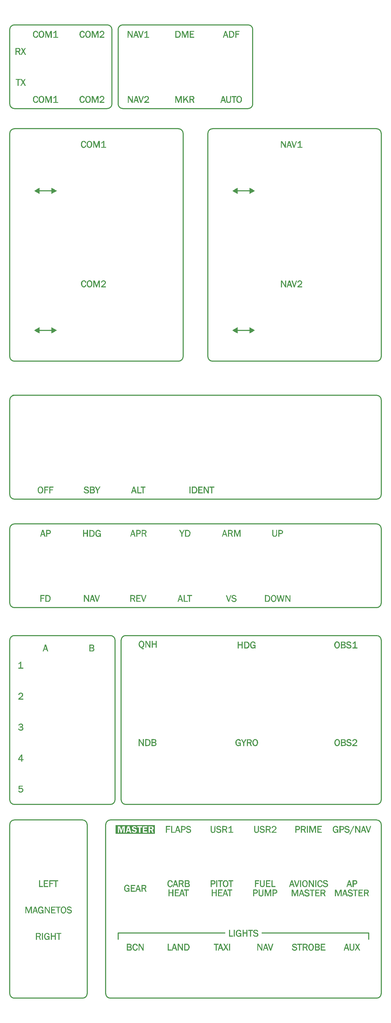
<source format=gto>
G04 #@! TF.FileFunction,Legend,Top*
%FSLAX46Y46*%
G04 Gerber Fmt 4.6, Leading zero omitted, Abs format (unit mm)*
G04 Created by KiCad (PCBNEW 4.0.2-stable) date 06/07/2016 01:48:23*
%MOMM*%
G01*
G04 APERTURE LIST*
%ADD10C,0.100000*%
%ADD11C,0.300000*%
%ADD12C,0.010000*%
G04 APERTURE END LIST*
D10*
D11*
X169500000Y-327000000D02*
X169500000Y-329000000D01*
X135000000Y-327000000D02*
X169500000Y-327000000D01*
X88500000Y-327000000D02*
X88500000Y-329000000D01*
X123000000Y-327000000D02*
X88500000Y-327000000D01*
X84500000Y-346500000D02*
G75*
G03X86000000Y-348000000I1500000J0D01*
G01*
X172000000Y-348000000D02*
G75*
G03X173500000Y-346500000I0J1500000D01*
G01*
X86000000Y-348000000D02*
X172000000Y-348000000D01*
X84500000Y-292000000D02*
X84500000Y-346500000D01*
X173500000Y-292000000D02*
X173500000Y-346500000D01*
X86000000Y-290500000D02*
G75*
G03X84500000Y-292000000I0J-1500000D01*
G01*
X172000000Y-290500000D02*
X86000000Y-290500000D01*
X173500000Y-292000000D02*
G75*
G03X172000000Y-290500000I-1500000J0D01*
G01*
X172000000Y-285500000D02*
G75*
G03X173500000Y-284000000I0J1500000D01*
G01*
X173500000Y-232500000D02*
X173500000Y-284000000D01*
X173500000Y-232500000D02*
G75*
G03X172000000Y-231000000I-1500000J0D01*
G01*
X91000000Y-231000000D02*
G75*
G03X89500000Y-232500000I0J-1500000D01*
G01*
X172000000Y-231000000D02*
X91000000Y-231000000D01*
X91000000Y-285500000D02*
X172000000Y-285500000D01*
X89500000Y-284000000D02*
G75*
G03X91000000Y-285500000I1500000J0D01*
G01*
X89500000Y-232500000D02*
X89500000Y-284000000D01*
X55000000Y-231000000D02*
X86000000Y-231000000D01*
X55000000Y-285500000D02*
X86000000Y-285500000D01*
X77000000Y-348000000D02*
G75*
G03X78500000Y-346500000I0J1500000D01*
G01*
X53500000Y-346500000D02*
G75*
G03X55000000Y-348000000I1500000J0D01*
G01*
X78500000Y-292000000D02*
X78500000Y-346500000D01*
X53500000Y-292000000D02*
X53500000Y-346500000D01*
X77000000Y-348000000D02*
X55000000Y-348000000D01*
X77000000Y-290500000D02*
X55000000Y-290500000D01*
X55000000Y-290500000D02*
G75*
G03X53500000Y-292000000I0J-1500000D01*
G01*
X78500000Y-292000000D02*
G75*
G03X77000000Y-290500000I-1500000J0D01*
G01*
X53500000Y-284000000D02*
G75*
G03X55000000Y-285500000I1500000J0D01*
G01*
X86000000Y-285500000D02*
G75*
G03X87500000Y-284000000I0J1500000D01*
G01*
X53500000Y-232500000D02*
X53500000Y-284000000D01*
X87500000Y-232500000D02*
X87500000Y-284000000D01*
X55000000Y-231000000D02*
G75*
G03X53500000Y-232500000I0J-1500000D01*
G01*
X87500000Y-232500000D02*
G75*
G03X86000000Y-231000000I-1500000J0D01*
G01*
X173500000Y-196500000D02*
G75*
G03X172000000Y-195000000I-1500000J0D01*
G01*
X172000000Y-195000000D02*
X55000000Y-195000000D01*
X55000000Y-195000000D02*
G75*
G03X53500000Y-196500000I0J-1500000D01*
G01*
X53500000Y-196500000D02*
X53500000Y-220500000D01*
X173500000Y-196500000D02*
X173500000Y-220500000D01*
X53500000Y-220500000D02*
G75*
G03X55000000Y-222000000I1500000J0D01*
G01*
X172000000Y-222000000D02*
G75*
G03X173500000Y-220500000I0J1500000D01*
G01*
X172000000Y-222000000D02*
X55000000Y-222000000D01*
X172000000Y-187000000D02*
G75*
G03X173500000Y-185500000I0J1500000D01*
G01*
X173500000Y-155000000D02*
G75*
G03X172000000Y-153500000I-1500000J0D01*
G01*
X173500000Y-155000000D02*
X173500000Y-185500000D01*
X172000000Y-187000000D02*
X55000000Y-187000000D01*
X53500000Y-185500000D02*
G75*
G03X55000000Y-187000000I1500000J0D01*
G01*
X172000000Y-153500000D02*
X54500000Y-153500000D01*
X55000000Y-153500000D02*
G75*
G03X53500000Y-155000000I0J-1500000D01*
G01*
X53500000Y-155000000D02*
X53500000Y-185500000D01*
X172000000Y-142500000D02*
G75*
G03X173500000Y-141000000I0J1500000D01*
G01*
X172000000Y-142500000D02*
X119000000Y-142500000D01*
X117500000Y-141000000D02*
G75*
G03X119000000Y-142500000I1500000J0D01*
G01*
X173500000Y-69000000D02*
X173500000Y-141000000D01*
X173500000Y-69000000D02*
G75*
G03X172000000Y-67500000I-1500000J0D01*
G01*
X172000000Y-67500000D02*
X119000000Y-67500000D01*
X117500000Y-69000000D02*
X117500000Y-141000000D01*
X119000000Y-67500000D02*
G75*
G03X117500000Y-69000000I0J-1500000D01*
G01*
X108000000Y-142500000D02*
G75*
G03X109500000Y-141000000I0J1500000D01*
G01*
X53500000Y-141000000D02*
G75*
G03X55000000Y-142500000I1500000J0D01*
G01*
X108000000Y-142500000D02*
X55000000Y-142500000D01*
X53500000Y-69000000D02*
X53500000Y-141000000D01*
X55000000Y-67500000D02*
G75*
G03X53500000Y-69000000I0J-1500000D01*
G01*
X109500000Y-69000000D02*
X109500000Y-141000000D01*
X109500000Y-69000000D02*
G75*
G03X108000000Y-67500000I-1500000J0D01*
G01*
X108000000Y-67500000D02*
X55000000Y-67500000D01*
X90000000Y-34000000D02*
X130500000Y-34000000D01*
X90000000Y-61000000D02*
X130500000Y-61000000D01*
X132000000Y-35500000D02*
X132000000Y-59500000D01*
X88500000Y-35500000D02*
X88500000Y-59500000D01*
X88500000Y-59500000D02*
G75*
G03X90000000Y-61000000I1500000J0D01*
G01*
X130500000Y-61000000D02*
G75*
G03X132000000Y-59500000I0J1500000D01*
G01*
X132000000Y-35500000D02*
G75*
G03X130500000Y-34000000I-1500000J0D01*
G01*
X90000000Y-34000000D02*
G75*
G03X88500000Y-35500000I0J-1500000D01*
G01*
X85000000Y-61000000D02*
X55000000Y-61000000D01*
X86500000Y-35500000D02*
X86500000Y-59500000D01*
X85000000Y-61000000D02*
G75*
G03X86500000Y-59500000I0J1500000D01*
G01*
X86500000Y-35500000D02*
G75*
G03X85000000Y-34000000I-1500000J0D01*
G01*
X53500000Y-59500000D02*
G75*
G03X55000000Y-61000000I1500000J0D01*
G01*
X53500000Y-35500000D02*
X53500000Y-59500000D01*
X55000000Y-34000000D02*
G75*
G03X53500000Y-35500000I0J-1500000D01*
G01*
X85000000Y-34000000D02*
X55000000Y-34000000D01*
D12*
G36*
X163589648Y-312923801D02*
X163761701Y-312966742D01*
X163916589Y-313044399D01*
X163917202Y-313044809D01*
X163979689Y-313097312D01*
X164048773Y-313171484D01*
X164114776Y-313254671D01*
X164168019Y-313334221D01*
X164198821Y-313397479D01*
X164202794Y-313418170D01*
X164181183Y-313433913D01*
X164128571Y-313455240D01*
X164063288Y-313476046D01*
X164003667Y-313490226D01*
X163978047Y-313493014D01*
X163952403Y-313472604D01*
X163949301Y-313455873D01*
X163929829Y-313405254D01*
X163879402Y-313339872D01*
X163810006Y-313271915D01*
X163733628Y-313213573D01*
X163683351Y-313185400D01*
X163581787Y-313154411D01*
X163460086Y-313139320D01*
X163433472Y-313138681D01*
X163278381Y-313155476D01*
X163151739Y-313204741D01*
X163058840Y-313282911D01*
X163004983Y-313386418D01*
X162995632Y-313433487D01*
X162996858Y-313531901D01*
X163028892Y-313614043D01*
X163095898Y-313683229D01*
X163202040Y-313742772D01*
X163351481Y-313795988D01*
X163500076Y-313835068D01*
X163696929Y-313887400D01*
X163866788Y-313944144D01*
X164002328Y-314002467D01*
X164096223Y-314059535D01*
X164109744Y-314070895D01*
X164193094Y-314179160D01*
X164245293Y-314321380D01*
X164263280Y-314485434D01*
X164259791Y-314588874D01*
X164244327Y-314665481D01*
X164210835Y-314738773D01*
X164188263Y-314776951D01*
X164077460Y-314910181D01*
X163931907Y-315012142D01*
X163758373Y-315080659D01*
X163563628Y-315113555D01*
X163354440Y-315108657D01*
X163224574Y-315086618D01*
X163065488Y-315028099D01*
X162914624Y-314931187D01*
X162788703Y-314807470D01*
X162753947Y-314760472D01*
X162685829Y-314653029D01*
X162649134Y-314578241D01*
X162642367Y-314530207D01*
X162664035Y-314503023D01*
X162686733Y-314495004D01*
X162774400Y-314477762D01*
X162832226Y-314481375D01*
X162876576Y-314513082D01*
X162923818Y-314580118D01*
X162940364Y-314607147D01*
X163027234Y-314723247D01*
X163129628Y-314803326D01*
X163256518Y-314851729D01*
X163416877Y-314872802D01*
X163492484Y-314874551D01*
X163645423Y-314866542D01*
X163761226Y-314839525D01*
X163851333Y-314789019D01*
X163927182Y-314710544D01*
X163933977Y-314701585D01*
X163978248Y-314606373D01*
X163989704Y-314496564D01*
X163968837Y-314391032D01*
X163923952Y-314316500D01*
X163877059Y-314271184D01*
X163825238Y-314234326D01*
X163759245Y-314202014D01*
X163669834Y-314170335D01*
X163547758Y-314135378D01*
X163414503Y-314100945D01*
X163236417Y-314052865D01*
X163099929Y-314007373D01*
X162996419Y-313960105D01*
X162917265Y-313906700D01*
X162853845Y-313842797D01*
X162822383Y-313801360D01*
X162782583Y-313739738D01*
X162759397Y-313684378D01*
X162748431Y-313617718D01*
X162745288Y-313522193D01*
X162745210Y-313493014D01*
X162747129Y-313387942D01*
X162755814Y-313315969D01*
X162775650Y-313259550D01*
X162811026Y-313201142D01*
X162822240Y-313184987D01*
X162929974Y-313073569D01*
X163070591Y-312990460D01*
X163234083Y-312936941D01*
X163410438Y-312914294D01*
X163589648Y-312923801D01*
X163589648Y-312923801D01*
G37*
X163589648Y-312923801D02*
X163761701Y-312966742D01*
X163916589Y-313044399D01*
X163917202Y-313044809D01*
X163979689Y-313097312D01*
X164048773Y-313171484D01*
X164114776Y-313254671D01*
X164168019Y-313334221D01*
X164198821Y-313397479D01*
X164202794Y-313418170D01*
X164181183Y-313433913D01*
X164128571Y-313455240D01*
X164063288Y-313476046D01*
X164003667Y-313490226D01*
X163978047Y-313493014D01*
X163952403Y-313472604D01*
X163949301Y-313455873D01*
X163929829Y-313405254D01*
X163879402Y-313339872D01*
X163810006Y-313271915D01*
X163733628Y-313213573D01*
X163683351Y-313185400D01*
X163581787Y-313154411D01*
X163460086Y-313139320D01*
X163433472Y-313138681D01*
X163278381Y-313155476D01*
X163151739Y-313204741D01*
X163058840Y-313282911D01*
X163004983Y-313386418D01*
X162995632Y-313433487D01*
X162996858Y-313531901D01*
X163028892Y-313614043D01*
X163095898Y-313683229D01*
X163202040Y-313742772D01*
X163351481Y-313795988D01*
X163500076Y-313835068D01*
X163696929Y-313887400D01*
X163866788Y-313944144D01*
X164002328Y-314002467D01*
X164096223Y-314059535D01*
X164109744Y-314070895D01*
X164193094Y-314179160D01*
X164245293Y-314321380D01*
X164263280Y-314485434D01*
X164259791Y-314588874D01*
X164244327Y-314665481D01*
X164210835Y-314738773D01*
X164188263Y-314776951D01*
X164077460Y-314910181D01*
X163931907Y-315012142D01*
X163758373Y-315080659D01*
X163563628Y-315113555D01*
X163354440Y-315108657D01*
X163224574Y-315086618D01*
X163065488Y-315028099D01*
X162914624Y-314931187D01*
X162788703Y-314807470D01*
X162753947Y-314760472D01*
X162685829Y-314653029D01*
X162649134Y-314578241D01*
X162642367Y-314530207D01*
X162664035Y-314503023D01*
X162686733Y-314495004D01*
X162774400Y-314477762D01*
X162832226Y-314481375D01*
X162876576Y-314513082D01*
X162923818Y-314580118D01*
X162940364Y-314607147D01*
X163027234Y-314723247D01*
X163129628Y-314803326D01*
X163256518Y-314851729D01*
X163416877Y-314872802D01*
X163492484Y-314874551D01*
X163645423Y-314866542D01*
X163761226Y-314839525D01*
X163851333Y-314789019D01*
X163927182Y-314710544D01*
X163933977Y-314701585D01*
X163978248Y-314606373D01*
X163989704Y-314496564D01*
X163968837Y-314391032D01*
X163923952Y-314316500D01*
X163877059Y-314271184D01*
X163825238Y-314234326D01*
X163759245Y-314202014D01*
X163669834Y-314170335D01*
X163547758Y-314135378D01*
X163414503Y-314100945D01*
X163236417Y-314052865D01*
X163099929Y-314007373D01*
X162996419Y-313960105D01*
X162917265Y-313906700D01*
X162853845Y-313842797D01*
X162822383Y-313801360D01*
X162782583Y-313739738D01*
X162759397Y-313684378D01*
X162748431Y-313617718D01*
X162745288Y-313522193D01*
X162745210Y-313493014D01*
X162747129Y-313387942D01*
X162755814Y-313315969D01*
X162775650Y-313259550D01*
X162811026Y-313201142D01*
X162822240Y-313184987D01*
X162929974Y-313073569D01*
X163070591Y-312990460D01*
X163234083Y-312936941D01*
X163410438Y-312914294D01*
X163589648Y-312923801D01*
G36*
X159286559Y-313796174D02*
X159359889Y-313989171D01*
X159428009Y-314165425D01*
X159488814Y-314319722D01*
X159540201Y-314446849D01*
X159580064Y-314541591D01*
X159606299Y-314598736D01*
X159616540Y-314613689D01*
X159628541Y-314586437D01*
X159655791Y-314517155D01*
X159696177Y-314411446D01*
X159747586Y-314274913D01*
X159807907Y-314113159D01*
X159875027Y-313931788D01*
X159931516Y-313778194D01*
X160231377Y-312960679D01*
X160628543Y-312960679D01*
X160628543Y-315064671D01*
X160375050Y-315064671D01*
X160375050Y-314159701D01*
X160374467Y-313948634D01*
X160372805Y-313757266D01*
X160370192Y-313590845D01*
X160366759Y-313454617D01*
X160362635Y-313353830D01*
X160357950Y-313293733D01*
X160353321Y-313278813D01*
X160339833Y-313307337D01*
X160310935Y-313378017D01*
X160268718Y-313485424D01*
X160215272Y-313624133D01*
X160152687Y-313788715D01*
X160083055Y-313973744D01*
X160008464Y-314173792D01*
X160004768Y-314183752D01*
X159677944Y-315064608D01*
X159585103Y-315064640D01*
X159563381Y-315066352D01*
X159545712Y-315068839D01*
X159530277Y-315068150D01*
X159515252Y-315060332D01*
X159498817Y-315041435D01*
X159479150Y-315007507D01*
X159454430Y-314954598D01*
X159422835Y-314878755D01*
X159382545Y-314776028D01*
X159331738Y-314642466D01*
X159268591Y-314474117D01*
X159191285Y-314267030D01*
X159097997Y-314017254D01*
X159079502Y-313967815D01*
X158816068Y-313263872D01*
X158809410Y-314164272D01*
X158802753Y-315064671D01*
X158575250Y-315064671D01*
X158575250Y-312960679D01*
X158971691Y-312960679D01*
X159286559Y-313796174D01*
X159286559Y-313796174D01*
G37*
X159286559Y-313796174D02*
X159359889Y-313989171D01*
X159428009Y-314165425D01*
X159488814Y-314319722D01*
X159540201Y-314446849D01*
X159580064Y-314541591D01*
X159606299Y-314598736D01*
X159616540Y-314613689D01*
X159628541Y-314586437D01*
X159655791Y-314517155D01*
X159696177Y-314411446D01*
X159747586Y-314274913D01*
X159807907Y-314113159D01*
X159875027Y-313931788D01*
X159931516Y-313778194D01*
X160231377Y-312960679D01*
X160628543Y-312960679D01*
X160628543Y-315064671D01*
X160375050Y-315064671D01*
X160375050Y-314159701D01*
X160374467Y-313948634D01*
X160372805Y-313757266D01*
X160370192Y-313590845D01*
X160366759Y-313454617D01*
X160362635Y-313353830D01*
X160357950Y-313293733D01*
X160353321Y-313278813D01*
X160339833Y-313307337D01*
X160310935Y-313378017D01*
X160268718Y-313485424D01*
X160215272Y-313624133D01*
X160152687Y-313788715D01*
X160083055Y-313973744D01*
X160008464Y-314173792D01*
X160004768Y-314183752D01*
X159677944Y-315064608D01*
X159585103Y-315064640D01*
X159563381Y-315066352D01*
X159545712Y-315068839D01*
X159530277Y-315068150D01*
X159515252Y-315060332D01*
X159498817Y-315041435D01*
X159479150Y-315007507D01*
X159454430Y-314954598D01*
X159422835Y-314878755D01*
X159382545Y-314776028D01*
X159331738Y-314642466D01*
X159268591Y-314474117D01*
X159191285Y-314267030D01*
X159097997Y-314017254D01*
X159079502Y-313967815D01*
X158816068Y-313263872D01*
X158809410Y-314164272D01*
X158802753Y-315064671D01*
X158575250Y-315064671D01*
X158575250Y-312960679D01*
X158971691Y-312960679D01*
X159286559Y-313796174D01*
G36*
X162088019Y-313561567D02*
X162153004Y-313761724D01*
X162222956Y-313977365D01*
X162293083Y-314193705D01*
X162358594Y-314395961D01*
X162414696Y-314569349D01*
X162429362Y-314614721D01*
X162574757Y-315064671D01*
X162308501Y-315064671D01*
X162201016Y-314759849D01*
X162093532Y-314455027D01*
X161698330Y-314461995D01*
X161303127Y-314468963D01*
X161124675Y-315064671D01*
X161016030Y-315064671D01*
X160950328Y-315060729D01*
X160912660Y-315050802D01*
X160909045Y-315045659D01*
X160917016Y-315018265D01*
X160939118Y-314947749D01*
X160973723Y-314839175D01*
X161019200Y-314697607D01*
X161073921Y-314528108D01*
X161136255Y-314335744D01*
X161173293Y-314221807D01*
X161394713Y-314221807D01*
X161401924Y-314235541D01*
X161438827Y-314244941D01*
X161511377Y-314250619D01*
X161625531Y-314253185D01*
X161703176Y-314253493D01*
X161856747Y-314251367D01*
X161960237Y-314244961D01*
X162014088Y-314234238D01*
X162022754Y-314225800D01*
X162015255Y-314191836D01*
X161994755Y-314119711D01*
X161964251Y-314018748D01*
X161926738Y-313898269D01*
X161885213Y-313767594D01*
X161842672Y-313636047D01*
X161802111Y-313512948D01*
X161766526Y-313407619D01*
X161738914Y-313329383D01*
X161722270Y-313287561D01*
X161719899Y-313283548D01*
X161707276Y-313300342D01*
X161682280Y-313358561D01*
X161647529Y-313451198D01*
X161605640Y-313571246D01*
X161559227Y-313711697D01*
X161554257Y-313727161D01*
X161507344Y-313873335D01*
X161465351Y-314003899D01*
X161430879Y-314110784D01*
X161406531Y-314185921D01*
X161394911Y-314221239D01*
X161394713Y-314221807D01*
X161173293Y-314221807D01*
X161204575Y-314125579D01*
X161245491Y-314000000D01*
X161580278Y-312973354D01*
X161892070Y-312958362D01*
X162088019Y-313561567D01*
X162088019Y-313561567D01*
G37*
X162088019Y-313561567D02*
X162153004Y-313761724D01*
X162222956Y-313977365D01*
X162293083Y-314193705D01*
X162358594Y-314395961D01*
X162414696Y-314569349D01*
X162429362Y-314614721D01*
X162574757Y-315064671D01*
X162308501Y-315064671D01*
X162201016Y-314759849D01*
X162093532Y-314455027D01*
X161698330Y-314461995D01*
X161303127Y-314468963D01*
X161124675Y-315064671D01*
X161016030Y-315064671D01*
X160950328Y-315060729D01*
X160912660Y-315050802D01*
X160909045Y-315045659D01*
X160917016Y-315018265D01*
X160939118Y-314947749D01*
X160973723Y-314839175D01*
X161019200Y-314697607D01*
X161073921Y-314528108D01*
X161136255Y-314335744D01*
X161173293Y-314221807D01*
X161394713Y-314221807D01*
X161401924Y-314235541D01*
X161438827Y-314244941D01*
X161511377Y-314250619D01*
X161625531Y-314253185D01*
X161703176Y-314253493D01*
X161856747Y-314251367D01*
X161960237Y-314244961D01*
X162014088Y-314234238D01*
X162022754Y-314225800D01*
X162015255Y-314191836D01*
X161994755Y-314119711D01*
X161964251Y-314018748D01*
X161926738Y-313898269D01*
X161885213Y-313767594D01*
X161842672Y-313636047D01*
X161802111Y-313512948D01*
X161766526Y-313407619D01*
X161738914Y-313329383D01*
X161722270Y-313287561D01*
X161719899Y-313283548D01*
X161707276Y-313300342D01*
X161682280Y-313358561D01*
X161647529Y-313451198D01*
X161605640Y-313571246D01*
X161559227Y-313711697D01*
X161554257Y-313727161D01*
X161507344Y-313873335D01*
X161465351Y-314003899D01*
X161430879Y-314110784D01*
X161406531Y-314185921D01*
X161394911Y-314221239D01*
X161394713Y-314221807D01*
X161173293Y-314221807D01*
X161204575Y-314125579D01*
X161245491Y-314000000D01*
X161580278Y-312973354D01*
X161892070Y-312958362D01*
X162088019Y-313561567D01*
G36*
X165850499Y-313188823D02*
X165242116Y-313188823D01*
X165242116Y-315064671D01*
X164988623Y-315064671D01*
X164988623Y-313188823D01*
X164380240Y-313188823D01*
X164380240Y-312960679D01*
X165850499Y-312960679D01*
X165850499Y-313188823D01*
X165850499Y-313188823D01*
G37*
X165850499Y-313188823D02*
X165242116Y-313188823D01*
X165242116Y-315064671D01*
X164988623Y-315064671D01*
X164988623Y-313188823D01*
X164380240Y-313188823D01*
X164380240Y-312960679D01*
X165850499Y-312960679D01*
X165850499Y-313188823D01*
G36*
X167498204Y-313188823D02*
X166408184Y-313188823D01*
X166408184Y-313847905D01*
X167270060Y-313847905D01*
X167270060Y-314076048D01*
X166408184Y-314076048D01*
X166408184Y-314836527D01*
X167523553Y-314836527D01*
X167523553Y-315064671D01*
X166154691Y-315064671D01*
X166154691Y-312960679D01*
X167498204Y-312960679D01*
X167498204Y-313188823D01*
X167498204Y-313188823D01*
G37*
X167498204Y-313188823D02*
X166408184Y-313188823D01*
X166408184Y-313847905D01*
X167270060Y-313847905D01*
X167270060Y-314076048D01*
X166408184Y-314076048D01*
X166408184Y-314836527D01*
X167523553Y-314836527D01*
X167523553Y-315064671D01*
X166154691Y-315064671D01*
X166154691Y-312960679D01*
X167498204Y-312960679D01*
X167498204Y-313188823D01*
G36*
X168601738Y-312961797D02*
X168758987Y-312966070D01*
X168880926Y-312974880D01*
X168975235Y-312989609D01*
X169049591Y-313011636D01*
X169111674Y-313042343D01*
X169169164Y-313083112D01*
X169193203Y-313103068D01*
X169295995Y-313219958D01*
X169362151Y-313356710D01*
X169392265Y-313503948D01*
X169386931Y-313652296D01*
X169346741Y-313792379D01*
X169272291Y-313914823D01*
X169164172Y-314010252D01*
X169134679Y-314027354D01*
X169069262Y-314065022D01*
X169027392Y-314094826D01*
X169019162Y-314105385D01*
X169028709Y-314132781D01*
X169055338Y-314199411D01*
X169096023Y-314297965D01*
X169147744Y-314421134D01*
X169207476Y-314561610D01*
X169218373Y-314587066D01*
X169417583Y-315051996D01*
X169303979Y-315059850D01*
X169228566Y-315062317D01*
X169173310Y-315059231D01*
X169161804Y-315056588D01*
X169143424Y-315030759D01*
X169109283Y-314965476D01*
X169062912Y-314868171D01*
X169007848Y-314746272D01*
X168947623Y-314607210D01*
X168944050Y-314598784D01*
X168754866Y-314152096D01*
X168157285Y-314152096D01*
X168157285Y-315064671D01*
X167903792Y-315064671D01*
X167903792Y-313955055D01*
X168157285Y-313955055D01*
X168505938Y-313945480D01*
X168653292Y-313940356D01*
X168759986Y-313933446D01*
X168836058Y-313923351D01*
X168891544Y-313908672D01*
X168936482Y-313888011D01*
X168942316Y-313884671D01*
X169034221Y-313805819D01*
X169098059Y-313700537D01*
X169130449Y-313582101D01*
X169128007Y-313463786D01*
X169087352Y-313358865D01*
X169079271Y-313347156D01*
X169028656Y-313288373D01*
X168970227Y-313245767D01*
X168895251Y-313216926D01*
X168794992Y-313199439D01*
X168660719Y-313190896D01*
X168505838Y-313188862D01*
X168157285Y-313188823D01*
X168157285Y-313955055D01*
X167903792Y-313955055D01*
X167903792Y-312960679D01*
X168401500Y-312960679D01*
X168601738Y-312961797D01*
X168601738Y-312961797D01*
G37*
X168601738Y-312961797D02*
X168758987Y-312966070D01*
X168880926Y-312974880D01*
X168975235Y-312989609D01*
X169049591Y-313011636D01*
X169111674Y-313042343D01*
X169169164Y-313083112D01*
X169193203Y-313103068D01*
X169295995Y-313219958D01*
X169362151Y-313356710D01*
X169392265Y-313503948D01*
X169386931Y-313652296D01*
X169346741Y-313792379D01*
X169272291Y-313914823D01*
X169164172Y-314010252D01*
X169134679Y-314027354D01*
X169069262Y-314065022D01*
X169027392Y-314094826D01*
X169019162Y-314105385D01*
X169028709Y-314132781D01*
X169055338Y-314199411D01*
X169096023Y-314297965D01*
X169147744Y-314421134D01*
X169207476Y-314561610D01*
X169218373Y-314587066D01*
X169417583Y-315051996D01*
X169303979Y-315059850D01*
X169228566Y-315062317D01*
X169173310Y-315059231D01*
X169161804Y-315056588D01*
X169143424Y-315030759D01*
X169109283Y-314965476D01*
X169062912Y-314868171D01*
X169007848Y-314746272D01*
X168947623Y-314607210D01*
X168944050Y-314598784D01*
X168754866Y-314152096D01*
X168157285Y-314152096D01*
X168157285Y-315064671D01*
X167903792Y-315064671D01*
X167903792Y-313955055D01*
X168157285Y-313955055D01*
X168505938Y-313945480D01*
X168653292Y-313940356D01*
X168759986Y-313933446D01*
X168836058Y-313923351D01*
X168891544Y-313908672D01*
X168936482Y-313888011D01*
X168942316Y-313884671D01*
X169034221Y-313805819D01*
X169098059Y-313700537D01*
X169130449Y-313582101D01*
X169128007Y-313463786D01*
X169087352Y-313358865D01*
X169079271Y-313347156D01*
X169028656Y-313288373D01*
X168970227Y-313245767D01*
X168895251Y-313216926D01*
X168794992Y-313199439D01*
X168660719Y-313190896D01*
X168505838Y-313188862D01*
X168157285Y-313188823D01*
X168157285Y-313955055D01*
X167903792Y-313955055D01*
X167903792Y-312960679D01*
X168401500Y-312960679D01*
X168601738Y-312961797D01*
G36*
X149589648Y-312923801D02*
X149761701Y-312966742D01*
X149916589Y-313044399D01*
X149917202Y-313044809D01*
X149979689Y-313097312D01*
X150048773Y-313171484D01*
X150114776Y-313254671D01*
X150168019Y-313334221D01*
X150198821Y-313397479D01*
X150202794Y-313418170D01*
X150181183Y-313433913D01*
X150128571Y-313455240D01*
X150063288Y-313476046D01*
X150003667Y-313490226D01*
X149978047Y-313493014D01*
X149952403Y-313472604D01*
X149949301Y-313455873D01*
X149929829Y-313405254D01*
X149879402Y-313339872D01*
X149810006Y-313271915D01*
X149733628Y-313213573D01*
X149683351Y-313185400D01*
X149581787Y-313154411D01*
X149460086Y-313139320D01*
X149433472Y-313138681D01*
X149278381Y-313155476D01*
X149151739Y-313204741D01*
X149058840Y-313282911D01*
X149004983Y-313386418D01*
X148995632Y-313433487D01*
X148996858Y-313531901D01*
X149028892Y-313614043D01*
X149095898Y-313683229D01*
X149202040Y-313742772D01*
X149351481Y-313795988D01*
X149500076Y-313835068D01*
X149696929Y-313887400D01*
X149866788Y-313944144D01*
X150002328Y-314002467D01*
X150096223Y-314059535D01*
X150109744Y-314070895D01*
X150193094Y-314179160D01*
X150245293Y-314321380D01*
X150263280Y-314485434D01*
X150259791Y-314588874D01*
X150244327Y-314665481D01*
X150210835Y-314738773D01*
X150188263Y-314776951D01*
X150077460Y-314910181D01*
X149931907Y-315012142D01*
X149758373Y-315080659D01*
X149563628Y-315113555D01*
X149354440Y-315108657D01*
X149224574Y-315086618D01*
X149065488Y-315028099D01*
X148914624Y-314931187D01*
X148788703Y-314807470D01*
X148753947Y-314760472D01*
X148685829Y-314653029D01*
X148649134Y-314578241D01*
X148642367Y-314530207D01*
X148664035Y-314503023D01*
X148686733Y-314495004D01*
X148774400Y-314477762D01*
X148832226Y-314481375D01*
X148876576Y-314513082D01*
X148923818Y-314580118D01*
X148940364Y-314607147D01*
X149027234Y-314723247D01*
X149129628Y-314803326D01*
X149256518Y-314851729D01*
X149416877Y-314872802D01*
X149492484Y-314874551D01*
X149645423Y-314866542D01*
X149761226Y-314839525D01*
X149851333Y-314789019D01*
X149927182Y-314710544D01*
X149933977Y-314701585D01*
X149978248Y-314606373D01*
X149989704Y-314496564D01*
X149968837Y-314391032D01*
X149923952Y-314316500D01*
X149877059Y-314271184D01*
X149825238Y-314234326D01*
X149759245Y-314202014D01*
X149669834Y-314170335D01*
X149547758Y-314135378D01*
X149414503Y-314100945D01*
X149236417Y-314052865D01*
X149099929Y-314007373D01*
X148996419Y-313960105D01*
X148917265Y-313906700D01*
X148853845Y-313842797D01*
X148822383Y-313801360D01*
X148782583Y-313739738D01*
X148759397Y-313684378D01*
X148748431Y-313617718D01*
X148745288Y-313522193D01*
X148745210Y-313493014D01*
X148747129Y-313387942D01*
X148755814Y-313315969D01*
X148775650Y-313259550D01*
X148811026Y-313201142D01*
X148822240Y-313184987D01*
X148929974Y-313073569D01*
X149070591Y-312990460D01*
X149234083Y-312936941D01*
X149410438Y-312914294D01*
X149589648Y-312923801D01*
X149589648Y-312923801D01*
G37*
X149589648Y-312923801D02*
X149761701Y-312966742D01*
X149916589Y-313044399D01*
X149917202Y-313044809D01*
X149979689Y-313097312D01*
X150048773Y-313171484D01*
X150114776Y-313254671D01*
X150168019Y-313334221D01*
X150198821Y-313397479D01*
X150202794Y-313418170D01*
X150181183Y-313433913D01*
X150128571Y-313455240D01*
X150063288Y-313476046D01*
X150003667Y-313490226D01*
X149978047Y-313493014D01*
X149952403Y-313472604D01*
X149949301Y-313455873D01*
X149929829Y-313405254D01*
X149879402Y-313339872D01*
X149810006Y-313271915D01*
X149733628Y-313213573D01*
X149683351Y-313185400D01*
X149581787Y-313154411D01*
X149460086Y-313139320D01*
X149433472Y-313138681D01*
X149278381Y-313155476D01*
X149151739Y-313204741D01*
X149058840Y-313282911D01*
X149004983Y-313386418D01*
X148995632Y-313433487D01*
X148996858Y-313531901D01*
X149028892Y-313614043D01*
X149095898Y-313683229D01*
X149202040Y-313742772D01*
X149351481Y-313795988D01*
X149500076Y-313835068D01*
X149696929Y-313887400D01*
X149866788Y-313944144D01*
X150002328Y-314002467D01*
X150096223Y-314059535D01*
X150109744Y-314070895D01*
X150193094Y-314179160D01*
X150245293Y-314321380D01*
X150263280Y-314485434D01*
X150259791Y-314588874D01*
X150244327Y-314665481D01*
X150210835Y-314738773D01*
X150188263Y-314776951D01*
X150077460Y-314910181D01*
X149931907Y-315012142D01*
X149758373Y-315080659D01*
X149563628Y-315113555D01*
X149354440Y-315108657D01*
X149224574Y-315086618D01*
X149065488Y-315028099D01*
X148914624Y-314931187D01*
X148788703Y-314807470D01*
X148753947Y-314760472D01*
X148685829Y-314653029D01*
X148649134Y-314578241D01*
X148642367Y-314530207D01*
X148664035Y-314503023D01*
X148686733Y-314495004D01*
X148774400Y-314477762D01*
X148832226Y-314481375D01*
X148876576Y-314513082D01*
X148923818Y-314580118D01*
X148940364Y-314607147D01*
X149027234Y-314723247D01*
X149129628Y-314803326D01*
X149256518Y-314851729D01*
X149416877Y-314872802D01*
X149492484Y-314874551D01*
X149645423Y-314866542D01*
X149761226Y-314839525D01*
X149851333Y-314789019D01*
X149927182Y-314710544D01*
X149933977Y-314701585D01*
X149978248Y-314606373D01*
X149989704Y-314496564D01*
X149968837Y-314391032D01*
X149923952Y-314316500D01*
X149877059Y-314271184D01*
X149825238Y-314234326D01*
X149759245Y-314202014D01*
X149669834Y-314170335D01*
X149547758Y-314135378D01*
X149414503Y-314100945D01*
X149236417Y-314052865D01*
X149099929Y-314007373D01*
X148996419Y-313960105D01*
X148917265Y-313906700D01*
X148853845Y-313842797D01*
X148822383Y-313801360D01*
X148782583Y-313739738D01*
X148759397Y-313684378D01*
X148748431Y-313617718D01*
X148745288Y-313522193D01*
X148745210Y-313493014D01*
X148747129Y-313387942D01*
X148755814Y-313315969D01*
X148775650Y-313259550D01*
X148811026Y-313201142D01*
X148822240Y-313184987D01*
X148929974Y-313073569D01*
X149070591Y-312990460D01*
X149234083Y-312936941D01*
X149410438Y-312914294D01*
X149589648Y-312923801D01*
G36*
X145286559Y-313796174D02*
X145359889Y-313989171D01*
X145428009Y-314165425D01*
X145488814Y-314319722D01*
X145540201Y-314446849D01*
X145580064Y-314541591D01*
X145606299Y-314598736D01*
X145616540Y-314613689D01*
X145628541Y-314586437D01*
X145655791Y-314517155D01*
X145696177Y-314411446D01*
X145747586Y-314274913D01*
X145807907Y-314113159D01*
X145875027Y-313931788D01*
X145931516Y-313778194D01*
X146231377Y-312960679D01*
X146628543Y-312960679D01*
X146628543Y-315064671D01*
X146375050Y-315064671D01*
X146375050Y-314159701D01*
X146374467Y-313948634D01*
X146372805Y-313757266D01*
X146370192Y-313590845D01*
X146366759Y-313454617D01*
X146362635Y-313353830D01*
X146357950Y-313293733D01*
X146353321Y-313278813D01*
X146339833Y-313307337D01*
X146310935Y-313378017D01*
X146268718Y-313485424D01*
X146215272Y-313624133D01*
X146152687Y-313788715D01*
X146083055Y-313973744D01*
X146008464Y-314173792D01*
X146004768Y-314183752D01*
X145677944Y-315064608D01*
X145585103Y-315064640D01*
X145563381Y-315066352D01*
X145545712Y-315068839D01*
X145530277Y-315068150D01*
X145515252Y-315060332D01*
X145498817Y-315041435D01*
X145479150Y-315007507D01*
X145454430Y-314954598D01*
X145422835Y-314878755D01*
X145382545Y-314776028D01*
X145331738Y-314642466D01*
X145268591Y-314474117D01*
X145191285Y-314267030D01*
X145097997Y-314017254D01*
X145079502Y-313967815D01*
X144816068Y-313263872D01*
X144809410Y-314164272D01*
X144802753Y-315064671D01*
X144575250Y-315064671D01*
X144575250Y-312960679D01*
X144971691Y-312960679D01*
X145286559Y-313796174D01*
X145286559Y-313796174D01*
G37*
X145286559Y-313796174D02*
X145359889Y-313989171D01*
X145428009Y-314165425D01*
X145488814Y-314319722D01*
X145540201Y-314446849D01*
X145580064Y-314541591D01*
X145606299Y-314598736D01*
X145616540Y-314613689D01*
X145628541Y-314586437D01*
X145655791Y-314517155D01*
X145696177Y-314411446D01*
X145747586Y-314274913D01*
X145807907Y-314113159D01*
X145875027Y-313931788D01*
X145931516Y-313778194D01*
X146231377Y-312960679D01*
X146628543Y-312960679D01*
X146628543Y-315064671D01*
X146375050Y-315064671D01*
X146375050Y-314159701D01*
X146374467Y-313948634D01*
X146372805Y-313757266D01*
X146370192Y-313590845D01*
X146366759Y-313454617D01*
X146362635Y-313353830D01*
X146357950Y-313293733D01*
X146353321Y-313278813D01*
X146339833Y-313307337D01*
X146310935Y-313378017D01*
X146268718Y-313485424D01*
X146215272Y-313624133D01*
X146152687Y-313788715D01*
X146083055Y-313973744D01*
X146008464Y-314173792D01*
X146004768Y-314183752D01*
X145677944Y-315064608D01*
X145585103Y-315064640D01*
X145563381Y-315066352D01*
X145545712Y-315068839D01*
X145530277Y-315068150D01*
X145515252Y-315060332D01*
X145498817Y-315041435D01*
X145479150Y-315007507D01*
X145454430Y-314954598D01*
X145422835Y-314878755D01*
X145382545Y-314776028D01*
X145331738Y-314642466D01*
X145268591Y-314474117D01*
X145191285Y-314267030D01*
X145097997Y-314017254D01*
X145079502Y-313967815D01*
X144816068Y-313263872D01*
X144809410Y-314164272D01*
X144802753Y-315064671D01*
X144575250Y-315064671D01*
X144575250Y-312960679D01*
X144971691Y-312960679D01*
X145286559Y-313796174D01*
G36*
X148088019Y-313561567D02*
X148153004Y-313761724D01*
X148222956Y-313977365D01*
X148293083Y-314193705D01*
X148358594Y-314395961D01*
X148414696Y-314569349D01*
X148429362Y-314614721D01*
X148574757Y-315064671D01*
X148308501Y-315064671D01*
X148201016Y-314759849D01*
X148093532Y-314455027D01*
X147698330Y-314461995D01*
X147303127Y-314468963D01*
X147124675Y-315064671D01*
X147016030Y-315064671D01*
X146950328Y-315060729D01*
X146912660Y-315050802D01*
X146909045Y-315045659D01*
X146917016Y-315018265D01*
X146939118Y-314947749D01*
X146973723Y-314839175D01*
X147019200Y-314697607D01*
X147073921Y-314528108D01*
X147136255Y-314335744D01*
X147173293Y-314221807D01*
X147394713Y-314221807D01*
X147401924Y-314235541D01*
X147438827Y-314244941D01*
X147511377Y-314250619D01*
X147625531Y-314253185D01*
X147703176Y-314253493D01*
X147856747Y-314251367D01*
X147960237Y-314244961D01*
X148014088Y-314234238D01*
X148022754Y-314225800D01*
X148015255Y-314191836D01*
X147994755Y-314119711D01*
X147964251Y-314018748D01*
X147926738Y-313898269D01*
X147885213Y-313767594D01*
X147842672Y-313636047D01*
X147802111Y-313512948D01*
X147766526Y-313407619D01*
X147738914Y-313329383D01*
X147722270Y-313287561D01*
X147719899Y-313283548D01*
X147707276Y-313300342D01*
X147682280Y-313358561D01*
X147647529Y-313451198D01*
X147605640Y-313571246D01*
X147559227Y-313711697D01*
X147554257Y-313727161D01*
X147507344Y-313873335D01*
X147465351Y-314003899D01*
X147430879Y-314110784D01*
X147406531Y-314185921D01*
X147394911Y-314221239D01*
X147394713Y-314221807D01*
X147173293Y-314221807D01*
X147204575Y-314125579D01*
X147245491Y-314000000D01*
X147580278Y-312973354D01*
X147892070Y-312958362D01*
X148088019Y-313561567D01*
X148088019Y-313561567D01*
G37*
X148088019Y-313561567D02*
X148153004Y-313761724D01*
X148222956Y-313977365D01*
X148293083Y-314193705D01*
X148358594Y-314395961D01*
X148414696Y-314569349D01*
X148429362Y-314614721D01*
X148574757Y-315064671D01*
X148308501Y-315064671D01*
X148201016Y-314759849D01*
X148093532Y-314455027D01*
X147698330Y-314461995D01*
X147303127Y-314468963D01*
X147124675Y-315064671D01*
X147016030Y-315064671D01*
X146950328Y-315060729D01*
X146912660Y-315050802D01*
X146909045Y-315045659D01*
X146917016Y-315018265D01*
X146939118Y-314947749D01*
X146973723Y-314839175D01*
X147019200Y-314697607D01*
X147073921Y-314528108D01*
X147136255Y-314335744D01*
X147173293Y-314221807D01*
X147394713Y-314221807D01*
X147401924Y-314235541D01*
X147438827Y-314244941D01*
X147511377Y-314250619D01*
X147625531Y-314253185D01*
X147703176Y-314253493D01*
X147856747Y-314251367D01*
X147960237Y-314244961D01*
X148014088Y-314234238D01*
X148022754Y-314225800D01*
X148015255Y-314191836D01*
X147994755Y-314119711D01*
X147964251Y-314018748D01*
X147926738Y-313898269D01*
X147885213Y-313767594D01*
X147842672Y-313636047D01*
X147802111Y-313512948D01*
X147766526Y-313407619D01*
X147738914Y-313329383D01*
X147722270Y-313287561D01*
X147719899Y-313283548D01*
X147707276Y-313300342D01*
X147682280Y-313358561D01*
X147647529Y-313451198D01*
X147605640Y-313571246D01*
X147559227Y-313711697D01*
X147554257Y-313727161D01*
X147507344Y-313873335D01*
X147465351Y-314003899D01*
X147430879Y-314110784D01*
X147406531Y-314185921D01*
X147394911Y-314221239D01*
X147394713Y-314221807D01*
X147173293Y-314221807D01*
X147204575Y-314125579D01*
X147245491Y-314000000D01*
X147580278Y-312973354D01*
X147892070Y-312958362D01*
X148088019Y-313561567D01*
G36*
X151850499Y-313188823D02*
X151242116Y-313188823D01*
X151242116Y-315064671D01*
X150988623Y-315064671D01*
X150988623Y-313188823D01*
X150380240Y-313188823D01*
X150380240Y-312960679D01*
X151850499Y-312960679D01*
X151850499Y-313188823D01*
X151850499Y-313188823D01*
G37*
X151850499Y-313188823D02*
X151242116Y-313188823D01*
X151242116Y-315064671D01*
X150988623Y-315064671D01*
X150988623Y-313188823D01*
X150380240Y-313188823D01*
X150380240Y-312960679D01*
X151850499Y-312960679D01*
X151850499Y-313188823D01*
G36*
X153498204Y-313188823D02*
X152408184Y-313188823D01*
X152408184Y-313847905D01*
X153270060Y-313847905D01*
X153270060Y-314076048D01*
X152408184Y-314076048D01*
X152408184Y-314836527D01*
X153523553Y-314836527D01*
X153523553Y-315064671D01*
X152154691Y-315064671D01*
X152154691Y-312960679D01*
X153498204Y-312960679D01*
X153498204Y-313188823D01*
X153498204Y-313188823D01*
G37*
X153498204Y-313188823D02*
X152408184Y-313188823D01*
X152408184Y-313847905D01*
X153270060Y-313847905D01*
X153270060Y-314076048D01*
X152408184Y-314076048D01*
X152408184Y-314836527D01*
X153523553Y-314836527D01*
X153523553Y-315064671D01*
X152154691Y-315064671D01*
X152154691Y-312960679D01*
X153498204Y-312960679D01*
X153498204Y-313188823D01*
G36*
X154601738Y-312961797D02*
X154758987Y-312966070D01*
X154880926Y-312974880D01*
X154975235Y-312989609D01*
X155049591Y-313011636D01*
X155111674Y-313042343D01*
X155169164Y-313083112D01*
X155193203Y-313103068D01*
X155295995Y-313219958D01*
X155362151Y-313356710D01*
X155392265Y-313503948D01*
X155386931Y-313652296D01*
X155346741Y-313792379D01*
X155272291Y-313914823D01*
X155164172Y-314010252D01*
X155134679Y-314027354D01*
X155069262Y-314065022D01*
X155027392Y-314094826D01*
X155019162Y-314105385D01*
X155028709Y-314132781D01*
X155055338Y-314199411D01*
X155096023Y-314297965D01*
X155147744Y-314421134D01*
X155207476Y-314561610D01*
X155218373Y-314587066D01*
X155417583Y-315051996D01*
X155303979Y-315059850D01*
X155228566Y-315062317D01*
X155173310Y-315059231D01*
X155161804Y-315056588D01*
X155143424Y-315030759D01*
X155109283Y-314965476D01*
X155062912Y-314868171D01*
X155007848Y-314746272D01*
X154947623Y-314607210D01*
X154944050Y-314598784D01*
X154754866Y-314152096D01*
X154157285Y-314152096D01*
X154157285Y-315064671D01*
X153903792Y-315064671D01*
X153903792Y-313955055D01*
X154157285Y-313955055D01*
X154505938Y-313945480D01*
X154653292Y-313940356D01*
X154759986Y-313933446D01*
X154836058Y-313923351D01*
X154891544Y-313908672D01*
X154936482Y-313888011D01*
X154942316Y-313884671D01*
X155034221Y-313805819D01*
X155098059Y-313700537D01*
X155130449Y-313582101D01*
X155128007Y-313463786D01*
X155087352Y-313358865D01*
X155079271Y-313347156D01*
X155028656Y-313288373D01*
X154970227Y-313245767D01*
X154895251Y-313216926D01*
X154794992Y-313199439D01*
X154660719Y-313190896D01*
X154505838Y-313188862D01*
X154157285Y-313188823D01*
X154157285Y-313955055D01*
X153903792Y-313955055D01*
X153903792Y-312960679D01*
X154401500Y-312960679D01*
X154601738Y-312961797D01*
X154601738Y-312961797D01*
G37*
X154601738Y-312961797D02*
X154758987Y-312966070D01*
X154880926Y-312974880D01*
X154975235Y-312989609D01*
X155049591Y-313011636D01*
X155111674Y-313042343D01*
X155169164Y-313083112D01*
X155193203Y-313103068D01*
X155295995Y-313219958D01*
X155362151Y-313356710D01*
X155392265Y-313503948D01*
X155386931Y-313652296D01*
X155346741Y-313792379D01*
X155272291Y-313914823D01*
X155164172Y-314010252D01*
X155134679Y-314027354D01*
X155069262Y-314065022D01*
X155027392Y-314094826D01*
X155019162Y-314105385D01*
X155028709Y-314132781D01*
X155055338Y-314199411D01*
X155096023Y-314297965D01*
X155147744Y-314421134D01*
X155207476Y-314561610D01*
X155218373Y-314587066D01*
X155417583Y-315051996D01*
X155303979Y-315059850D01*
X155228566Y-315062317D01*
X155173310Y-315059231D01*
X155161804Y-315056588D01*
X155143424Y-315030759D01*
X155109283Y-314965476D01*
X155062912Y-314868171D01*
X155007848Y-314746272D01*
X154947623Y-314607210D01*
X154944050Y-314598784D01*
X154754866Y-314152096D01*
X154157285Y-314152096D01*
X154157285Y-315064671D01*
X153903792Y-315064671D01*
X153903792Y-313955055D01*
X154157285Y-313955055D01*
X154505938Y-313945480D01*
X154653292Y-313940356D01*
X154759986Y-313933446D01*
X154836058Y-313923351D01*
X154891544Y-313908672D01*
X154936482Y-313888011D01*
X154942316Y-313884671D01*
X155034221Y-313805819D01*
X155098059Y-313700537D01*
X155130449Y-313582101D01*
X155128007Y-313463786D01*
X155087352Y-313358865D01*
X155079271Y-313347156D01*
X155028656Y-313288373D01*
X154970227Y-313245767D01*
X154895251Y-313216926D01*
X154794992Y-313199439D01*
X154660719Y-313190896D01*
X154505838Y-313188862D01*
X154157285Y-313188823D01*
X154157285Y-313955055D01*
X153903792Y-313955055D01*
X153903792Y-312960679D01*
X154401500Y-312960679D01*
X154601738Y-312961797D01*
G36*
X77030970Y-35923110D02*
X77210181Y-35972979D01*
X77364333Y-36066380D01*
X77491642Y-36202123D01*
X77590324Y-36379015D01*
X77615553Y-36444081D01*
X77642158Y-36523865D01*
X77646434Y-36571194D01*
X77620801Y-36597947D01*
X77557678Y-36616000D01*
X77498404Y-36627645D01*
X77442274Y-36633305D01*
X77412074Y-36613152D01*
X77389986Y-36559309D01*
X77332726Y-36430780D01*
X77253864Y-36314076D01*
X77164574Y-36224071D01*
X77112498Y-36190005D01*
X76968372Y-36143390D01*
X76818995Y-36142735D01*
X76676005Y-36186194D01*
X76551039Y-36271925D01*
X76542390Y-36280334D01*
X76452279Y-36401381D01*
X76382144Y-36559604D01*
X76334404Y-36744618D01*
X76311475Y-36946037D01*
X76315776Y-37153475D01*
X76323468Y-37220653D01*
X76369669Y-37433696D01*
X76442805Y-37607769D01*
X76541474Y-37741255D01*
X76664274Y-37832532D01*
X76809802Y-37879983D01*
X76900234Y-37886809D01*
X77048616Y-37862975D01*
X77176611Y-37793188D01*
X77283102Y-37678391D01*
X77366971Y-37519525D01*
X77381307Y-37481489D01*
X77423069Y-37363905D01*
X77546071Y-37388226D01*
X77606657Y-37401689D01*
X77642744Y-37418982D01*
X77654865Y-37448771D01*
X77643548Y-37499722D01*
X77609324Y-37580500D01*
X77563732Y-37676760D01*
X77457744Y-37844319D01*
X77321383Y-37973847D01*
X77160378Y-38062912D01*
X76980456Y-38109078D01*
X76787346Y-38109913D01*
X76625000Y-38075628D01*
X76475653Y-38004120D01*
X76341224Y-37889826D01*
X76225455Y-37739411D01*
X76132089Y-37559539D01*
X76064869Y-37356876D01*
X76027537Y-37138087D01*
X76021040Y-37000000D01*
X76039639Y-36749323D01*
X76093859Y-36525442D01*
X76181332Y-36331532D01*
X76299691Y-36170764D01*
X76446567Y-36046311D01*
X76619593Y-35961347D01*
X76816402Y-35919043D01*
X76828482Y-35917967D01*
X77030970Y-35923110D01*
X77030970Y-35923110D01*
G37*
X77030970Y-35923110D02*
X77210181Y-35972979D01*
X77364333Y-36066380D01*
X77491642Y-36202123D01*
X77590324Y-36379015D01*
X77615553Y-36444081D01*
X77642158Y-36523865D01*
X77646434Y-36571194D01*
X77620801Y-36597947D01*
X77557678Y-36616000D01*
X77498404Y-36627645D01*
X77442274Y-36633305D01*
X77412074Y-36613152D01*
X77389986Y-36559309D01*
X77332726Y-36430780D01*
X77253864Y-36314076D01*
X77164574Y-36224071D01*
X77112498Y-36190005D01*
X76968372Y-36143390D01*
X76818995Y-36142735D01*
X76676005Y-36186194D01*
X76551039Y-36271925D01*
X76542390Y-36280334D01*
X76452279Y-36401381D01*
X76382144Y-36559604D01*
X76334404Y-36744618D01*
X76311475Y-36946037D01*
X76315776Y-37153475D01*
X76323468Y-37220653D01*
X76369669Y-37433696D01*
X76442805Y-37607769D01*
X76541474Y-37741255D01*
X76664274Y-37832532D01*
X76809802Y-37879983D01*
X76900234Y-37886809D01*
X77048616Y-37862975D01*
X77176611Y-37793188D01*
X77283102Y-37678391D01*
X77366971Y-37519525D01*
X77381307Y-37481489D01*
X77423069Y-37363905D01*
X77546071Y-37388226D01*
X77606657Y-37401689D01*
X77642744Y-37418982D01*
X77654865Y-37448771D01*
X77643548Y-37499722D01*
X77609324Y-37580500D01*
X77563732Y-37676760D01*
X77457744Y-37844319D01*
X77321383Y-37973847D01*
X77160378Y-38062912D01*
X76980456Y-38109078D01*
X76787346Y-38109913D01*
X76625000Y-38075628D01*
X76475653Y-38004120D01*
X76341224Y-37889826D01*
X76225455Y-37739411D01*
X76132089Y-37559539D01*
X76064869Y-37356876D01*
X76027537Y-37138087D01*
X76021040Y-37000000D01*
X76039639Y-36749323D01*
X76093859Y-36525442D01*
X76181332Y-36331532D01*
X76299691Y-36170764D01*
X76446567Y-36046311D01*
X76619593Y-35961347D01*
X76816402Y-35919043D01*
X76828482Y-35917967D01*
X77030970Y-35923110D01*
G36*
X78859346Y-35926952D02*
X78953772Y-35939050D01*
X79033709Y-35963337D01*
X79065857Y-35977205D01*
X79227212Y-36078962D01*
X79362480Y-36220719D01*
X79469131Y-36397582D01*
X79544638Y-36604661D01*
X79586473Y-36837062D01*
X79594411Y-37000000D01*
X79576416Y-37237727D01*
X79524570Y-37458884D01*
X79442079Y-37657128D01*
X79332150Y-37826117D01*
X79197989Y-37959507D01*
X79068967Y-38039378D01*
X78921337Y-38087198D01*
X78753047Y-38107611D01*
X78585663Y-38099524D01*
X78462120Y-38070115D01*
X78283154Y-37980453D01*
X78135503Y-37851698D01*
X78020042Y-37685300D01*
X77937647Y-37482709D01*
X77889193Y-37245378D01*
X77877366Y-37101398D01*
X77878871Y-36936773D01*
X78154331Y-36936773D01*
X78154833Y-37088723D01*
X78161896Y-37224037D01*
X78172857Y-37324338D01*
X78190642Y-37405303D01*
X78218173Y-37482608D01*
X78235924Y-37523497D01*
X78325270Y-37681876D01*
X78430769Y-37793618D01*
X78555615Y-37861099D01*
X78703003Y-37886694D01*
X78724547Y-37887070D01*
X78816492Y-37881874D01*
X78899073Y-37868531D01*
X78927342Y-37860264D01*
X79040059Y-37792058D01*
X79140143Y-37680967D01*
X79222682Y-37534211D01*
X79282765Y-37359012D01*
X79290566Y-37326139D01*
X79309447Y-37193540D01*
X79315510Y-37036545D01*
X79309700Y-36870864D01*
X79292965Y-36712208D01*
X79266252Y-36576288D01*
X79240770Y-36499934D01*
X79174034Y-36383711D01*
X79084934Y-36279454D01*
X78985495Y-36198624D01*
X78887745Y-36152682D01*
X78872807Y-36149286D01*
X78698321Y-36137607D01*
X78545296Y-36170576D01*
X78415225Y-36246239D01*
X78309600Y-36362643D01*
X78229914Y-36517836D01*
X78177660Y-36709863D01*
X78154331Y-36936773D01*
X77878871Y-36936773D01*
X77879686Y-36847682D01*
X77912251Y-36629140D01*
X77977221Y-36438734D01*
X78076761Y-36269427D01*
X78166058Y-36161945D01*
X78286701Y-36050675D01*
X78410182Y-35977979D01*
X78550810Y-35937851D01*
X78722892Y-35924286D01*
X78732535Y-35924198D01*
X78859346Y-35926952D01*
X78859346Y-35926952D01*
G37*
X78859346Y-35926952D02*
X78953772Y-35939050D01*
X79033709Y-35963337D01*
X79065857Y-35977205D01*
X79227212Y-36078962D01*
X79362480Y-36220719D01*
X79469131Y-36397582D01*
X79544638Y-36604661D01*
X79586473Y-36837062D01*
X79594411Y-37000000D01*
X79576416Y-37237727D01*
X79524570Y-37458884D01*
X79442079Y-37657128D01*
X79332150Y-37826117D01*
X79197989Y-37959507D01*
X79068967Y-38039378D01*
X78921337Y-38087198D01*
X78753047Y-38107611D01*
X78585663Y-38099524D01*
X78462120Y-38070115D01*
X78283154Y-37980453D01*
X78135503Y-37851698D01*
X78020042Y-37685300D01*
X77937647Y-37482709D01*
X77889193Y-37245378D01*
X77877366Y-37101398D01*
X77878871Y-36936773D01*
X78154331Y-36936773D01*
X78154833Y-37088723D01*
X78161896Y-37224037D01*
X78172857Y-37324338D01*
X78190642Y-37405303D01*
X78218173Y-37482608D01*
X78235924Y-37523497D01*
X78325270Y-37681876D01*
X78430769Y-37793618D01*
X78555615Y-37861099D01*
X78703003Y-37886694D01*
X78724547Y-37887070D01*
X78816492Y-37881874D01*
X78899073Y-37868531D01*
X78927342Y-37860264D01*
X79040059Y-37792058D01*
X79140143Y-37680967D01*
X79222682Y-37534211D01*
X79282765Y-37359012D01*
X79290566Y-37326139D01*
X79309447Y-37193540D01*
X79315510Y-37036545D01*
X79309700Y-36870864D01*
X79292965Y-36712208D01*
X79266252Y-36576288D01*
X79240770Y-36499934D01*
X79174034Y-36383711D01*
X79084934Y-36279454D01*
X78985495Y-36198624D01*
X78887745Y-36152682D01*
X78872807Y-36149286D01*
X78698321Y-36137607D01*
X78545296Y-36170576D01*
X78415225Y-36246239D01*
X78309600Y-36362643D01*
X78229914Y-36517836D01*
X78177660Y-36709863D01*
X78154331Y-36936773D01*
X77878871Y-36936773D01*
X77879686Y-36847682D01*
X77912251Y-36629140D01*
X77977221Y-36438734D01*
X78076761Y-36269427D01*
X78166058Y-36161945D01*
X78286701Y-36050675D01*
X78410182Y-35977979D01*
X78550810Y-35937851D01*
X78722892Y-35924286D01*
X78732535Y-35924198D01*
X78859346Y-35926952D01*
G36*
X80712548Y-36796415D02*
X80785512Y-36989501D01*
X80853328Y-37165818D01*
X80913899Y-37320150D01*
X80965125Y-37447280D01*
X81004907Y-37541992D01*
X81031147Y-37599068D01*
X81041464Y-37613930D01*
X81053605Y-37586612D01*
X81080952Y-37517254D01*
X81121391Y-37411464D01*
X81172811Y-37274849D01*
X81233096Y-37113017D01*
X81300134Y-36931577D01*
X81356430Y-36778194D01*
X81655625Y-35960679D01*
X82053293Y-35960679D01*
X82053293Y-38064671D01*
X81799800Y-38064671D01*
X81799800Y-37159701D01*
X81799217Y-36948341D01*
X81797553Y-36756810D01*
X81794937Y-36590338D01*
X81791499Y-36454153D01*
X81787368Y-36353485D01*
X81782672Y-36293564D01*
X81778055Y-36278813D01*
X81764570Y-36307340D01*
X81735689Y-36378027D01*
X81693501Y-36485446D01*
X81640094Y-36624169D01*
X81577559Y-36788768D01*
X81507983Y-36973815D01*
X81433457Y-37173882D01*
X81429786Y-37183783D01*
X81103262Y-38064671D01*
X80918651Y-38064671D01*
X80579735Y-37159709D01*
X80240818Y-36254748D01*
X80234161Y-37159709D01*
X80227503Y-38064671D01*
X80000000Y-38064671D01*
X80000000Y-35960679D01*
X80399402Y-35960679D01*
X80712548Y-36796415D01*
X80712548Y-36796415D01*
G37*
X80712548Y-36796415D02*
X80785512Y-36989501D01*
X80853328Y-37165818D01*
X80913899Y-37320150D01*
X80965125Y-37447280D01*
X81004907Y-37541992D01*
X81031147Y-37599068D01*
X81041464Y-37613930D01*
X81053605Y-37586612D01*
X81080952Y-37517254D01*
X81121391Y-37411464D01*
X81172811Y-37274849D01*
X81233096Y-37113017D01*
X81300134Y-36931577D01*
X81356430Y-36778194D01*
X81655625Y-35960679D01*
X82053293Y-35960679D01*
X82053293Y-38064671D01*
X81799800Y-38064671D01*
X81799800Y-37159701D01*
X81799217Y-36948341D01*
X81797553Y-36756810D01*
X81794937Y-36590338D01*
X81791499Y-36454153D01*
X81787368Y-36353485D01*
X81782672Y-36293564D01*
X81778055Y-36278813D01*
X81764570Y-36307340D01*
X81735689Y-36378027D01*
X81693501Y-36485446D01*
X81640094Y-36624169D01*
X81577559Y-36788768D01*
X81507983Y-36973815D01*
X81433457Y-37173882D01*
X81429786Y-37183783D01*
X81103262Y-38064671D01*
X80918651Y-38064671D01*
X80579735Y-37159709D01*
X80240818Y-36254748D01*
X80234161Y-37159709D01*
X80227503Y-38064671D01*
X80000000Y-38064671D01*
X80000000Y-35960679D01*
X80399402Y-35960679D01*
X80712548Y-36796415D01*
G36*
X83494940Y-35950975D02*
X83662899Y-36023755D01*
X83798787Y-36131565D01*
X83898648Y-36271513D01*
X83945415Y-36388478D01*
X83969762Y-36536464D01*
X83955170Y-36685722D01*
X83900188Y-36838423D01*
X83803367Y-36996735D01*
X83663256Y-37162827D01*
X83478404Y-37338871D01*
X83247361Y-37527034D01*
X83121325Y-37621058D01*
X83019321Y-37696564D01*
X82933809Y-37762203D01*
X82872373Y-37811978D01*
X82842596Y-37839886D01*
X82840971Y-37842865D01*
X82864579Y-37848327D01*
X82931760Y-37853176D01*
X83035392Y-37857173D01*
X83168350Y-37860080D01*
X83323512Y-37861660D01*
X83409481Y-37861877D01*
X83979840Y-37861877D01*
X83979840Y-38064671D01*
X82484231Y-38064671D01*
X82484231Y-37849017D01*
X82840677Y-37572754D01*
X83062931Y-37397272D01*
X83245708Y-37245035D01*
X83392330Y-37112112D01*
X83506121Y-36994575D01*
X83590403Y-36888492D01*
X83648500Y-36789933D01*
X83683733Y-36694968D01*
X83699426Y-36599666D01*
X83700998Y-36555159D01*
X83678114Y-36416524D01*
X83614568Y-36298494D01*
X83518024Y-36206335D01*
X83396140Y-36145313D01*
X83256579Y-36120692D01*
X83107001Y-36137737D01*
X83097412Y-36140330D01*
X82982910Y-36191692D01*
X82878776Y-36272765D01*
X82797406Y-36371092D01*
X82751197Y-36474211D01*
X82747643Y-36491864D01*
X82734592Y-36555396D01*
X82713206Y-36585714D01*
X82670808Y-36588333D01*
X82594722Y-36568773D01*
X82580613Y-36564565D01*
X82517758Y-36542024D01*
X82493101Y-36517156D01*
X82495265Y-36477017D01*
X82497045Y-36469505D01*
X82564980Y-36291725D01*
X82671010Y-36143906D01*
X82809931Y-36029643D01*
X82976536Y-35952528D01*
X83165619Y-35916153D01*
X83298865Y-35916112D01*
X83494940Y-35950975D01*
X83494940Y-35950975D01*
G37*
X83494940Y-35950975D02*
X83662899Y-36023755D01*
X83798787Y-36131565D01*
X83898648Y-36271513D01*
X83945415Y-36388478D01*
X83969762Y-36536464D01*
X83955170Y-36685722D01*
X83900188Y-36838423D01*
X83803367Y-36996735D01*
X83663256Y-37162827D01*
X83478404Y-37338871D01*
X83247361Y-37527034D01*
X83121325Y-37621058D01*
X83019321Y-37696564D01*
X82933809Y-37762203D01*
X82872373Y-37811978D01*
X82842596Y-37839886D01*
X82840971Y-37842865D01*
X82864579Y-37848327D01*
X82931760Y-37853176D01*
X83035392Y-37857173D01*
X83168350Y-37860080D01*
X83323512Y-37861660D01*
X83409481Y-37861877D01*
X83979840Y-37861877D01*
X83979840Y-38064671D01*
X82484231Y-38064671D01*
X82484231Y-37849017D01*
X82840677Y-37572754D01*
X83062931Y-37397272D01*
X83245708Y-37245035D01*
X83392330Y-37112112D01*
X83506121Y-36994575D01*
X83590403Y-36888492D01*
X83648500Y-36789933D01*
X83683733Y-36694968D01*
X83699426Y-36599666D01*
X83700998Y-36555159D01*
X83678114Y-36416524D01*
X83614568Y-36298494D01*
X83518024Y-36206335D01*
X83396140Y-36145313D01*
X83256579Y-36120692D01*
X83107001Y-36137737D01*
X83097412Y-36140330D01*
X82982910Y-36191692D01*
X82878776Y-36272765D01*
X82797406Y-36371092D01*
X82751197Y-36474211D01*
X82747643Y-36491864D01*
X82734592Y-36555396D01*
X82713206Y-36585714D01*
X82670808Y-36588333D01*
X82594722Y-36568773D01*
X82580613Y-36564565D01*
X82517758Y-36542024D01*
X82493101Y-36517156D01*
X82495265Y-36477017D01*
X82497045Y-36469505D01*
X82564980Y-36291725D01*
X82671010Y-36143906D01*
X82809931Y-36029643D01*
X82976536Y-35952528D01*
X83165619Y-35916153D01*
X83298865Y-35916112D01*
X83494940Y-35950975D01*
G36*
X61957726Y-35924835D02*
X62037748Y-35931360D01*
X62101041Y-35947139D01*
X62164568Y-35975750D01*
X62211577Y-36001541D01*
X62360221Y-36114302D01*
X62480328Y-36266353D01*
X62566000Y-36447332D01*
X62591965Y-36525400D01*
X62595797Y-36571775D01*
X62569846Y-36598121D01*
X62506457Y-36616102D01*
X62447706Y-36627645D01*
X62391576Y-36633305D01*
X62361376Y-36613152D01*
X62339288Y-36559309D01*
X62278942Y-36424775D01*
X62195774Y-36305112D01*
X62100811Y-36214825D01*
X62056444Y-36187273D01*
X61920100Y-36144512D01*
X61772786Y-36143531D01*
X61630401Y-36183118D01*
X61554380Y-36225541D01*
X61449193Y-36327443D01*
X61366518Y-36465909D01*
X61306779Y-36631867D01*
X61270400Y-36816248D01*
X61257803Y-37009980D01*
X61269412Y-37203993D01*
X61305651Y-37389217D01*
X61366942Y-37556581D01*
X61453709Y-37697015D01*
X61484083Y-37731816D01*
X61605779Y-37827406D01*
X61741190Y-37879142D01*
X61881291Y-37887830D01*
X62017054Y-37854278D01*
X62139452Y-37779295D01*
X62239112Y-37664237D01*
X62288241Y-37577760D01*
X62328538Y-37491279D01*
X62341957Y-37454143D01*
X62369186Y-37363276D01*
X62493780Y-37387911D01*
X62555072Y-37401477D01*
X62591661Y-37418762D01*
X62604127Y-37448444D01*
X62593047Y-37499200D01*
X62559000Y-37579707D01*
X62513034Y-37676760D01*
X62407046Y-37844319D01*
X62270685Y-37973847D01*
X62109680Y-38062912D01*
X61929758Y-38109078D01*
X61736648Y-38109913D01*
X61574302Y-38075628D01*
X61483380Y-38034562D01*
X61383614Y-37969491D01*
X61331524Y-37926884D01*
X61196297Y-37773106D01*
X61092355Y-37588579D01*
X61019984Y-37381842D01*
X60979470Y-37161430D01*
X60971100Y-36935881D01*
X60995159Y-36713732D01*
X61051934Y-36503520D01*
X61141711Y-36313782D01*
X61264776Y-36153055D01*
X61271815Y-36145927D01*
X61391419Y-36042750D01*
X61514187Y-35975085D01*
X61654374Y-35937400D01*
X61826237Y-35924166D01*
X61844012Y-35923984D01*
X61957726Y-35924835D01*
X61957726Y-35924835D01*
G37*
X61957726Y-35924835D02*
X62037748Y-35931360D01*
X62101041Y-35947139D01*
X62164568Y-35975750D01*
X62211577Y-36001541D01*
X62360221Y-36114302D01*
X62480328Y-36266353D01*
X62566000Y-36447332D01*
X62591965Y-36525400D01*
X62595797Y-36571775D01*
X62569846Y-36598121D01*
X62506457Y-36616102D01*
X62447706Y-36627645D01*
X62391576Y-36633305D01*
X62361376Y-36613152D01*
X62339288Y-36559309D01*
X62278942Y-36424775D01*
X62195774Y-36305112D01*
X62100811Y-36214825D01*
X62056444Y-36187273D01*
X61920100Y-36144512D01*
X61772786Y-36143531D01*
X61630401Y-36183118D01*
X61554380Y-36225541D01*
X61449193Y-36327443D01*
X61366518Y-36465909D01*
X61306779Y-36631867D01*
X61270400Y-36816248D01*
X61257803Y-37009980D01*
X61269412Y-37203993D01*
X61305651Y-37389217D01*
X61366942Y-37556581D01*
X61453709Y-37697015D01*
X61484083Y-37731816D01*
X61605779Y-37827406D01*
X61741190Y-37879142D01*
X61881291Y-37887830D01*
X62017054Y-37854278D01*
X62139452Y-37779295D01*
X62239112Y-37664237D01*
X62288241Y-37577760D01*
X62328538Y-37491279D01*
X62341957Y-37454143D01*
X62369186Y-37363276D01*
X62493780Y-37387911D01*
X62555072Y-37401477D01*
X62591661Y-37418762D01*
X62604127Y-37448444D01*
X62593047Y-37499200D01*
X62559000Y-37579707D01*
X62513034Y-37676760D01*
X62407046Y-37844319D01*
X62270685Y-37973847D01*
X62109680Y-38062912D01*
X61929758Y-38109078D01*
X61736648Y-38109913D01*
X61574302Y-38075628D01*
X61483380Y-38034562D01*
X61383614Y-37969491D01*
X61331524Y-37926884D01*
X61196297Y-37773106D01*
X61092355Y-37588579D01*
X61019984Y-37381842D01*
X60979470Y-37161430D01*
X60971100Y-36935881D01*
X60995159Y-36713732D01*
X61051934Y-36503520D01*
X61141711Y-36313782D01*
X61264776Y-36153055D01*
X61271815Y-36145927D01*
X61391419Y-36042750D01*
X61514187Y-35975085D01*
X61654374Y-35937400D01*
X61826237Y-35924166D01*
X61844012Y-35923984D01*
X61957726Y-35924835D01*
G36*
X63832609Y-35923460D02*
X64005704Y-35979373D01*
X64160952Y-36075169D01*
X64294729Y-36207406D01*
X64403409Y-36372637D01*
X64483368Y-36567418D01*
X64530978Y-36788306D01*
X64543338Y-36986314D01*
X64525249Y-37228438D01*
X64473887Y-37452584D01*
X64392243Y-37652760D01*
X64283303Y-37822973D01*
X64150057Y-37957230D01*
X64018269Y-38039378D01*
X63870639Y-38087198D01*
X63702349Y-38107611D01*
X63534965Y-38099524D01*
X63411422Y-38070115D01*
X63248121Y-37991702D01*
X63112718Y-37881080D01*
X63000233Y-37732858D01*
X62905686Y-37541643D01*
X62892476Y-37508224D01*
X62860290Y-37391198D01*
X62837260Y-37240864D01*
X62824378Y-37073955D01*
X62822635Y-36907200D01*
X62833024Y-36757330D01*
X62843932Y-36689772D01*
X62854198Y-36656493D01*
X63111477Y-36656493D01*
X63111477Y-37012029D01*
X63112058Y-37155438D01*
X63114878Y-37259692D01*
X63121554Y-37336331D01*
X63133704Y-37396897D01*
X63152945Y-37452928D01*
X63180894Y-37515965D01*
X63182621Y-37519661D01*
X63265923Y-37672041D01*
X63355464Y-37778956D01*
X63458864Y-37845625D01*
X63583745Y-37877261D01*
X63709983Y-37880617D01*
X63813853Y-37871869D01*
X63887454Y-37852598D01*
X63951015Y-37816774D01*
X63969249Y-37803353D01*
X64085304Y-37683461D01*
X64173485Y-37523548D01*
X64232698Y-37326642D01*
X64261849Y-37095768D01*
X64264871Y-36984670D01*
X64250149Y-36753395D01*
X64205061Y-36559122D01*
X64128229Y-36397257D01*
X64061608Y-36308379D01*
X63960736Y-36214541D01*
X63852165Y-36160412D01*
X63722101Y-36140727D01*
X63628841Y-36143198D01*
X63500217Y-36167046D01*
X63393709Y-36222076D01*
X63301564Y-36314394D01*
X63216029Y-36450103D01*
X63200200Y-36480671D01*
X63111477Y-36656493D01*
X62854198Y-36656493D01*
X62904049Y-36494896D01*
X62996881Y-36316324D01*
X63115932Y-36162074D01*
X63254706Y-36040163D01*
X63406707Y-35958608D01*
X63447384Y-35945063D01*
X63645294Y-35910875D01*
X63832609Y-35923460D01*
X63832609Y-35923460D01*
G37*
X63832609Y-35923460D02*
X64005704Y-35979373D01*
X64160952Y-36075169D01*
X64294729Y-36207406D01*
X64403409Y-36372637D01*
X64483368Y-36567418D01*
X64530978Y-36788306D01*
X64543338Y-36986314D01*
X64525249Y-37228438D01*
X64473887Y-37452584D01*
X64392243Y-37652760D01*
X64283303Y-37822973D01*
X64150057Y-37957230D01*
X64018269Y-38039378D01*
X63870639Y-38087198D01*
X63702349Y-38107611D01*
X63534965Y-38099524D01*
X63411422Y-38070115D01*
X63248121Y-37991702D01*
X63112718Y-37881080D01*
X63000233Y-37732858D01*
X62905686Y-37541643D01*
X62892476Y-37508224D01*
X62860290Y-37391198D01*
X62837260Y-37240864D01*
X62824378Y-37073955D01*
X62822635Y-36907200D01*
X62833024Y-36757330D01*
X62843932Y-36689772D01*
X62854198Y-36656493D01*
X63111477Y-36656493D01*
X63111477Y-37012029D01*
X63112058Y-37155438D01*
X63114878Y-37259692D01*
X63121554Y-37336331D01*
X63133704Y-37396897D01*
X63152945Y-37452928D01*
X63180894Y-37515965D01*
X63182621Y-37519661D01*
X63265923Y-37672041D01*
X63355464Y-37778956D01*
X63458864Y-37845625D01*
X63583745Y-37877261D01*
X63709983Y-37880617D01*
X63813853Y-37871869D01*
X63887454Y-37852598D01*
X63951015Y-37816774D01*
X63969249Y-37803353D01*
X64085304Y-37683461D01*
X64173485Y-37523548D01*
X64232698Y-37326642D01*
X64261849Y-37095768D01*
X64264871Y-36984670D01*
X64250149Y-36753395D01*
X64205061Y-36559122D01*
X64128229Y-36397257D01*
X64061608Y-36308379D01*
X63960736Y-36214541D01*
X63852165Y-36160412D01*
X63722101Y-36140727D01*
X63628841Y-36143198D01*
X63500217Y-36167046D01*
X63393709Y-36222076D01*
X63301564Y-36314394D01*
X63216029Y-36450103D01*
X63200200Y-36480671D01*
X63111477Y-36656493D01*
X62854198Y-36656493D01*
X62904049Y-36494896D01*
X62996881Y-36316324D01*
X63115932Y-36162074D01*
X63254706Y-36040163D01*
X63406707Y-35958608D01*
X63447384Y-35945063D01*
X63645294Y-35910875D01*
X63832609Y-35923460D01*
G36*
X65659505Y-36798338D02*
X65738392Y-37007123D01*
X65809571Y-37191115D01*
X65871380Y-37346275D01*
X65922153Y-37468562D01*
X65960228Y-37553939D01*
X65983941Y-37598364D01*
X65990982Y-37603178D01*
X66002925Y-37574050D01*
X66029922Y-37503958D01*
X66069510Y-37399511D01*
X66119228Y-37267322D01*
X66176612Y-37114001D01*
X66239201Y-36946161D01*
X66304532Y-36770412D01*
X66370142Y-36593366D01*
X66433570Y-36421634D01*
X66492352Y-36261827D01*
X66544027Y-36120558D01*
X66576767Y-36030390D01*
X66591725Y-35995600D01*
X66613330Y-35974872D01*
X66653351Y-35964568D01*
X66723554Y-35961051D01*
X66802281Y-35960679D01*
X67002595Y-35960679D01*
X67002595Y-38064671D01*
X66724401Y-38064671D01*
X66717740Y-37171713D01*
X66711078Y-36278755D01*
X66381537Y-37172507D01*
X66051996Y-38066258D01*
X65856652Y-38051996D01*
X65523386Y-37156346D01*
X65190120Y-36260697D01*
X65183463Y-37162684D01*
X65176805Y-38064671D01*
X64949302Y-38064671D01*
X64949302Y-35960679D01*
X65346344Y-35960679D01*
X65659505Y-36798338D01*
X65659505Y-36798338D01*
G37*
X65659505Y-36798338D02*
X65738392Y-37007123D01*
X65809571Y-37191115D01*
X65871380Y-37346275D01*
X65922153Y-37468562D01*
X65960228Y-37553939D01*
X65983941Y-37598364D01*
X65990982Y-37603178D01*
X66002925Y-37574050D01*
X66029922Y-37503958D01*
X66069510Y-37399511D01*
X66119228Y-37267322D01*
X66176612Y-37114001D01*
X66239201Y-36946161D01*
X66304532Y-36770412D01*
X66370142Y-36593366D01*
X66433570Y-36421634D01*
X66492352Y-36261827D01*
X66544027Y-36120558D01*
X66576767Y-36030390D01*
X66591725Y-35995600D01*
X66613330Y-35974872D01*
X66653351Y-35964568D01*
X66723554Y-35961051D01*
X66802281Y-35960679D01*
X67002595Y-35960679D01*
X67002595Y-38064671D01*
X66724401Y-38064671D01*
X66717740Y-37171713D01*
X66711078Y-36278755D01*
X66381537Y-37172507D01*
X66051996Y-38066258D01*
X65856652Y-38051996D01*
X65523386Y-37156346D01*
X65190120Y-36260697D01*
X65183463Y-37162684D01*
X65176805Y-38064671D01*
X64949302Y-38064671D01*
X64949302Y-35960679D01*
X65346344Y-35960679D01*
X65659505Y-36798338D01*
G36*
X68447505Y-37887226D02*
X69030539Y-37887226D01*
X69030539Y-38064671D01*
X67560280Y-38064671D01*
X67560280Y-37888786D01*
X67870809Y-37881669D01*
X68181338Y-37874551D01*
X68188031Y-37069711D01*
X68189190Y-36873515D01*
X68189336Y-36694607D01*
X68188537Y-36539008D01*
X68186861Y-36412742D01*
X68184373Y-36321831D01*
X68181141Y-36272296D01*
X68179081Y-36264871D01*
X68153789Y-36280607D01*
X68102245Y-36321934D01*
X68035427Y-36380035D01*
X68032966Y-36382245D01*
X67936837Y-36463384D01*
X67826926Y-36548497D01*
X67756737Y-36598659D01*
X67610978Y-36697698D01*
X67610978Y-36421806D01*
X67750773Y-36342911D01*
X67832654Y-36289134D01*
X67933123Y-36212201D01*
X68035398Y-36125276D01*
X68076922Y-36086998D01*
X68166440Y-36004241D01*
X68231187Y-35951703D01*
X68281369Y-35922897D01*
X68327186Y-35911338D01*
X68355390Y-35909981D01*
X68447505Y-35909981D01*
X68447505Y-37887226D01*
X68447505Y-37887226D01*
G37*
X68447505Y-37887226D02*
X69030539Y-37887226D01*
X69030539Y-38064671D01*
X67560280Y-38064671D01*
X67560280Y-37888786D01*
X67870809Y-37881669D01*
X68181338Y-37874551D01*
X68188031Y-37069711D01*
X68189190Y-36873515D01*
X68189336Y-36694607D01*
X68188537Y-36539008D01*
X68186861Y-36412742D01*
X68184373Y-36321831D01*
X68181141Y-36272296D01*
X68179081Y-36264871D01*
X68153789Y-36280607D01*
X68102245Y-36321934D01*
X68035427Y-36380035D01*
X68032966Y-36382245D01*
X67936837Y-36463384D01*
X67826926Y-36548497D01*
X67756737Y-36598659D01*
X67610978Y-36697698D01*
X67610978Y-36421806D01*
X67750773Y-36342911D01*
X67832654Y-36289134D01*
X67933123Y-36212201D01*
X68035398Y-36125276D01*
X68076922Y-36086998D01*
X68166440Y-36004241D01*
X68231187Y-35951703D01*
X68281369Y-35922897D01*
X68327186Y-35911338D01*
X68355390Y-35909981D01*
X68447505Y-35909981D01*
X68447505Y-37887226D01*
G36*
X61957726Y-56924835D02*
X62037748Y-56931360D01*
X62101041Y-56947139D01*
X62164568Y-56975750D01*
X62211577Y-57001541D01*
X62360221Y-57114302D01*
X62480328Y-57266353D01*
X62566000Y-57447332D01*
X62591965Y-57525400D01*
X62595797Y-57571775D01*
X62569846Y-57598121D01*
X62506457Y-57616102D01*
X62447706Y-57627645D01*
X62391576Y-57633305D01*
X62361376Y-57613152D01*
X62339288Y-57559309D01*
X62278942Y-57424775D01*
X62195774Y-57305112D01*
X62100811Y-57214825D01*
X62056444Y-57187273D01*
X61920100Y-57144512D01*
X61772786Y-57143531D01*
X61630401Y-57183118D01*
X61554380Y-57225541D01*
X61449193Y-57327443D01*
X61366518Y-57465909D01*
X61306779Y-57631867D01*
X61270400Y-57816248D01*
X61257803Y-58009980D01*
X61269412Y-58203993D01*
X61305651Y-58389217D01*
X61366942Y-58556581D01*
X61453709Y-58697015D01*
X61484083Y-58731816D01*
X61605779Y-58827406D01*
X61741190Y-58879142D01*
X61881291Y-58887830D01*
X62017054Y-58854278D01*
X62139452Y-58779295D01*
X62239112Y-58664237D01*
X62288241Y-58577760D01*
X62328538Y-58491279D01*
X62341957Y-58454143D01*
X62369186Y-58363276D01*
X62493780Y-58387911D01*
X62555072Y-58401477D01*
X62591661Y-58418762D01*
X62604127Y-58448444D01*
X62593047Y-58499200D01*
X62559000Y-58579707D01*
X62513034Y-58676760D01*
X62407046Y-58844319D01*
X62270685Y-58973847D01*
X62109680Y-59062912D01*
X61929758Y-59109078D01*
X61736648Y-59109913D01*
X61574302Y-59075628D01*
X61483380Y-59034562D01*
X61383614Y-58969491D01*
X61331524Y-58926884D01*
X61196297Y-58773106D01*
X61092355Y-58588579D01*
X61019984Y-58381842D01*
X60979470Y-58161430D01*
X60971100Y-57935881D01*
X60995159Y-57713732D01*
X61051934Y-57503520D01*
X61141711Y-57313782D01*
X61264776Y-57153055D01*
X61271815Y-57145927D01*
X61391419Y-57042750D01*
X61514187Y-56975085D01*
X61654374Y-56937400D01*
X61826237Y-56924166D01*
X61844012Y-56923984D01*
X61957726Y-56924835D01*
X61957726Y-56924835D01*
G37*
X61957726Y-56924835D02*
X62037748Y-56931360D01*
X62101041Y-56947139D01*
X62164568Y-56975750D01*
X62211577Y-57001541D01*
X62360221Y-57114302D01*
X62480328Y-57266353D01*
X62566000Y-57447332D01*
X62591965Y-57525400D01*
X62595797Y-57571775D01*
X62569846Y-57598121D01*
X62506457Y-57616102D01*
X62447706Y-57627645D01*
X62391576Y-57633305D01*
X62361376Y-57613152D01*
X62339288Y-57559309D01*
X62278942Y-57424775D01*
X62195774Y-57305112D01*
X62100811Y-57214825D01*
X62056444Y-57187273D01*
X61920100Y-57144512D01*
X61772786Y-57143531D01*
X61630401Y-57183118D01*
X61554380Y-57225541D01*
X61449193Y-57327443D01*
X61366518Y-57465909D01*
X61306779Y-57631867D01*
X61270400Y-57816248D01*
X61257803Y-58009980D01*
X61269412Y-58203993D01*
X61305651Y-58389217D01*
X61366942Y-58556581D01*
X61453709Y-58697015D01*
X61484083Y-58731816D01*
X61605779Y-58827406D01*
X61741190Y-58879142D01*
X61881291Y-58887830D01*
X62017054Y-58854278D01*
X62139452Y-58779295D01*
X62239112Y-58664237D01*
X62288241Y-58577760D01*
X62328538Y-58491279D01*
X62341957Y-58454143D01*
X62369186Y-58363276D01*
X62493780Y-58387911D01*
X62555072Y-58401477D01*
X62591661Y-58418762D01*
X62604127Y-58448444D01*
X62593047Y-58499200D01*
X62559000Y-58579707D01*
X62513034Y-58676760D01*
X62407046Y-58844319D01*
X62270685Y-58973847D01*
X62109680Y-59062912D01*
X61929758Y-59109078D01*
X61736648Y-59109913D01*
X61574302Y-59075628D01*
X61483380Y-59034562D01*
X61383614Y-58969491D01*
X61331524Y-58926884D01*
X61196297Y-58773106D01*
X61092355Y-58588579D01*
X61019984Y-58381842D01*
X60979470Y-58161430D01*
X60971100Y-57935881D01*
X60995159Y-57713732D01*
X61051934Y-57503520D01*
X61141711Y-57313782D01*
X61264776Y-57153055D01*
X61271815Y-57145927D01*
X61391419Y-57042750D01*
X61514187Y-56975085D01*
X61654374Y-56937400D01*
X61826237Y-56924166D01*
X61844012Y-56923984D01*
X61957726Y-56924835D01*
G36*
X63832609Y-56923460D02*
X64005704Y-56979373D01*
X64160952Y-57075169D01*
X64294729Y-57207406D01*
X64403409Y-57372637D01*
X64483368Y-57567418D01*
X64530978Y-57788306D01*
X64543338Y-57986314D01*
X64525249Y-58228438D01*
X64473887Y-58452584D01*
X64392243Y-58652760D01*
X64283303Y-58822973D01*
X64150057Y-58957230D01*
X64018269Y-59039378D01*
X63870639Y-59087198D01*
X63702349Y-59107611D01*
X63534965Y-59099524D01*
X63411422Y-59070115D01*
X63248121Y-58991702D01*
X63112718Y-58881080D01*
X63000233Y-58732858D01*
X62905686Y-58541643D01*
X62892476Y-58508224D01*
X62860290Y-58391198D01*
X62837260Y-58240864D01*
X62824378Y-58073955D01*
X62822635Y-57907200D01*
X62833024Y-57757330D01*
X62843932Y-57689772D01*
X62854198Y-57656493D01*
X63111477Y-57656493D01*
X63111477Y-58012029D01*
X63112058Y-58155438D01*
X63114878Y-58259692D01*
X63121554Y-58336331D01*
X63133704Y-58396897D01*
X63152945Y-58452928D01*
X63180894Y-58515965D01*
X63182621Y-58519661D01*
X63265923Y-58672041D01*
X63355464Y-58778956D01*
X63458864Y-58845625D01*
X63583745Y-58877261D01*
X63709983Y-58880617D01*
X63813853Y-58871869D01*
X63887454Y-58852598D01*
X63951015Y-58816774D01*
X63969249Y-58803353D01*
X64085304Y-58683461D01*
X64173485Y-58523548D01*
X64232698Y-58326642D01*
X64261849Y-58095768D01*
X64264871Y-57984670D01*
X64250149Y-57753395D01*
X64205061Y-57559122D01*
X64128229Y-57397257D01*
X64061608Y-57308379D01*
X63960736Y-57214541D01*
X63852165Y-57160412D01*
X63722101Y-57140727D01*
X63628841Y-57143198D01*
X63500217Y-57167046D01*
X63393709Y-57222076D01*
X63301564Y-57314394D01*
X63216029Y-57450103D01*
X63200200Y-57480671D01*
X63111477Y-57656493D01*
X62854198Y-57656493D01*
X62904049Y-57494896D01*
X62996881Y-57316324D01*
X63115932Y-57162074D01*
X63254706Y-57040163D01*
X63406707Y-56958608D01*
X63447384Y-56945063D01*
X63645294Y-56910875D01*
X63832609Y-56923460D01*
X63832609Y-56923460D01*
G37*
X63832609Y-56923460D02*
X64005704Y-56979373D01*
X64160952Y-57075169D01*
X64294729Y-57207406D01*
X64403409Y-57372637D01*
X64483368Y-57567418D01*
X64530978Y-57788306D01*
X64543338Y-57986314D01*
X64525249Y-58228438D01*
X64473887Y-58452584D01*
X64392243Y-58652760D01*
X64283303Y-58822973D01*
X64150057Y-58957230D01*
X64018269Y-59039378D01*
X63870639Y-59087198D01*
X63702349Y-59107611D01*
X63534965Y-59099524D01*
X63411422Y-59070115D01*
X63248121Y-58991702D01*
X63112718Y-58881080D01*
X63000233Y-58732858D01*
X62905686Y-58541643D01*
X62892476Y-58508224D01*
X62860290Y-58391198D01*
X62837260Y-58240864D01*
X62824378Y-58073955D01*
X62822635Y-57907200D01*
X62833024Y-57757330D01*
X62843932Y-57689772D01*
X62854198Y-57656493D01*
X63111477Y-57656493D01*
X63111477Y-58012029D01*
X63112058Y-58155438D01*
X63114878Y-58259692D01*
X63121554Y-58336331D01*
X63133704Y-58396897D01*
X63152945Y-58452928D01*
X63180894Y-58515965D01*
X63182621Y-58519661D01*
X63265923Y-58672041D01*
X63355464Y-58778956D01*
X63458864Y-58845625D01*
X63583745Y-58877261D01*
X63709983Y-58880617D01*
X63813853Y-58871869D01*
X63887454Y-58852598D01*
X63951015Y-58816774D01*
X63969249Y-58803353D01*
X64085304Y-58683461D01*
X64173485Y-58523548D01*
X64232698Y-58326642D01*
X64261849Y-58095768D01*
X64264871Y-57984670D01*
X64250149Y-57753395D01*
X64205061Y-57559122D01*
X64128229Y-57397257D01*
X64061608Y-57308379D01*
X63960736Y-57214541D01*
X63852165Y-57160412D01*
X63722101Y-57140727D01*
X63628841Y-57143198D01*
X63500217Y-57167046D01*
X63393709Y-57222076D01*
X63301564Y-57314394D01*
X63216029Y-57450103D01*
X63200200Y-57480671D01*
X63111477Y-57656493D01*
X62854198Y-57656493D01*
X62904049Y-57494896D01*
X62996881Y-57316324D01*
X63115932Y-57162074D01*
X63254706Y-57040163D01*
X63406707Y-56958608D01*
X63447384Y-56945063D01*
X63645294Y-56910875D01*
X63832609Y-56923460D01*
G36*
X65659505Y-57798338D02*
X65738392Y-58007123D01*
X65809571Y-58191115D01*
X65871380Y-58346275D01*
X65922153Y-58468562D01*
X65960228Y-58553939D01*
X65983941Y-58598364D01*
X65990982Y-58603178D01*
X66002925Y-58574050D01*
X66029922Y-58503958D01*
X66069510Y-58399511D01*
X66119228Y-58267322D01*
X66176612Y-58114001D01*
X66239201Y-57946161D01*
X66304532Y-57770412D01*
X66370142Y-57593366D01*
X66433570Y-57421634D01*
X66492352Y-57261827D01*
X66544027Y-57120558D01*
X66576767Y-57030390D01*
X66591725Y-56995600D01*
X66613330Y-56974872D01*
X66653351Y-56964568D01*
X66723554Y-56961051D01*
X66802281Y-56960679D01*
X67002595Y-56960679D01*
X67002595Y-59064671D01*
X66724401Y-59064671D01*
X66717740Y-58171713D01*
X66711078Y-57278755D01*
X66381537Y-58172507D01*
X66051996Y-59066258D01*
X65856652Y-59051996D01*
X65523386Y-58156346D01*
X65190120Y-57260697D01*
X65183463Y-58162684D01*
X65176805Y-59064671D01*
X64949302Y-59064671D01*
X64949302Y-56960679D01*
X65346344Y-56960679D01*
X65659505Y-57798338D01*
X65659505Y-57798338D01*
G37*
X65659505Y-57798338D02*
X65738392Y-58007123D01*
X65809571Y-58191115D01*
X65871380Y-58346275D01*
X65922153Y-58468562D01*
X65960228Y-58553939D01*
X65983941Y-58598364D01*
X65990982Y-58603178D01*
X66002925Y-58574050D01*
X66029922Y-58503958D01*
X66069510Y-58399511D01*
X66119228Y-58267322D01*
X66176612Y-58114001D01*
X66239201Y-57946161D01*
X66304532Y-57770412D01*
X66370142Y-57593366D01*
X66433570Y-57421634D01*
X66492352Y-57261827D01*
X66544027Y-57120558D01*
X66576767Y-57030390D01*
X66591725Y-56995600D01*
X66613330Y-56974872D01*
X66653351Y-56964568D01*
X66723554Y-56961051D01*
X66802281Y-56960679D01*
X67002595Y-56960679D01*
X67002595Y-59064671D01*
X66724401Y-59064671D01*
X66717740Y-58171713D01*
X66711078Y-57278755D01*
X66381537Y-58172507D01*
X66051996Y-59066258D01*
X65856652Y-59051996D01*
X65523386Y-58156346D01*
X65190120Y-57260697D01*
X65183463Y-58162684D01*
X65176805Y-59064671D01*
X64949302Y-59064671D01*
X64949302Y-56960679D01*
X65346344Y-56960679D01*
X65659505Y-57798338D01*
G36*
X68447505Y-58887226D02*
X69030539Y-58887226D01*
X69030539Y-59064671D01*
X67560280Y-59064671D01*
X67560280Y-58888786D01*
X67870809Y-58881669D01*
X68181338Y-58874551D01*
X68188031Y-58069711D01*
X68189190Y-57873515D01*
X68189336Y-57694607D01*
X68188537Y-57539008D01*
X68186861Y-57412742D01*
X68184373Y-57321831D01*
X68181141Y-57272296D01*
X68179081Y-57264871D01*
X68153789Y-57280607D01*
X68102245Y-57321934D01*
X68035427Y-57380035D01*
X68032966Y-57382245D01*
X67936837Y-57463384D01*
X67826926Y-57548497D01*
X67756737Y-57598659D01*
X67610978Y-57697698D01*
X67610978Y-57421806D01*
X67750773Y-57342911D01*
X67832654Y-57289134D01*
X67933123Y-57212201D01*
X68035398Y-57125276D01*
X68076922Y-57086998D01*
X68166440Y-57004241D01*
X68231187Y-56951703D01*
X68281369Y-56922897D01*
X68327186Y-56911338D01*
X68355390Y-56909981D01*
X68447505Y-56909981D01*
X68447505Y-58887226D01*
X68447505Y-58887226D01*
G37*
X68447505Y-58887226D02*
X69030539Y-58887226D01*
X69030539Y-59064671D01*
X67560280Y-59064671D01*
X67560280Y-58888786D01*
X67870809Y-58881669D01*
X68181338Y-58874551D01*
X68188031Y-58069711D01*
X68189190Y-57873515D01*
X68189336Y-57694607D01*
X68188537Y-57539008D01*
X68186861Y-57412742D01*
X68184373Y-57321831D01*
X68181141Y-57272296D01*
X68179081Y-57264871D01*
X68153789Y-57280607D01*
X68102245Y-57321934D01*
X68035427Y-57380035D01*
X68032966Y-57382245D01*
X67936837Y-57463384D01*
X67826926Y-57548497D01*
X67756737Y-57598659D01*
X67610978Y-57697698D01*
X67610978Y-57421806D01*
X67750773Y-57342911D01*
X67832654Y-57289134D01*
X67933123Y-57212201D01*
X68035398Y-57125276D01*
X68076922Y-57086998D01*
X68166440Y-57004241D01*
X68231187Y-56951703D01*
X68281369Y-56922897D01*
X68327186Y-56911338D01*
X68355390Y-56909981D01*
X68447505Y-56909981D01*
X68447505Y-58887226D01*
G36*
X77030970Y-56923110D02*
X77210181Y-56972979D01*
X77364333Y-57066380D01*
X77491642Y-57202123D01*
X77590324Y-57379015D01*
X77615553Y-57444081D01*
X77642158Y-57523865D01*
X77646434Y-57571194D01*
X77620801Y-57597947D01*
X77557678Y-57616000D01*
X77498404Y-57627645D01*
X77442274Y-57633305D01*
X77412074Y-57613152D01*
X77389986Y-57559309D01*
X77332726Y-57430780D01*
X77253864Y-57314076D01*
X77164574Y-57224071D01*
X77112498Y-57190005D01*
X76968372Y-57143390D01*
X76818995Y-57142735D01*
X76676005Y-57186194D01*
X76551039Y-57271925D01*
X76542390Y-57280334D01*
X76452279Y-57401381D01*
X76382144Y-57559604D01*
X76334404Y-57744618D01*
X76311475Y-57946037D01*
X76315776Y-58153475D01*
X76323468Y-58220653D01*
X76369669Y-58433696D01*
X76442805Y-58607769D01*
X76541474Y-58741255D01*
X76664274Y-58832532D01*
X76809802Y-58879983D01*
X76900234Y-58886809D01*
X77048616Y-58862975D01*
X77176611Y-58793188D01*
X77283102Y-58678391D01*
X77366971Y-58519525D01*
X77381307Y-58481489D01*
X77423069Y-58363905D01*
X77546071Y-58388226D01*
X77606657Y-58401689D01*
X77642744Y-58418982D01*
X77654865Y-58448771D01*
X77643548Y-58499722D01*
X77609324Y-58580500D01*
X77563732Y-58676760D01*
X77457744Y-58844319D01*
X77321383Y-58973847D01*
X77160378Y-59062912D01*
X76980456Y-59109078D01*
X76787346Y-59109913D01*
X76625000Y-59075628D01*
X76475653Y-59004120D01*
X76341224Y-58889826D01*
X76225455Y-58739411D01*
X76132089Y-58559539D01*
X76064869Y-58356876D01*
X76027537Y-58138087D01*
X76021040Y-58000000D01*
X76039639Y-57749323D01*
X76093859Y-57525442D01*
X76181332Y-57331532D01*
X76299691Y-57170764D01*
X76446567Y-57046311D01*
X76619593Y-56961347D01*
X76816402Y-56919043D01*
X76828482Y-56917967D01*
X77030970Y-56923110D01*
X77030970Y-56923110D01*
G37*
X77030970Y-56923110D02*
X77210181Y-56972979D01*
X77364333Y-57066380D01*
X77491642Y-57202123D01*
X77590324Y-57379015D01*
X77615553Y-57444081D01*
X77642158Y-57523865D01*
X77646434Y-57571194D01*
X77620801Y-57597947D01*
X77557678Y-57616000D01*
X77498404Y-57627645D01*
X77442274Y-57633305D01*
X77412074Y-57613152D01*
X77389986Y-57559309D01*
X77332726Y-57430780D01*
X77253864Y-57314076D01*
X77164574Y-57224071D01*
X77112498Y-57190005D01*
X76968372Y-57143390D01*
X76818995Y-57142735D01*
X76676005Y-57186194D01*
X76551039Y-57271925D01*
X76542390Y-57280334D01*
X76452279Y-57401381D01*
X76382144Y-57559604D01*
X76334404Y-57744618D01*
X76311475Y-57946037D01*
X76315776Y-58153475D01*
X76323468Y-58220653D01*
X76369669Y-58433696D01*
X76442805Y-58607769D01*
X76541474Y-58741255D01*
X76664274Y-58832532D01*
X76809802Y-58879983D01*
X76900234Y-58886809D01*
X77048616Y-58862975D01*
X77176611Y-58793188D01*
X77283102Y-58678391D01*
X77366971Y-58519525D01*
X77381307Y-58481489D01*
X77423069Y-58363905D01*
X77546071Y-58388226D01*
X77606657Y-58401689D01*
X77642744Y-58418982D01*
X77654865Y-58448771D01*
X77643548Y-58499722D01*
X77609324Y-58580500D01*
X77563732Y-58676760D01*
X77457744Y-58844319D01*
X77321383Y-58973847D01*
X77160378Y-59062912D01*
X76980456Y-59109078D01*
X76787346Y-59109913D01*
X76625000Y-59075628D01*
X76475653Y-59004120D01*
X76341224Y-58889826D01*
X76225455Y-58739411D01*
X76132089Y-58559539D01*
X76064869Y-58356876D01*
X76027537Y-58138087D01*
X76021040Y-58000000D01*
X76039639Y-57749323D01*
X76093859Y-57525442D01*
X76181332Y-57331532D01*
X76299691Y-57170764D01*
X76446567Y-57046311D01*
X76619593Y-56961347D01*
X76816402Y-56919043D01*
X76828482Y-56917967D01*
X77030970Y-56923110D01*
G36*
X78859346Y-56926952D02*
X78953772Y-56939050D01*
X79033709Y-56963337D01*
X79065857Y-56977205D01*
X79227212Y-57078962D01*
X79362480Y-57220719D01*
X79469131Y-57397582D01*
X79544638Y-57604661D01*
X79586473Y-57837062D01*
X79594411Y-58000000D01*
X79576416Y-58237727D01*
X79524570Y-58458884D01*
X79442079Y-58657128D01*
X79332150Y-58826117D01*
X79197989Y-58959507D01*
X79068967Y-59039378D01*
X78921337Y-59087198D01*
X78753047Y-59107611D01*
X78585663Y-59099524D01*
X78462120Y-59070115D01*
X78283154Y-58980453D01*
X78135503Y-58851698D01*
X78020042Y-58685300D01*
X77937647Y-58482709D01*
X77889193Y-58245378D01*
X77877366Y-58101398D01*
X77878871Y-57936773D01*
X78154331Y-57936773D01*
X78154833Y-58088723D01*
X78161896Y-58224037D01*
X78172857Y-58324338D01*
X78190642Y-58405303D01*
X78218173Y-58482608D01*
X78235924Y-58523497D01*
X78325270Y-58681876D01*
X78430769Y-58793618D01*
X78555615Y-58861099D01*
X78703003Y-58886694D01*
X78724547Y-58887070D01*
X78816492Y-58881874D01*
X78899073Y-58868531D01*
X78927342Y-58860264D01*
X79040059Y-58792058D01*
X79140143Y-58680967D01*
X79222682Y-58534211D01*
X79282765Y-58359012D01*
X79290566Y-58326139D01*
X79309447Y-58193540D01*
X79315510Y-58036545D01*
X79309700Y-57870864D01*
X79292965Y-57712208D01*
X79266252Y-57576288D01*
X79240770Y-57499934D01*
X79174034Y-57383711D01*
X79084934Y-57279454D01*
X78985495Y-57198624D01*
X78887745Y-57152682D01*
X78872807Y-57149286D01*
X78698321Y-57137607D01*
X78545296Y-57170576D01*
X78415225Y-57246239D01*
X78309600Y-57362643D01*
X78229914Y-57517836D01*
X78177660Y-57709863D01*
X78154331Y-57936773D01*
X77878871Y-57936773D01*
X77879686Y-57847682D01*
X77912251Y-57629140D01*
X77977221Y-57438734D01*
X78076761Y-57269427D01*
X78166058Y-57161945D01*
X78286701Y-57050675D01*
X78410182Y-56977979D01*
X78550810Y-56937851D01*
X78722892Y-56924286D01*
X78732535Y-56924198D01*
X78859346Y-56926952D01*
X78859346Y-56926952D01*
G37*
X78859346Y-56926952D02*
X78953772Y-56939050D01*
X79033709Y-56963337D01*
X79065857Y-56977205D01*
X79227212Y-57078962D01*
X79362480Y-57220719D01*
X79469131Y-57397582D01*
X79544638Y-57604661D01*
X79586473Y-57837062D01*
X79594411Y-58000000D01*
X79576416Y-58237727D01*
X79524570Y-58458884D01*
X79442079Y-58657128D01*
X79332150Y-58826117D01*
X79197989Y-58959507D01*
X79068967Y-59039378D01*
X78921337Y-59087198D01*
X78753047Y-59107611D01*
X78585663Y-59099524D01*
X78462120Y-59070115D01*
X78283154Y-58980453D01*
X78135503Y-58851698D01*
X78020042Y-58685300D01*
X77937647Y-58482709D01*
X77889193Y-58245378D01*
X77877366Y-58101398D01*
X77878871Y-57936773D01*
X78154331Y-57936773D01*
X78154833Y-58088723D01*
X78161896Y-58224037D01*
X78172857Y-58324338D01*
X78190642Y-58405303D01*
X78218173Y-58482608D01*
X78235924Y-58523497D01*
X78325270Y-58681876D01*
X78430769Y-58793618D01*
X78555615Y-58861099D01*
X78703003Y-58886694D01*
X78724547Y-58887070D01*
X78816492Y-58881874D01*
X78899073Y-58868531D01*
X78927342Y-58860264D01*
X79040059Y-58792058D01*
X79140143Y-58680967D01*
X79222682Y-58534211D01*
X79282765Y-58359012D01*
X79290566Y-58326139D01*
X79309447Y-58193540D01*
X79315510Y-58036545D01*
X79309700Y-57870864D01*
X79292965Y-57712208D01*
X79266252Y-57576288D01*
X79240770Y-57499934D01*
X79174034Y-57383711D01*
X79084934Y-57279454D01*
X78985495Y-57198624D01*
X78887745Y-57152682D01*
X78872807Y-57149286D01*
X78698321Y-57137607D01*
X78545296Y-57170576D01*
X78415225Y-57246239D01*
X78309600Y-57362643D01*
X78229914Y-57517836D01*
X78177660Y-57709863D01*
X78154331Y-57936773D01*
X77878871Y-57936773D01*
X77879686Y-57847682D01*
X77912251Y-57629140D01*
X77977221Y-57438734D01*
X78076761Y-57269427D01*
X78166058Y-57161945D01*
X78286701Y-57050675D01*
X78410182Y-56977979D01*
X78550810Y-56937851D01*
X78722892Y-56924286D01*
X78732535Y-56924198D01*
X78859346Y-56926952D01*
G36*
X80712548Y-57796415D02*
X80785512Y-57989501D01*
X80853328Y-58165818D01*
X80913899Y-58320150D01*
X80965125Y-58447280D01*
X81004907Y-58541992D01*
X81031147Y-58599068D01*
X81041464Y-58613930D01*
X81053605Y-58586612D01*
X81080952Y-58517254D01*
X81121391Y-58411464D01*
X81172811Y-58274849D01*
X81233096Y-58113017D01*
X81300134Y-57931577D01*
X81356430Y-57778194D01*
X81655625Y-56960679D01*
X82053293Y-56960679D01*
X82053293Y-59064671D01*
X81799800Y-59064671D01*
X81799800Y-58159701D01*
X81799217Y-57948341D01*
X81797553Y-57756810D01*
X81794937Y-57590338D01*
X81791499Y-57454153D01*
X81787368Y-57353485D01*
X81782672Y-57293564D01*
X81778055Y-57278813D01*
X81764570Y-57307340D01*
X81735689Y-57378027D01*
X81693501Y-57485446D01*
X81640094Y-57624169D01*
X81577559Y-57788768D01*
X81507983Y-57973815D01*
X81433457Y-58173882D01*
X81429786Y-58183783D01*
X81103262Y-59064671D01*
X80918651Y-59064671D01*
X80579735Y-58159709D01*
X80240818Y-57254748D01*
X80234161Y-58159709D01*
X80227503Y-59064671D01*
X80000000Y-59064671D01*
X80000000Y-56960679D01*
X80399402Y-56960679D01*
X80712548Y-57796415D01*
X80712548Y-57796415D01*
G37*
X80712548Y-57796415D02*
X80785512Y-57989501D01*
X80853328Y-58165818D01*
X80913899Y-58320150D01*
X80965125Y-58447280D01*
X81004907Y-58541992D01*
X81031147Y-58599068D01*
X81041464Y-58613930D01*
X81053605Y-58586612D01*
X81080952Y-58517254D01*
X81121391Y-58411464D01*
X81172811Y-58274849D01*
X81233096Y-58113017D01*
X81300134Y-57931577D01*
X81356430Y-57778194D01*
X81655625Y-56960679D01*
X82053293Y-56960679D01*
X82053293Y-59064671D01*
X81799800Y-59064671D01*
X81799800Y-58159701D01*
X81799217Y-57948341D01*
X81797553Y-57756810D01*
X81794937Y-57590338D01*
X81791499Y-57454153D01*
X81787368Y-57353485D01*
X81782672Y-57293564D01*
X81778055Y-57278813D01*
X81764570Y-57307340D01*
X81735689Y-57378027D01*
X81693501Y-57485446D01*
X81640094Y-57624169D01*
X81577559Y-57788768D01*
X81507983Y-57973815D01*
X81433457Y-58173882D01*
X81429786Y-58183783D01*
X81103262Y-59064671D01*
X80918651Y-59064671D01*
X80579735Y-58159709D01*
X80240818Y-57254748D01*
X80234161Y-58159709D01*
X80227503Y-59064671D01*
X80000000Y-59064671D01*
X80000000Y-56960679D01*
X80399402Y-56960679D01*
X80712548Y-57796415D01*
G36*
X83494940Y-56950975D02*
X83662899Y-57023755D01*
X83798787Y-57131565D01*
X83898648Y-57271513D01*
X83945415Y-57388478D01*
X83969762Y-57536464D01*
X83955170Y-57685722D01*
X83900188Y-57838423D01*
X83803367Y-57996735D01*
X83663256Y-58162827D01*
X83478404Y-58338871D01*
X83247361Y-58527034D01*
X83121325Y-58621058D01*
X83019321Y-58696564D01*
X82933809Y-58762203D01*
X82872373Y-58811978D01*
X82842596Y-58839886D01*
X82840971Y-58842865D01*
X82864579Y-58848327D01*
X82931760Y-58853176D01*
X83035392Y-58857173D01*
X83168350Y-58860080D01*
X83323512Y-58861660D01*
X83409481Y-58861877D01*
X83979840Y-58861877D01*
X83979840Y-59064671D01*
X82484231Y-59064671D01*
X82484231Y-58849017D01*
X82840677Y-58572754D01*
X83062931Y-58397272D01*
X83245708Y-58245035D01*
X83392330Y-58112112D01*
X83506121Y-57994575D01*
X83590403Y-57888492D01*
X83648500Y-57789933D01*
X83683733Y-57694968D01*
X83699426Y-57599666D01*
X83700998Y-57555159D01*
X83678114Y-57416524D01*
X83614568Y-57298494D01*
X83518024Y-57206335D01*
X83396140Y-57145313D01*
X83256579Y-57120692D01*
X83107001Y-57137737D01*
X83097412Y-57140330D01*
X82982910Y-57191692D01*
X82878776Y-57272765D01*
X82797406Y-57371092D01*
X82751197Y-57474211D01*
X82747643Y-57491864D01*
X82734592Y-57555396D01*
X82713206Y-57585714D01*
X82670808Y-57588333D01*
X82594722Y-57568773D01*
X82580613Y-57564565D01*
X82517758Y-57542024D01*
X82493101Y-57517156D01*
X82495265Y-57477017D01*
X82497045Y-57469505D01*
X82564980Y-57291725D01*
X82671010Y-57143906D01*
X82809931Y-57029643D01*
X82976536Y-56952528D01*
X83165619Y-56916153D01*
X83298865Y-56916112D01*
X83494940Y-56950975D01*
X83494940Y-56950975D01*
G37*
X83494940Y-56950975D02*
X83662899Y-57023755D01*
X83798787Y-57131565D01*
X83898648Y-57271513D01*
X83945415Y-57388478D01*
X83969762Y-57536464D01*
X83955170Y-57685722D01*
X83900188Y-57838423D01*
X83803367Y-57996735D01*
X83663256Y-58162827D01*
X83478404Y-58338871D01*
X83247361Y-58527034D01*
X83121325Y-58621058D01*
X83019321Y-58696564D01*
X82933809Y-58762203D01*
X82872373Y-58811978D01*
X82842596Y-58839886D01*
X82840971Y-58842865D01*
X82864579Y-58848327D01*
X82931760Y-58853176D01*
X83035392Y-58857173D01*
X83168350Y-58860080D01*
X83323512Y-58861660D01*
X83409481Y-58861877D01*
X83979840Y-58861877D01*
X83979840Y-59064671D01*
X82484231Y-59064671D01*
X82484231Y-58849017D01*
X82840677Y-58572754D01*
X83062931Y-58397272D01*
X83245708Y-58245035D01*
X83392330Y-58112112D01*
X83506121Y-57994575D01*
X83590403Y-57888492D01*
X83648500Y-57789933D01*
X83683733Y-57694968D01*
X83699426Y-57599666D01*
X83700998Y-57555159D01*
X83678114Y-57416524D01*
X83614568Y-57298494D01*
X83518024Y-57206335D01*
X83396140Y-57145313D01*
X83256579Y-57120692D01*
X83107001Y-57137737D01*
X83097412Y-57140330D01*
X82982910Y-57191692D01*
X82878776Y-57272765D01*
X82797406Y-57371092D01*
X82751197Y-57474211D01*
X82747643Y-57491864D01*
X82734592Y-57555396D01*
X82713206Y-57585714D01*
X82670808Y-57588333D01*
X82594722Y-57568773D01*
X82580613Y-57564565D01*
X82517758Y-57542024D01*
X82493101Y-57517156D01*
X82495265Y-57477017D01*
X82497045Y-57469505D01*
X82564980Y-57291725D01*
X82671010Y-57143906D01*
X82809931Y-57029643D01*
X82976536Y-56952528D01*
X83165619Y-56916153D01*
X83298865Y-56916112D01*
X83494940Y-56950975D01*
G36*
X56034991Y-41436977D02*
X56194773Y-41442131D01*
X56314540Y-41451110D01*
X56399584Y-41464233D01*
X56426755Y-41471217D01*
X56580982Y-41541733D01*
X56703105Y-41646333D01*
X56789723Y-41777309D01*
X56837435Y-41926951D01*
X56842837Y-42087551D01*
X56802528Y-42251402D01*
X56787011Y-42287498D01*
X56737149Y-42371322D01*
X56672009Y-42450388D01*
X56603296Y-42512992D01*
X56542713Y-42547430D01*
X56523804Y-42550699D01*
X56498663Y-42557096D01*
X56487742Y-42580054D01*
X56492399Y-42625222D01*
X56513995Y-42698248D01*
X56553886Y-42804782D01*
X56613432Y-42950471D01*
X56628752Y-42987026D01*
X56686710Y-43124961D01*
X56740774Y-43253753D01*
X56786566Y-43362958D01*
X56819705Y-43442133D01*
X56831682Y-43470853D01*
X56871704Y-43567155D01*
X56731204Y-43559575D01*
X56590703Y-43551996D01*
X56209567Y-42652096D01*
X55605789Y-42652096D01*
X55605789Y-43564671D01*
X55352296Y-43564671D01*
X55352296Y-42427692D01*
X55605789Y-42427692D01*
X55971596Y-42419485D01*
X56118685Y-42415440D01*
X56224361Y-42410116D01*
X56297907Y-42402223D01*
X56348609Y-42390473D01*
X56385751Y-42373578D01*
X56407305Y-42359013D01*
X56504792Y-42269834D01*
X56559687Y-42174246D01*
X56579504Y-42058110D01*
X56579926Y-42034233D01*
X56564182Y-41902701D01*
X56514023Y-41803920D01*
X56425056Y-41729787D01*
X56410390Y-41721527D01*
X56363608Y-41702314D01*
X56299345Y-41688299D01*
X56208646Y-41678402D01*
X56082556Y-41671539D01*
X55967016Y-41667924D01*
X55605789Y-41658719D01*
X55605789Y-42427692D01*
X55352296Y-42427692D01*
X55352296Y-41435330D01*
X55829903Y-41435330D01*
X56034991Y-41436977D01*
X56034991Y-41436977D01*
G37*
X56034991Y-41436977D02*
X56194773Y-41442131D01*
X56314540Y-41451110D01*
X56399584Y-41464233D01*
X56426755Y-41471217D01*
X56580982Y-41541733D01*
X56703105Y-41646333D01*
X56789723Y-41777309D01*
X56837435Y-41926951D01*
X56842837Y-42087551D01*
X56802528Y-42251402D01*
X56787011Y-42287498D01*
X56737149Y-42371322D01*
X56672009Y-42450388D01*
X56603296Y-42512992D01*
X56542713Y-42547430D01*
X56523804Y-42550699D01*
X56498663Y-42557096D01*
X56487742Y-42580054D01*
X56492399Y-42625222D01*
X56513995Y-42698248D01*
X56553886Y-42804782D01*
X56613432Y-42950471D01*
X56628752Y-42987026D01*
X56686710Y-43124961D01*
X56740774Y-43253753D01*
X56786566Y-43362958D01*
X56819705Y-43442133D01*
X56831682Y-43470853D01*
X56871704Y-43567155D01*
X56731204Y-43559575D01*
X56590703Y-43551996D01*
X56209567Y-42652096D01*
X55605789Y-42652096D01*
X55605789Y-43564671D01*
X55352296Y-43564671D01*
X55352296Y-42427692D01*
X55605789Y-42427692D01*
X55971596Y-42419485D01*
X56118685Y-42415440D01*
X56224361Y-42410116D01*
X56297907Y-42402223D01*
X56348609Y-42390473D01*
X56385751Y-42373578D01*
X56407305Y-42359013D01*
X56504792Y-42269834D01*
X56559687Y-42174246D01*
X56579504Y-42058110D01*
X56579926Y-42034233D01*
X56564182Y-41902701D01*
X56514023Y-41803920D01*
X56425056Y-41729787D01*
X56410390Y-41721527D01*
X56363608Y-41702314D01*
X56299345Y-41688299D01*
X56208646Y-41678402D01*
X56082556Y-41671539D01*
X55967016Y-41667924D01*
X55605789Y-41658719D01*
X55605789Y-42427692D01*
X55352296Y-42427692D01*
X55352296Y-41435330D01*
X55829903Y-41435330D01*
X56034991Y-41436977D01*
G36*
X58526516Y-41437829D02*
X58566757Y-41444144D01*
X58571657Y-41447763D01*
X58559042Y-41472117D01*
X58523762Y-41533210D01*
X58469662Y-41624566D01*
X58400589Y-41739708D01*
X58320388Y-41872161D01*
X58289393Y-41923062D01*
X58205934Y-42061058D01*
X58132265Y-42185042D01*
X58072258Y-42288319D01*
X58029785Y-42364190D01*
X58008718Y-42405959D01*
X58007119Y-42411278D01*
X58019417Y-42438211D01*
X58053647Y-42501783D01*
X58105806Y-42595071D01*
X58171889Y-42711150D01*
X58247891Y-42843099D01*
X58329810Y-42983993D01*
X58413640Y-43126910D01*
X58495379Y-43264925D01*
X58571021Y-43391116D01*
X58626533Y-43482286D01*
X58677189Y-43564671D01*
X58373528Y-43564671D01*
X58113934Y-43121058D01*
X58034706Y-42986898D01*
X57963728Y-42869039D01*
X57905051Y-42774018D01*
X57862724Y-42708370D01*
X57840797Y-42678630D01*
X57839096Y-42677555D01*
X57822037Y-42698307D01*
X57783214Y-42756176D01*
X57726742Y-42844682D01*
X57656741Y-42957349D01*
X57577328Y-43087698D01*
X57557685Y-43120296D01*
X57291517Y-43562926D01*
X57170216Y-43563799D01*
X57098182Y-43562944D01*
X57066930Y-43554925D01*
X57066554Y-43533622D01*
X57079301Y-43507635D01*
X57101089Y-43469982D01*
X57145218Y-43396235D01*
X57207412Y-43293449D01*
X57283395Y-43168678D01*
X57368891Y-43028978D01*
X57409734Y-42962463D01*
X57495935Y-42821757D01*
X57572455Y-42695951D01*
X57635536Y-42591302D01*
X57681420Y-42514061D01*
X57706348Y-42470484D01*
X57709781Y-42463224D01*
X57697543Y-42439109D01*
X57663235Y-42377587D01*
X57610464Y-42284969D01*
X57542837Y-42167563D01*
X57463962Y-42031678D01*
X57418264Y-41953354D01*
X57334842Y-41810169D01*
X57260734Y-41682092D01*
X57199545Y-41575429D01*
X57154882Y-41496487D01*
X57130352Y-41451570D01*
X57126747Y-41443694D01*
X57149681Y-41439036D01*
X57209063Y-41438191D01*
X57271936Y-41440402D01*
X57417126Y-41448004D01*
X57627633Y-41802894D01*
X57699904Y-41924692D01*
X57763853Y-42032381D01*
X57814667Y-42117862D01*
X57847529Y-42173033D01*
X57856929Y-42188714D01*
X57876324Y-42179558D01*
X57917754Y-42128752D01*
X57979144Y-42039243D01*
X58058422Y-41913983D01*
X58110957Y-41827487D01*
X58346194Y-41435330D01*
X58458926Y-41435330D01*
X58526516Y-41437829D01*
X58526516Y-41437829D01*
G37*
X58526516Y-41437829D02*
X58566757Y-41444144D01*
X58571657Y-41447763D01*
X58559042Y-41472117D01*
X58523762Y-41533210D01*
X58469662Y-41624566D01*
X58400589Y-41739708D01*
X58320388Y-41872161D01*
X58289393Y-41923062D01*
X58205934Y-42061058D01*
X58132265Y-42185042D01*
X58072258Y-42288319D01*
X58029785Y-42364190D01*
X58008718Y-42405959D01*
X58007119Y-42411278D01*
X58019417Y-42438211D01*
X58053647Y-42501783D01*
X58105806Y-42595071D01*
X58171889Y-42711150D01*
X58247891Y-42843099D01*
X58329810Y-42983993D01*
X58413640Y-43126910D01*
X58495379Y-43264925D01*
X58571021Y-43391116D01*
X58626533Y-43482286D01*
X58677189Y-43564671D01*
X58373528Y-43564671D01*
X58113934Y-43121058D01*
X58034706Y-42986898D01*
X57963728Y-42869039D01*
X57905051Y-42774018D01*
X57862724Y-42708370D01*
X57840797Y-42678630D01*
X57839096Y-42677555D01*
X57822037Y-42698307D01*
X57783214Y-42756176D01*
X57726742Y-42844682D01*
X57656741Y-42957349D01*
X57577328Y-43087698D01*
X57557685Y-43120296D01*
X57291517Y-43562926D01*
X57170216Y-43563799D01*
X57098182Y-43562944D01*
X57066930Y-43554925D01*
X57066554Y-43533622D01*
X57079301Y-43507635D01*
X57101089Y-43469982D01*
X57145218Y-43396235D01*
X57207412Y-43293449D01*
X57283395Y-43168678D01*
X57368891Y-43028978D01*
X57409734Y-42962463D01*
X57495935Y-42821757D01*
X57572455Y-42695951D01*
X57635536Y-42591302D01*
X57681420Y-42514061D01*
X57706348Y-42470484D01*
X57709781Y-42463224D01*
X57697543Y-42439109D01*
X57663235Y-42377587D01*
X57610464Y-42284969D01*
X57542837Y-42167563D01*
X57463962Y-42031678D01*
X57418264Y-41953354D01*
X57334842Y-41810169D01*
X57260734Y-41682092D01*
X57199545Y-41575429D01*
X57154882Y-41496487D01*
X57130352Y-41451570D01*
X57126747Y-41443694D01*
X57149681Y-41439036D01*
X57209063Y-41438191D01*
X57271936Y-41440402D01*
X57417126Y-41448004D01*
X57627633Y-41802894D01*
X57699904Y-41924692D01*
X57763853Y-42032381D01*
X57814667Y-42117862D01*
X57847529Y-42173033D01*
X57856929Y-42188714D01*
X57876324Y-42179558D01*
X57917754Y-42128752D01*
X57979144Y-42039243D01*
X58058422Y-41913983D01*
X58110957Y-41827487D01*
X58346194Y-41435330D01*
X58458926Y-41435330D01*
X58526516Y-41437829D01*
G36*
X56923952Y-51661913D02*
X56613423Y-51669030D01*
X56302894Y-51676148D01*
X56296249Y-52620409D01*
X56289603Y-53564671D01*
X56036727Y-53564671D01*
X56036727Y-51663473D01*
X55428344Y-51663473D01*
X55428344Y-51435330D01*
X56923952Y-51435330D01*
X56923952Y-51661913D01*
X56923952Y-51661913D01*
G37*
X56923952Y-51661913D02*
X56613423Y-51669030D01*
X56302894Y-51676148D01*
X56296249Y-52620409D01*
X56289603Y-53564671D01*
X56036727Y-53564671D01*
X56036727Y-51663473D01*
X55428344Y-51663473D01*
X55428344Y-51435330D01*
X56923952Y-51435330D01*
X56923952Y-51661913D01*
G36*
X57558715Y-51828620D02*
X57791503Y-52221911D01*
X58026847Y-51834958D01*
X58262191Y-51448004D01*
X58378900Y-51440278D01*
X58447746Y-51438521D01*
X58489661Y-51442850D01*
X58495609Y-51447000D01*
X58482928Y-51471932D01*
X58447467Y-51533486D01*
X58393095Y-51625158D01*
X58323685Y-51740441D01*
X58243107Y-51872830D01*
X58212542Y-51922721D01*
X58128758Y-52060455D01*
X58054818Y-52184310D01*
X57994619Y-52287567D01*
X57952057Y-52363510D01*
X57931027Y-52405421D01*
X57929475Y-52410753D01*
X57941746Y-52437416D01*
X57975774Y-52500443D01*
X58027381Y-52592634D01*
X58092388Y-52706792D01*
X58166617Y-52835716D01*
X58245890Y-52972208D01*
X58326028Y-53109069D01*
X58402854Y-53239100D01*
X58472189Y-53355102D01*
X58529854Y-53449875D01*
X58566103Y-53507635D01*
X58584367Y-53539176D01*
X58581242Y-53556218D01*
X58547676Y-53563224D01*
X58474615Y-53564660D01*
X58450437Y-53564671D01*
X58298036Y-53564671D01*
X58035595Y-53121267D01*
X57955718Y-52987333D01*
X57884355Y-52869612D01*
X57825547Y-52774613D01*
X57783337Y-52708846D01*
X57761766Y-52678820D01*
X57760147Y-52677654D01*
X57743537Y-52698159D01*
X57704702Y-52755510D01*
X57647808Y-52843265D01*
X57577017Y-52954980D01*
X57496495Y-53084212D01*
X57477661Y-53114721D01*
X57208184Y-53551996D01*
X57088121Y-53559857D01*
X57014599Y-53561434D01*
X56982389Y-53552040D01*
X56981214Y-53533432D01*
X56997801Y-53502953D01*
X57037284Y-53435844D01*
X57095786Y-53338527D01*
X57169429Y-53217424D01*
X57254337Y-53078959D01*
X57313173Y-52983590D01*
X57414482Y-52818916D01*
X57491320Y-52691494D01*
X57546485Y-52595833D01*
X57582774Y-52526445D01*
X57602985Y-52477839D01*
X57609915Y-52444525D01*
X57606361Y-52421015D01*
X57603276Y-52414306D01*
X57582124Y-52376924D01*
X57539471Y-52303266D01*
X57479616Y-52200696D01*
X57406862Y-52076578D01*
X57325509Y-51938278D01*
X57301739Y-51897954D01*
X57028900Y-51435330D01*
X57325927Y-51435330D01*
X57558715Y-51828620D01*
X57558715Y-51828620D01*
G37*
X57558715Y-51828620D02*
X57791503Y-52221911D01*
X58026847Y-51834958D01*
X58262191Y-51448004D01*
X58378900Y-51440278D01*
X58447746Y-51438521D01*
X58489661Y-51442850D01*
X58495609Y-51447000D01*
X58482928Y-51471932D01*
X58447467Y-51533486D01*
X58393095Y-51625158D01*
X58323685Y-51740441D01*
X58243107Y-51872830D01*
X58212542Y-51922721D01*
X58128758Y-52060455D01*
X58054818Y-52184310D01*
X57994619Y-52287567D01*
X57952057Y-52363510D01*
X57931027Y-52405421D01*
X57929475Y-52410753D01*
X57941746Y-52437416D01*
X57975774Y-52500443D01*
X58027381Y-52592634D01*
X58092388Y-52706792D01*
X58166617Y-52835716D01*
X58245890Y-52972208D01*
X58326028Y-53109069D01*
X58402854Y-53239100D01*
X58472189Y-53355102D01*
X58529854Y-53449875D01*
X58566103Y-53507635D01*
X58584367Y-53539176D01*
X58581242Y-53556218D01*
X58547676Y-53563224D01*
X58474615Y-53564660D01*
X58450437Y-53564671D01*
X58298036Y-53564671D01*
X58035595Y-53121267D01*
X57955718Y-52987333D01*
X57884355Y-52869612D01*
X57825547Y-52774613D01*
X57783337Y-52708846D01*
X57761766Y-52678820D01*
X57760147Y-52677654D01*
X57743537Y-52698159D01*
X57704702Y-52755510D01*
X57647808Y-52843265D01*
X57577017Y-52954980D01*
X57496495Y-53084212D01*
X57477661Y-53114721D01*
X57208184Y-53551996D01*
X57088121Y-53559857D01*
X57014599Y-53561434D01*
X56982389Y-53552040D01*
X56981214Y-53533432D01*
X56997801Y-53502953D01*
X57037284Y-53435844D01*
X57095786Y-53338527D01*
X57169429Y-53217424D01*
X57254337Y-53078959D01*
X57313173Y-52983590D01*
X57414482Y-52818916D01*
X57491320Y-52691494D01*
X57546485Y-52595833D01*
X57582774Y-52526445D01*
X57602985Y-52477839D01*
X57609915Y-52444525D01*
X57606361Y-52421015D01*
X57603276Y-52414306D01*
X57582124Y-52376924D01*
X57539471Y-52303266D01*
X57479616Y-52200696D01*
X57406862Y-52076578D01*
X57325509Y-51938278D01*
X57301739Y-51897954D01*
X57028900Y-51435330D01*
X57325927Y-51435330D01*
X57558715Y-51828620D01*
G36*
X93124152Y-38090020D02*
X92878802Y-38090020D01*
X92336058Y-37175973D01*
X91793314Y-36261925D01*
X91786660Y-37175973D01*
X91780006Y-38090020D01*
X91577845Y-38090020D01*
X91577845Y-35986028D01*
X91748952Y-35987005D01*
X91920060Y-35987982D01*
X92414371Y-36824665D01*
X92908683Y-37661348D01*
X92922041Y-35986028D01*
X93124152Y-35986028D01*
X93124152Y-38090020D01*
X93124152Y-38090020D01*
G37*
X93124152Y-38090020D02*
X92878802Y-38090020D01*
X92336058Y-37175973D01*
X91793314Y-36261925D01*
X91786660Y-37175973D01*
X91780006Y-38090020D01*
X91577845Y-38090020D01*
X91577845Y-35986028D01*
X91748952Y-35987005D01*
X91920060Y-35987982D01*
X92414371Y-36824665D01*
X92908683Y-37661348D01*
X92922041Y-35986028D01*
X93124152Y-35986028D01*
X93124152Y-38090020D01*
G36*
X95094544Y-38090020D02*
X94826198Y-38090020D01*
X94777138Y-37956936D01*
X94742289Y-37859522D01*
X94701908Y-37742514D01*
X94671853Y-37652745D01*
X94615627Y-37481637D01*
X93819437Y-37481637D01*
X93641205Y-38077345D01*
X93534774Y-38085140D01*
X93469586Y-38085632D01*
X93431987Y-38077623D01*
X93428344Y-38072630D01*
X93435917Y-38044954D01*
X93457568Y-37974125D01*
X93491687Y-37865204D01*
X93536668Y-37723250D01*
X93590904Y-37553323D01*
X93652788Y-37360483D01*
X93685412Y-37259285D01*
X93909980Y-37259285D01*
X93933728Y-37266694D01*
X93998571Y-37272815D01*
X94094913Y-37277056D01*
X94213155Y-37278824D01*
X94226846Y-37278842D01*
X94346883Y-37277638D01*
X94446057Y-37274351D01*
X94514768Y-37269466D01*
X94543419Y-37263471D01*
X94543713Y-37262777D01*
X94536307Y-37231972D01*
X94516002Y-37163263D01*
X94485668Y-37065448D01*
X94448174Y-36947328D01*
X94406391Y-36817703D01*
X94363187Y-36685375D01*
X94321433Y-36559142D01*
X94283998Y-36447805D01*
X94253751Y-36360166D01*
X94233563Y-36305023D01*
X94226576Y-36290220D01*
X94216321Y-36312931D01*
X94193728Y-36375185D01*
X94161677Y-36468167D01*
X94123047Y-36583060D01*
X94080720Y-36711048D01*
X94037576Y-36843313D01*
X93996494Y-36971040D01*
X93960357Y-37085412D01*
X93932043Y-37177613D01*
X93914433Y-37238825D01*
X93909980Y-37259285D01*
X93685412Y-37259285D01*
X93720712Y-37149789D01*
X93762962Y-37019177D01*
X94097581Y-35986028D01*
X94405936Y-35986028D01*
X95094544Y-38090020D01*
X95094544Y-38090020D01*
G37*
X95094544Y-38090020D02*
X94826198Y-38090020D01*
X94777138Y-37956936D01*
X94742289Y-37859522D01*
X94701908Y-37742514D01*
X94671853Y-37652745D01*
X94615627Y-37481637D01*
X93819437Y-37481637D01*
X93641205Y-38077345D01*
X93534774Y-38085140D01*
X93469586Y-38085632D01*
X93431987Y-38077623D01*
X93428344Y-38072630D01*
X93435917Y-38044954D01*
X93457568Y-37974125D01*
X93491687Y-37865204D01*
X93536668Y-37723250D01*
X93590904Y-37553323D01*
X93652788Y-37360483D01*
X93685412Y-37259285D01*
X93909980Y-37259285D01*
X93933728Y-37266694D01*
X93998571Y-37272815D01*
X94094913Y-37277056D01*
X94213155Y-37278824D01*
X94226846Y-37278842D01*
X94346883Y-37277638D01*
X94446057Y-37274351D01*
X94514768Y-37269466D01*
X94543419Y-37263471D01*
X94543713Y-37262777D01*
X94536307Y-37231972D01*
X94516002Y-37163263D01*
X94485668Y-37065448D01*
X94448174Y-36947328D01*
X94406391Y-36817703D01*
X94363187Y-36685375D01*
X94321433Y-36559142D01*
X94283998Y-36447805D01*
X94253751Y-36360166D01*
X94233563Y-36305023D01*
X94226576Y-36290220D01*
X94216321Y-36312931D01*
X94193728Y-36375185D01*
X94161677Y-36468167D01*
X94123047Y-36583060D01*
X94080720Y-36711048D01*
X94037576Y-36843313D01*
X93996494Y-36971040D01*
X93960357Y-37085412D01*
X93932043Y-37177613D01*
X93914433Y-37238825D01*
X93909980Y-37259285D01*
X93685412Y-37259285D01*
X93720712Y-37149789D01*
X93762962Y-37019177D01*
X94097581Y-35986028D01*
X94405936Y-35986028D01*
X95094544Y-38090020D01*
G36*
X95259380Y-35998703D02*
X95547722Y-36845560D01*
X95614800Y-37042183D01*
X95676760Y-37223059D01*
X95731706Y-37382713D01*
X95777744Y-37515671D01*
X95812979Y-37616461D01*
X95835517Y-37679608D01*
X95843369Y-37699723D01*
X95852749Y-37678275D01*
X95876196Y-37614016D01*
X95911877Y-37512274D01*
X95957956Y-37378378D01*
X96012601Y-37217658D01*
X96073975Y-37035441D01*
X96137092Y-36846529D01*
X96423509Y-35986028D01*
X96537465Y-35986028D01*
X96611880Y-35990962D01*
X96642426Y-36007023D01*
X96643226Y-36019388D01*
X96633630Y-36049856D01*
X96609577Y-36123214D01*
X96572783Y-36234305D01*
X96524968Y-36377971D01*
X96467850Y-36549054D01*
X96403148Y-36742396D01*
X96332578Y-36952840D01*
X96292815Y-37071245D01*
X95950599Y-38089742D01*
X95688647Y-38090020D01*
X95505438Y-37538673D01*
X95438319Y-37337709D01*
X95362793Y-37113269D01*
X95284977Y-36883415D01*
X95210984Y-36666212D01*
X95148898Y-36485425D01*
X94975568Y-35983525D01*
X95259380Y-35998703D01*
X95259380Y-35998703D01*
G37*
X95259380Y-35998703D02*
X95547722Y-36845560D01*
X95614800Y-37042183D01*
X95676760Y-37223059D01*
X95731706Y-37382713D01*
X95777744Y-37515671D01*
X95812979Y-37616461D01*
X95835517Y-37679608D01*
X95843369Y-37699723D01*
X95852749Y-37678275D01*
X95876196Y-37614016D01*
X95911877Y-37512274D01*
X95957956Y-37378378D01*
X96012601Y-37217658D01*
X96073975Y-37035441D01*
X96137092Y-36846529D01*
X96423509Y-35986028D01*
X96537465Y-35986028D01*
X96611880Y-35990962D01*
X96642426Y-36007023D01*
X96643226Y-36019388D01*
X96633630Y-36049856D01*
X96609577Y-36123214D01*
X96572783Y-36234305D01*
X96524968Y-36377971D01*
X96467850Y-36549054D01*
X96403148Y-36742396D01*
X96332578Y-36952840D01*
X96292815Y-37071245D01*
X95950599Y-38089742D01*
X95688647Y-38090020D01*
X95505438Y-37538673D01*
X95438319Y-37337709D01*
X95362793Y-37113269D01*
X95284977Y-36883415D01*
X95210984Y-36666212D01*
X95148898Y-36485425D01*
X94975568Y-35983525D01*
X95259380Y-35998703D01*
G36*
X97864471Y-37887226D02*
X98447505Y-37887226D01*
X98447505Y-38090020D01*
X96977246Y-38090020D01*
X96977246Y-37887226D01*
X97610978Y-37887226D01*
X97610978Y-37088723D01*
X97610517Y-36893324D01*
X97609211Y-36715238D01*
X97607174Y-36560513D01*
X97604521Y-36435193D01*
X97601366Y-36345328D01*
X97597824Y-36296962D01*
X97595862Y-36290220D01*
X97571007Y-36305722D01*
X97518262Y-36346935D01*
X97447655Y-36405921D01*
X97424754Y-36425665D01*
X97323671Y-36510096D01*
X97226082Y-36585729D01*
X97141000Y-36646114D01*
X97077435Y-36684800D01*
X97047409Y-36695809D01*
X97036212Y-36673026D01*
X97029175Y-36614887D01*
X97027944Y-36571482D01*
X97029637Y-36503083D01*
X97041470Y-36459220D01*
X97073574Y-36425168D01*
X97136079Y-36386197D01*
X97167739Y-36368260D01*
X97249620Y-36314483D01*
X97350088Y-36237550D01*
X97452364Y-36150625D01*
X97493888Y-36112347D01*
X97583405Y-36029590D01*
X97648153Y-35977052D01*
X97698334Y-35948246D01*
X97744152Y-35936687D01*
X97772356Y-35935330D01*
X97864471Y-35935330D01*
X97864471Y-37887226D01*
X97864471Y-37887226D01*
G37*
X97864471Y-37887226D02*
X98447505Y-37887226D01*
X98447505Y-38090020D01*
X96977246Y-38090020D01*
X96977246Y-37887226D01*
X97610978Y-37887226D01*
X97610978Y-37088723D01*
X97610517Y-36893324D01*
X97609211Y-36715238D01*
X97607174Y-36560513D01*
X97604521Y-36435193D01*
X97601366Y-36345328D01*
X97597824Y-36296962D01*
X97595862Y-36290220D01*
X97571007Y-36305722D01*
X97518262Y-36346935D01*
X97447655Y-36405921D01*
X97424754Y-36425665D01*
X97323671Y-36510096D01*
X97226082Y-36585729D01*
X97141000Y-36646114D01*
X97077435Y-36684800D01*
X97047409Y-36695809D01*
X97036212Y-36673026D01*
X97029175Y-36614887D01*
X97027944Y-36571482D01*
X97029637Y-36503083D01*
X97041470Y-36459220D01*
X97073574Y-36425168D01*
X97136079Y-36386197D01*
X97167739Y-36368260D01*
X97249620Y-36314483D01*
X97350088Y-36237550D01*
X97452364Y-36150625D01*
X97493888Y-36112347D01*
X97583405Y-36029590D01*
X97648153Y-35977052D01*
X97698334Y-35948246D01*
X97744152Y-35936687D01*
X97772356Y-35935330D01*
X97864471Y-35935330D01*
X97864471Y-37887226D01*
G36*
X93200199Y-59090020D02*
X92932070Y-59090020D01*
X91844012Y-57263894D01*
X91830704Y-59090020D01*
X91628543Y-59090020D01*
X91628543Y-56986028D01*
X91799650Y-56986873D01*
X91970758Y-56987719D01*
X92465069Y-57823228D01*
X92959381Y-58658736D01*
X92972739Y-56986028D01*
X93200199Y-56986028D01*
X93200199Y-59090020D01*
X93200199Y-59090020D01*
G37*
X93200199Y-59090020D02*
X92932070Y-59090020D01*
X91844012Y-57263894D01*
X91830704Y-59090020D01*
X91628543Y-59090020D01*
X91628543Y-56986028D01*
X91799650Y-56986873D01*
X91970758Y-56987719D01*
X92465069Y-57823228D01*
X92959381Y-58658736D01*
X92972739Y-56986028D01*
X93200199Y-56986028D01*
X93200199Y-59090020D01*
G36*
X94542752Y-57245858D02*
X94572251Y-57335398D01*
X94614742Y-57464762D01*
X94667483Y-57625578D01*
X94727729Y-57809478D01*
X94792738Y-58008089D01*
X94859768Y-58213041D01*
X94887489Y-58297854D01*
X95146357Y-59090020D01*
X94878079Y-59090020D01*
X94770817Y-58785829D01*
X94663555Y-58481637D01*
X94267755Y-58481807D01*
X93871956Y-58481977D01*
X93693034Y-59077345D01*
X93582657Y-59085306D01*
X93514550Y-59087596D01*
X93485195Y-59078341D01*
X93483146Y-59053103D01*
X93484588Y-59047282D01*
X93494858Y-59013905D01*
X93519093Y-58937614D01*
X93555588Y-58823708D01*
X93602635Y-58677489D01*
X93658527Y-58504257D01*
X93721559Y-58309312D01*
X93736377Y-58263567D01*
X93960678Y-58263567D01*
X93984426Y-58269354D01*
X94049272Y-58274135D01*
X94145617Y-58277447D01*
X94263862Y-58278828D01*
X94277544Y-58278842D01*
X94397578Y-58277201D01*
X94496750Y-58272720D01*
X94565462Y-58266062D01*
X94594116Y-58257891D01*
X94594411Y-58256945D01*
X94586982Y-58225416D01*
X94566620Y-58156166D01*
X94536212Y-58058019D01*
X94498647Y-57939802D01*
X94456812Y-57810341D01*
X94413593Y-57678463D01*
X94371880Y-57552992D01*
X94334559Y-57442757D01*
X94304518Y-57356582D01*
X94284644Y-57303294D01*
X94278139Y-57290220D01*
X94268219Y-57312928D01*
X94245910Y-57375190D01*
X94214081Y-57468211D01*
X94175601Y-57583197D01*
X94133338Y-57711351D01*
X94090160Y-57843881D01*
X94048936Y-57971990D01*
X94012534Y-58086884D01*
X93983823Y-58179768D01*
X93965672Y-58241848D01*
X93960678Y-58263567D01*
X93736377Y-58263567D01*
X93790023Y-58097956D01*
X93823848Y-57993667D01*
X94150798Y-56986037D01*
X94303841Y-56986033D01*
X94456883Y-56986028D01*
X94542752Y-57245858D01*
X94542752Y-57245858D01*
G37*
X94542752Y-57245858D02*
X94572251Y-57335398D01*
X94614742Y-57464762D01*
X94667483Y-57625578D01*
X94727729Y-57809478D01*
X94792738Y-58008089D01*
X94859768Y-58213041D01*
X94887489Y-58297854D01*
X95146357Y-59090020D01*
X94878079Y-59090020D01*
X94770817Y-58785829D01*
X94663555Y-58481637D01*
X94267755Y-58481807D01*
X93871956Y-58481977D01*
X93693034Y-59077345D01*
X93582657Y-59085306D01*
X93514550Y-59087596D01*
X93485195Y-59078341D01*
X93483146Y-59053103D01*
X93484588Y-59047282D01*
X93494858Y-59013905D01*
X93519093Y-58937614D01*
X93555588Y-58823708D01*
X93602635Y-58677489D01*
X93658527Y-58504257D01*
X93721559Y-58309312D01*
X93736377Y-58263567D01*
X93960678Y-58263567D01*
X93984426Y-58269354D01*
X94049272Y-58274135D01*
X94145617Y-58277447D01*
X94263862Y-58278828D01*
X94277544Y-58278842D01*
X94397578Y-58277201D01*
X94496750Y-58272720D01*
X94565462Y-58266062D01*
X94594116Y-58257891D01*
X94594411Y-58256945D01*
X94586982Y-58225416D01*
X94566620Y-58156166D01*
X94536212Y-58058019D01*
X94498647Y-57939802D01*
X94456812Y-57810341D01*
X94413593Y-57678463D01*
X94371880Y-57552992D01*
X94334559Y-57442757D01*
X94304518Y-57356582D01*
X94284644Y-57303294D01*
X94278139Y-57290220D01*
X94268219Y-57312928D01*
X94245910Y-57375190D01*
X94214081Y-57468211D01*
X94175601Y-57583197D01*
X94133338Y-57711351D01*
X94090160Y-57843881D01*
X94048936Y-57971990D01*
X94012534Y-58086884D01*
X93983823Y-58179768D01*
X93965672Y-58241848D01*
X93960678Y-58263567D01*
X93736377Y-58263567D01*
X93790023Y-58097956D01*
X93823848Y-57993667D01*
X94150798Y-56986037D01*
X94303841Y-56986033D01*
X94456883Y-56986028D01*
X94542752Y-57245858D01*
G36*
X96656615Y-56990097D02*
X96694988Y-57000058D01*
X96698909Y-57005040D01*
X96691147Y-57032332D01*
X96668752Y-57102611D01*
X96633388Y-57210858D01*
X96586717Y-57352052D01*
X96530404Y-57521173D01*
X96466111Y-57713201D01*
X96395503Y-57923116D01*
X96350356Y-58056875D01*
X96001297Y-59089698D01*
X95873326Y-59089859D01*
X95745354Y-59090020D01*
X95397494Y-58057036D01*
X95324106Y-57838613D01*
X95256011Y-57634991D01*
X95194868Y-57451199D01*
X95142337Y-57292269D01*
X95100076Y-57163232D01*
X95069744Y-57069118D01*
X95053000Y-57014958D01*
X95050166Y-57003715D01*
X95073257Y-56993633D01*
X95131940Y-56989664D01*
X95182127Y-56991041D01*
X95313556Y-56998703D01*
X95598971Y-57835230D01*
X95665913Y-58031332D01*
X95727768Y-58212335D01*
X95782606Y-58372609D01*
X95828497Y-58506521D01*
X95863512Y-58608441D01*
X95885722Y-58672738D01*
X95893072Y-58693556D01*
X95902805Y-58675514D01*
X95926670Y-58614551D01*
X95962824Y-58515860D01*
X96009420Y-58384635D01*
X96064614Y-58226071D01*
X96126563Y-58045361D01*
X96192346Y-57850895D01*
X96482934Y-56986434D01*
X96590668Y-56986231D01*
X96656615Y-56990097D01*
X96656615Y-56990097D01*
G37*
X96656615Y-56990097D02*
X96694988Y-57000058D01*
X96698909Y-57005040D01*
X96691147Y-57032332D01*
X96668752Y-57102611D01*
X96633388Y-57210858D01*
X96586717Y-57352052D01*
X96530404Y-57521173D01*
X96466111Y-57713201D01*
X96395503Y-57923116D01*
X96350356Y-58056875D01*
X96001297Y-59089698D01*
X95873326Y-59089859D01*
X95745354Y-59090020D01*
X95397494Y-58057036D01*
X95324106Y-57838613D01*
X95256011Y-57634991D01*
X95194868Y-57451199D01*
X95142337Y-57292269D01*
X95100076Y-57163232D01*
X95069744Y-57069118D01*
X95053000Y-57014958D01*
X95050166Y-57003715D01*
X95073257Y-56993633D01*
X95131940Y-56989664D01*
X95182127Y-56991041D01*
X95313556Y-56998703D01*
X95598971Y-57835230D01*
X95665913Y-58031332D01*
X95727768Y-58212335D01*
X95782606Y-58372609D01*
X95828497Y-58506521D01*
X95863512Y-58608441D01*
X95885722Y-58672738D01*
X95893072Y-58693556D01*
X95902805Y-58675514D01*
X95926670Y-58614551D01*
X95962824Y-58515860D01*
X96009420Y-58384635D01*
X96064614Y-58226071D01*
X96126563Y-58045361D01*
X96192346Y-57850895D01*
X96482934Y-56986434D01*
X96590668Y-56986231D01*
X96656615Y-56990097D01*
G36*
X97715831Y-56941461D02*
X97911906Y-56976324D01*
X98079865Y-57049104D01*
X98215753Y-57156914D01*
X98315614Y-57296862D01*
X98362381Y-57413827D01*
X98386713Y-57556117D01*
X98374872Y-57698757D01*
X98325131Y-57844352D01*
X98235763Y-57995509D01*
X98105043Y-58154834D01*
X97931245Y-58324933D01*
X97712640Y-58508413D01*
X97559649Y-58625713D01*
X97259839Y-58849202D01*
X97828323Y-58856015D01*
X98396806Y-58862828D01*
X98396806Y-59090020D01*
X96901197Y-59090020D01*
X96901197Y-58977087D01*
X96902621Y-58925386D01*
X96911757Y-58885834D01*
X96935899Y-58848986D01*
X96982343Y-58805398D01*
X97058381Y-58745624D01*
X97110329Y-58706301D01*
X97279149Y-58576650D01*
X97443511Y-58446299D01*
X97596345Y-58321154D01*
X97730583Y-58207124D01*
X97839155Y-58110116D01*
X97914993Y-58036040D01*
X97924028Y-58026255D01*
X98037470Y-57871416D01*
X98101318Y-57712130D01*
X98117407Y-57579148D01*
X98094890Y-57443229D01*
X98031455Y-57326142D01*
X97935129Y-57233497D01*
X97813939Y-57170907D01*
X97675911Y-57143981D01*
X97529071Y-57158331D01*
X97519107Y-57160908D01*
X97403762Y-57211560D01*
X97297862Y-57292617D01*
X97215835Y-57390839D01*
X97176339Y-57475487D01*
X97154566Y-57544738D01*
X97135958Y-57591740D01*
X97131261Y-57599625D01*
X97099902Y-57604752D01*
X97038190Y-57596797D01*
X97006932Y-57589733D01*
X96939823Y-57569812D01*
X96911161Y-57548202D01*
X96909628Y-57513526D01*
X96913503Y-57495797D01*
X96980835Y-57316651D01*
X97085964Y-57168336D01*
X97224115Y-57054149D01*
X97390514Y-56977390D01*
X97580386Y-56941358D01*
X97715831Y-56941461D01*
X97715831Y-56941461D01*
G37*
X97715831Y-56941461D02*
X97911906Y-56976324D01*
X98079865Y-57049104D01*
X98215753Y-57156914D01*
X98315614Y-57296862D01*
X98362381Y-57413827D01*
X98386713Y-57556117D01*
X98374872Y-57698757D01*
X98325131Y-57844352D01*
X98235763Y-57995509D01*
X98105043Y-58154834D01*
X97931245Y-58324933D01*
X97712640Y-58508413D01*
X97559649Y-58625713D01*
X97259839Y-58849202D01*
X97828323Y-58856015D01*
X98396806Y-58862828D01*
X98396806Y-59090020D01*
X96901197Y-59090020D01*
X96901197Y-58977087D01*
X96902621Y-58925386D01*
X96911757Y-58885834D01*
X96935899Y-58848986D01*
X96982343Y-58805398D01*
X97058381Y-58745624D01*
X97110329Y-58706301D01*
X97279149Y-58576650D01*
X97443511Y-58446299D01*
X97596345Y-58321154D01*
X97730583Y-58207124D01*
X97839155Y-58110116D01*
X97914993Y-58036040D01*
X97924028Y-58026255D01*
X98037470Y-57871416D01*
X98101318Y-57712130D01*
X98117407Y-57579148D01*
X98094890Y-57443229D01*
X98031455Y-57326142D01*
X97935129Y-57233497D01*
X97813939Y-57170907D01*
X97675911Y-57143981D01*
X97529071Y-57158331D01*
X97519107Y-57160908D01*
X97403762Y-57211560D01*
X97297862Y-57292617D01*
X97215835Y-57390839D01*
X97176339Y-57475487D01*
X97154566Y-57544738D01*
X97135958Y-57591740D01*
X97131261Y-57599625D01*
X97099902Y-57604752D01*
X97038190Y-57596797D01*
X97006932Y-57589733D01*
X96939823Y-57569812D01*
X96911161Y-57548202D01*
X96909628Y-57513526D01*
X96913503Y-57495797D01*
X96980835Y-57316651D01*
X97085964Y-57168336D01*
X97224115Y-57054149D01*
X97390514Y-56977390D01*
X97580386Y-56941358D01*
X97715831Y-56941461D01*
G36*
X107484082Y-35941441D02*
X107684793Y-35947538D01*
X107843261Y-35956990D01*
X107967926Y-35971939D01*
X108067229Y-35994526D01*
X108149612Y-36026893D01*
X108223515Y-36071180D01*
X108297378Y-36129528D01*
X108326397Y-36155118D01*
X108448649Y-36293216D01*
X108548350Y-36462080D01*
X108643812Y-36655316D01*
X108643812Y-36998766D01*
X108643439Y-37137220D01*
X108640905Y-37237359D01*
X108634085Y-37311566D01*
X108620856Y-37372223D01*
X108599095Y-37431714D01*
X108566678Y-37502422D01*
X108552314Y-37532335D01*
X108438720Y-37722484D01*
X108300386Y-37875729D01*
X108142526Y-37986419D01*
X108125170Y-37995274D01*
X108081473Y-38014995D01*
X108036069Y-38029794D01*
X107980685Y-38040543D01*
X107907050Y-38048114D01*
X107806891Y-38053380D01*
X107671937Y-38057215D01*
X107509431Y-38060236D01*
X107008783Y-38068476D01*
X107008783Y-37836527D01*
X107262276Y-37836527D01*
X107549277Y-37836527D01*
X107731843Y-37831693D01*
X107869588Y-37816861D01*
X107954568Y-37796222D01*
X108070889Y-37733822D01*
X108181985Y-37633237D01*
X108276663Y-37506627D01*
X108339471Y-37378085D01*
X108366856Y-37285456D01*
X108382897Y-37180253D01*
X108389629Y-37046670D01*
X108390169Y-36984217D01*
X108389309Y-36865381D01*
X108384061Y-36780357D01*
X108370672Y-36712260D01*
X108345388Y-36644209D01*
X108304459Y-36559320D01*
X108288922Y-36528742D01*
X108231384Y-36422737D01*
X108180951Y-36350004D01*
X108126205Y-36296622D01*
X108062826Y-36253007D01*
X108009693Y-36221711D01*
X107962166Y-36199994D01*
X107909038Y-36185783D01*
X107839102Y-36177001D01*
X107741151Y-36171573D01*
X107603979Y-36167422D01*
X107600201Y-36167323D01*
X107262276Y-36158499D01*
X107262276Y-37836527D01*
X107008783Y-37836527D01*
X107008783Y-35930581D01*
X107484082Y-35941441D01*
X107484082Y-35941441D01*
G37*
X107484082Y-35941441D02*
X107684793Y-35947538D01*
X107843261Y-35956990D01*
X107967926Y-35971939D01*
X108067229Y-35994526D01*
X108149612Y-36026893D01*
X108223515Y-36071180D01*
X108297378Y-36129528D01*
X108326397Y-36155118D01*
X108448649Y-36293216D01*
X108548350Y-36462080D01*
X108643812Y-36655316D01*
X108643812Y-36998766D01*
X108643439Y-37137220D01*
X108640905Y-37237359D01*
X108634085Y-37311566D01*
X108620856Y-37372223D01*
X108599095Y-37431714D01*
X108566678Y-37502422D01*
X108552314Y-37532335D01*
X108438720Y-37722484D01*
X108300386Y-37875729D01*
X108142526Y-37986419D01*
X108125170Y-37995274D01*
X108081473Y-38014995D01*
X108036069Y-38029794D01*
X107980685Y-38040543D01*
X107907050Y-38048114D01*
X107806891Y-38053380D01*
X107671937Y-38057215D01*
X107509431Y-38060236D01*
X107008783Y-38068476D01*
X107008783Y-37836527D01*
X107262276Y-37836527D01*
X107549277Y-37836527D01*
X107731843Y-37831693D01*
X107869588Y-37816861D01*
X107954568Y-37796222D01*
X108070889Y-37733822D01*
X108181985Y-37633237D01*
X108276663Y-37506627D01*
X108339471Y-37378085D01*
X108366856Y-37285456D01*
X108382897Y-37180253D01*
X108389629Y-37046670D01*
X108390169Y-36984217D01*
X108389309Y-36865381D01*
X108384061Y-36780357D01*
X108370672Y-36712260D01*
X108345388Y-36644209D01*
X108304459Y-36559320D01*
X108288922Y-36528742D01*
X108231384Y-36422737D01*
X108180951Y-36350004D01*
X108126205Y-36296622D01*
X108062826Y-36253007D01*
X108009693Y-36221711D01*
X107962166Y-36199994D01*
X107909038Y-36185783D01*
X107839102Y-36177001D01*
X107741151Y-36171573D01*
X107603979Y-36167422D01*
X107600201Y-36167323D01*
X107262276Y-36158499D01*
X107262276Y-37836527D01*
X107008783Y-37836527D01*
X107008783Y-35930581D01*
X107484082Y-35941441D01*
G36*
X109772621Y-36771856D02*
X109845382Y-36965965D01*
X109912950Y-37144119D01*
X109973229Y-37300951D01*
X110024123Y-37431095D01*
X110063535Y-37529186D01*
X110089370Y-37589857D01*
X110099250Y-37608034D01*
X110111048Y-37584999D01*
X110137960Y-37519659D01*
X110177926Y-37417410D01*
X110228889Y-37283650D01*
X110288789Y-37123774D01*
X110355567Y-36943181D01*
X110418264Y-36771745D01*
X110722455Y-35935805D01*
X110918912Y-35935567D01*
X111115369Y-35935330D01*
X111115369Y-38064671D01*
X110861876Y-38064671D01*
X110860086Y-37145759D01*
X110859550Y-36906325D01*
X110858808Y-36713287D01*
X110857620Y-36562341D01*
X110855742Y-36449184D01*
X110852931Y-36369512D01*
X110848946Y-36319021D01*
X110843544Y-36293410D01*
X110836482Y-36288373D01*
X110827518Y-36299609D01*
X110816410Y-36322813D01*
X110814026Y-36328244D01*
X110794804Y-36375885D01*
X110760490Y-36464742D01*
X110713484Y-36588445D01*
X110656188Y-36740624D01*
X110591002Y-36914909D01*
X110520328Y-37104931D01*
X110467672Y-37247156D01*
X110165587Y-38064671D01*
X109986810Y-38064671D01*
X109302894Y-36238047D01*
X109296241Y-37151359D01*
X109289587Y-38064671D01*
X109062076Y-38064671D01*
X109062076Y-35935330D01*
X109460815Y-35935330D01*
X109772621Y-36771856D01*
X109772621Y-36771856D01*
G37*
X109772621Y-36771856D02*
X109845382Y-36965965D01*
X109912950Y-37144119D01*
X109973229Y-37300951D01*
X110024123Y-37431095D01*
X110063535Y-37529186D01*
X110089370Y-37589857D01*
X110099250Y-37608034D01*
X110111048Y-37584999D01*
X110137960Y-37519659D01*
X110177926Y-37417410D01*
X110228889Y-37283650D01*
X110288789Y-37123774D01*
X110355567Y-36943181D01*
X110418264Y-36771745D01*
X110722455Y-35935805D01*
X110918912Y-35935567D01*
X111115369Y-35935330D01*
X111115369Y-38064671D01*
X110861876Y-38064671D01*
X110860086Y-37145759D01*
X110859550Y-36906325D01*
X110858808Y-36713287D01*
X110857620Y-36562341D01*
X110855742Y-36449184D01*
X110852931Y-36369512D01*
X110848946Y-36319021D01*
X110843544Y-36293410D01*
X110836482Y-36288373D01*
X110827518Y-36299609D01*
X110816410Y-36322813D01*
X110814026Y-36328244D01*
X110794804Y-36375885D01*
X110760490Y-36464742D01*
X110713484Y-36588445D01*
X110656188Y-36740624D01*
X110591002Y-36914909D01*
X110520328Y-37104931D01*
X110467672Y-37247156D01*
X110165587Y-38064671D01*
X109986810Y-38064671D01*
X109302894Y-36238047D01*
X109296241Y-37151359D01*
X109289587Y-38064671D01*
X109062076Y-38064671D01*
X109062076Y-35935330D01*
X109460815Y-35935330D01*
X109772621Y-36771856D01*
G36*
X112991218Y-36163473D02*
X111901198Y-36163473D01*
X111901198Y-36847904D01*
X112763074Y-36847904D01*
X112763074Y-37049473D01*
X111913872Y-37063373D01*
X111906875Y-37449950D01*
X111899877Y-37836527D01*
X113016567Y-37836527D01*
X113016567Y-38064671D01*
X111647705Y-38064671D01*
X111647705Y-35935330D01*
X112991218Y-35935330D01*
X112991218Y-36163473D01*
X112991218Y-36163473D01*
G37*
X112991218Y-36163473D02*
X111901198Y-36163473D01*
X111901198Y-36847904D01*
X112763074Y-36847904D01*
X112763074Y-37049473D01*
X111913872Y-37063373D01*
X111906875Y-37449950D01*
X111899877Y-37836527D01*
X113016567Y-37836527D01*
X113016567Y-38064671D01*
X111647705Y-38064671D01*
X111647705Y-35935330D01*
X112991218Y-35935330D01*
X112991218Y-36163473D01*
G36*
X107664674Y-57771519D02*
X107737774Y-57965033D01*
X107805808Y-58142114D01*
X107866659Y-58297485D01*
X107918213Y-58425868D01*
X107958352Y-58521988D01*
X107984961Y-58580567D01*
X107995591Y-58596830D01*
X108008134Y-58571290D01*
X108035849Y-58503604D01*
X108076624Y-58399292D01*
X108128351Y-58263869D01*
X108188916Y-58102853D01*
X108256211Y-57921761D01*
X108315488Y-57760641D01*
X108617784Y-56935330D01*
X109011377Y-56935330D01*
X109011377Y-59064671D01*
X108757884Y-59064671D01*
X108757496Y-58145759D01*
X108756835Y-57930929D01*
X108755122Y-57737330D01*
X108752483Y-57569929D01*
X108749039Y-57433694D01*
X108744916Y-57333591D01*
X108740236Y-57274588D01*
X108735480Y-57260973D01*
X108722037Y-57291838D01*
X108693216Y-57364802D01*
X108651101Y-57474366D01*
X108597776Y-57615032D01*
X108535324Y-57781301D01*
X108465829Y-57967676D01*
X108391375Y-58168658D01*
X108387315Y-58179655D01*
X108060778Y-59064210D01*
X107970124Y-59064441D01*
X107879470Y-59064671D01*
X107534077Y-58145759D01*
X107188683Y-57226846D01*
X107187455Y-58145759D01*
X107186227Y-59064671D01*
X106958084Y-59064671D01*
X106958084Y-56935330D01*
X107351359Y-56935330D01*
X107664674Y-57771519D01*
X107664674Y-57771519D01*
G37*
X107664674Y-57771519D02*
X107737774Y-57965033D01*
X107805808Y-58142114D01*
X107866659Y-58297485D01*
X107918213Y-58425868D01*
X107958352Y-58521988D01*
X107984961Y-58580567D01*
X107995591Y-58596830D01*
X108008134Y-58571290D01*
X108035849Y-58503604D01*
X108076624Y-58399292D01*
X108128351Y-58263869D01*
X108188916Y-58102853D01*
X108256211Y-57921761D01*
X108315488Y-57760641D01*
X108617784Y-56935330D01*
X109011377Y-56935330D01*
X109011377Y-59064671D01*
X108757884Y-59064671D01*
X108757496Y-58145759D01*
X108756835Y-57930929D01*
X108755122Y-57737330D01*
X108752483Y-57569929D01*
X108749039Y-57433694D01*
X108744916Y-57333591D01*
X108740236Y-57274588D01*
X108735480Y-57260973D01*
X108722037Y-57291838D01*
X108693216Y-57364802D01*
X108651101Y-57474366D01*
X108597776Y-57615032D01*
X108535324Y-57781301D01*
X108465829Y-57967676D01*
X108391375Y-58168658D01*
X108387315Y-58179655D01*
X108060778Y-59064210D01*
X107970124Y-59064441D01*
X107879470Y-59064671D01*
X107534077Y-58145759D01*
X107188683Y-57226846D01*
X107187455Y-58145759D01*
X107186227Y-59064671D01*
X106958084Y-59064671D01*
X106958084Y-56935330D01*
X107351359Y-56935330D01*
X107664674Y-57771519D01*
G36*
X109803092Y-57549477D02*
X109809880Y-58163625D01*
X110287063Y-57549477D01*
X110764245Y-56935330D01*
X110903279Y-56935330D01*
X110984243Y-56938259D01*
X111021734Y-56948276D01*
X111022835Y-56967016D01*
X111001352Y-56996864D01*
X110954298Y-57059300D01*
X110887300Y-57146949D01*
X110805988Y-57252438D01*
X110742497Y-57334320D01*
X110656117Y-57446200D01*
X110581816Y-57543857D01*
X110524723Y-57620437D01*
X110489964Y-57669082D01*
X110481636Y-57683088D01*
X110493079Y-57707742D01*
X110525036Y-57770327D01*
X110573950Y-57864153D01*
X110636265Y-57982532D01*
X110708422Y-58118773D01*
X110786866Y-58266189D01*
X110868039Y-58418089D01*
X110948385Y-58567785D01*
X111024346Y-58708587D01*
X111092365Y-58833806D01*
X111132046Y-58906238D01*
X111219247Y-59064671D01*
X110925034Y-59064671D01*
X110627458Y-58513324D01*
X110544274Y-58359469D01*
X110468296Y-58219451D01*
X110403076Y-58099776D01*
X110352167Y-58006947D01*
X110319120Y-57947471D01*
X110308279Y-57928795D01*
X110288681Y-57928352D01*
X110248746Y-57960294D01*
X110185946Y-58027199D01*
X110097755Y-58131644D01*
X110041941Y-58200502D01*
X109797205Y-58505391D01*
X109797205Y-59064671D01*
X109543712Y-59064671D01*
X109543712Y-56935330D01*
X109796304Y-56935330D01*
X109803092Y-57549477D01*
X109803092Y-57549477D01*
G37*
X109803092Y-57549477D02*
X109809880Y-58163625D01*
X110287063Y-57549477D01*
X110764245Y-56935330D01*
X110903279Y-56935330D01*
X110984243Y-56938259D01*
X111021734Y-56948276D01*
X111022835Y-56967016D01*
X111001352Y-56996864D01*
X110954298Y-57059300D01*
X110887300Y-57146949D01*
X110805988Y-57252438D01*
X110742497Y-57334320D01*
X110656117Y-57446200D01*
X110581816Y-57543857D01*
X110524723Y-57620437D01*
X110489964Y-57669082D01*
X110481636Y-57683088D01*
X110493079Y-57707742D01*
X110525036Y-57770327D01*
X110573950Y-57864153D01*
X110636265Y-57982532D01*
X110708422Y-58118773D01*
X110786866Y-58266189D01*
X110868039Y-58418089D01*
X110948385Y-58567785D01*
X111024346Y-58708587D01*
X111092365Y-58833806D01*
X111132046Y-58906238D01*
X111219247Y-59064671D01*
X110925034Y-59064671D01*
X110627458Y-58513324D01*
X110544274Y-58359469D01*
X110468296Y-58219451D01*
X110403076Y-58099776D01*
X110352167Y-58006947D01*
X110319120Y-57947471D01*
X110308279Y-57928795D01*
X110288681Y-57928352D01*
X110248746Y-57960294D01*
X110185946Y-58027199D01*
X110097755Y-58131644D01*
X110041941Y-58200502D01*
X109797205Y-58505391D01*
X109797205Y-59064671D01*
X109543712Y-59064671D01*
X109543712Y-56935330D01*
X109796304Y-56935330D01*
X109803092Y-57549477D01*
G36*
X112254534Y-56938360D02*
X112441058Y-56948930D01*
X112589814Y-56969256D01*
X112707125Y-57001557D01*
X112799315Y-57048050D01*
X112872710Y-57110953D01*
X112933635Y-57192484D01*
X112975922Y-57269139D01*
X113032493Y-57429593D01*
X113039235Y-57587309D01*
X112996111Y-57747314D01*
X112972205Y-57798971D01*
X112924500Y-57881302D01*
X112869185Y-57945894D01*
X112792637Y-58006003D01*
X112699835Y-58063982D01*
X112685161Y-58077178D01*
X112679888Y-58099311D01*
X112686016Y-58137301D01*
X112705548Y-58198069D01*
X112740483Y-58288537D01*
X112792823Y-58415628D01*
X112820752Y-58482245D01*
X112879024Y-58620927D01*
X112933383Y-58750415D01*
X112979490Y-58860365D01*
X113013007Y-58940435D01*
X113025694Y-58970853D01*
X113065716Y-59067155D01*
X112924591Y-59059575D01*
X112783467Y-59051996D01*
X112401997Y-58152096D01*
X111799800Y-58152096D01*
X111799800Y-59064671D01*
X111546307Y-59064671D01*
X111546307Y-57927692D01*
X111799800Y-57927692D01*
X112165607Y-57919485D01*
X112312697Y-57915440D01*
X112418372Y-57910116D01*
X112491918Y-57902223D01*
X112542620Y-57890473D01*
X112579762Y-57873578D01*
X112601316Y-57859013D01*
X112697263Y-57771189D01*
X112751199Y-57676578D01*
X112771135Y-57560148D01*
X112771695Y-57539347D01*
X112755848Y-57404279D01*
X112702650Y-57301050D01*
X112609275Y-57224369D01*
X112600876Y-57219704D01*
X112553475Y-57200966D01*
X112485274Y-57187213D01*
X112387833Y-57177450D01*
X112252716Y-57170683D01*
X112161028Y-57167924D01*
X111799800Y-57158719D01*
X111799800Y-57927692D01*
X111546307Y-57927692D01*
X111546307Y-56935330D01*
X112023915Y-56935330D01*
X112254534Y-56938360D01*
X112254534Y-56938360D01*
G37*
X112254534Y-56938360D02*
X112441058Y-56948930D01*
X112589814Y-56969256D01*
X112707125Y-57001557D01*
X112799315Y-57048050D01*
X112872710Y-57110953D01*
X112933635Y-57192484D01*
X112975922Y-57269139D01*
X113032493Y-57429593D01*
X113039235Y-57587309D01*
X112996111Y-57747314D01*
X112972205Y-57798971D01*
X112924500Y-57881302D01*
X112869185Y-57945894D01*
X112792637Y-58006003D01*
X112699835Y-58063982D01*
X112685161Y-58077178D01*
X112679888Y-58099311D01*
X112686016Y-58137301D01*
X112705548Y-58198069D01*
X112740483Y-58288537D01*
X112792823Y-58415628D01*
X112820752Y-58482245D01*
X112879024Y-58620927D01*
X112933383Y-58750415D01*
X112979490Y-58860365D01*
X113013007Y-58940435D01*
X113025694Y-58970853D01*
X113065716Y-59067155D01*
X112924591Y-59059575D01*
X112783467Y-59051996D01*
X112401997Y-58152096D01*
X111799800Y-58152096D01*
X111799800Y-59064671D01*
X111546307Y-59064671D01*
X111546307Y-57927692D01*
X111799800Y-57927692D01*
X112165607Y-57919485D01*
X112312697Y-57915440D01*
X112418372Y-57910116D01*
X112491918Y-57902223D01*
X112542620Y-57890473D01*
X112579762Y-57873578D01*
X112601316Y-57859013D01*
X112697263Y-57771189D01*
X112751199Y-57676578D01*
X112771135Y-57560148D01*
X112771695Y-57539347D01*
X112755848Y-57404279D01*
X112702650Y-57301050D01*
X112609275Y-57224369D01*
X112600876Y-57219704D01*
X112553475Y-57200966D01*
X112485274Y-57187213D01*
X112387833Y-57177450D01*
X112252716Y-57170683D01*
X112161028Y-57167924D01*
X111799800Y-57158719D01*
X111799800Y-57927692D01*
X111546307Y-57927692D01*
X111546307Y-56935330D01*
X112023915Y-56935330D01*
X112254534Y-56938360D01*
G36*
X123618826Y-36765519D02*
X123685525Y-36971462D01*
X123750170Y-37171084D01*
X123810350Y-37356942D01*
X123863654Y-37521589D01*
X123907674Y-37657583D01*
X123939998Y-37757477D01*
X123953265Y-37798503D01*
X123984845Y-37895704D01*
X124011235Y-37976019D01*
X124027962Y-38025859D01*
X124030481Y-38032984D01*
X124021836Y-38052236D01*
X123973949Y-38062279D01*
X123900017Y-38064671D01*
X123822821Y-38060843D01*
X123771202Y-38050953D01*
X123757884Y-38040962D01*
X123749822Y-38009126D01*
X123727845Y-37939706D01*
X123695269Y-37842796D01*
X123655409Y-37728494D01*
X123653620Y-37723451D01*
X123549357Y-37429649D01*
X123165646Y-37436631D01*
X122781936Y-37443613D01*
X122582078Y-38064671D01*
X122473671Y-38064671D01*
X122401425Y-38059191D01*
X122374882Y-38041914D01*
X122375624Y-38032984D01*
X122385671Y-38001805D01*
X122409246Y-37928429D01*
X122444395Y-37818939D01*
X122489168Y-37679418D01*
X122541612Y-37515946D01*
X122599776Y-37334606D01*
X122629853Y-37240819D01*
X122636561Y-37219921D01*
X122852768Y-37219921D01*
X122856945Y-37234310D01*
X122886900Y-37244118D01*
X122949284Y-37250082D01*
X123050748Y-37252942D01*
X123155239Y-37253493D01*
X123276505Y-37252481D01*
X123378390Y-37249719D01*
X123450722Y-37245619D01*
X123483332Y-37240595D01*
X123483914Y-37240171D01*
X123480786Y-37213212D01*
X123464198Y-37147325D01*
X123436965Y-37051373D01*
X123401902Y-36934222D01*
X123361824Y-36804737D01*
X123319544Y-36671783D01*
X123277877Y-36544224D01*
X123239639Y-36430926D01*
X123207643Y-36340752D01*
X123184704Y-36282570D01*
X123174263Y-36264870D01*
X123162097Y-36287842D01*
X123137516Y-36351803D01*
X123103132Y-36449324D01*
X123061562Y-36572975D01*
X123015418Y-36715326D01*
X123012144Y-36725609D01*
X122965597Y-36871655D01*
X122923774Y-37002217D01*
X122889301Y-37109150D01*
X122864804Y-37184307D01*
X122852912Y-37219542D01*
X122852768Y-37219921D01*
X122636561Y-37219921D01*
X122694907Y-37038152D01*
X122759524Y-36837203D01*
X122820847Y-36646834D01*
X122876020Y-36475902D01*
X122922183Y-36333269D01*
X122956481Y-36227793D01*
X122963009Y-36207834D01*
X123052295Y-35935330D01*
X123349934Y-35935330D01*
X123618826Y-36765519D01*
X123618826Y-36765519D01*
G37*
X123618826Y-36765519D02*
X123685525Y-36971462D01*
X123750170Y-37171084D01*
X123810350Y-37356942D01*
X123863654Y-37521589D01*
X123907674Y-37657583D01*
X123939998Y-37757477D01*
X123953265Y-37798503D01*
X123984845Y-37895704D01*
X124011235Y-37976019D01*
X124027962Y-38025859D01*
X124030481Y-38032984D01*
X124021836Y-38052236D01*
X123973949Y-38062279D01*
X123900017Y-38064671D01*
X123822821Y-38060843D01*
X123771202Y-38050953D01*
X123757884Y-38040962D01*
X123749822Y-38009126D01*
X123727845Y-37939706D01*
X123695269Y-37842796D01*
X123655409Y-37728494D01*
X123653620Y-37723451D01*
X123549357Y-37429649D01*
X123165646Y-37436631D01*
X122781936Y-37443613D01*
X122582078Y-38064671D01*
X122473671Y-38064671D01*
X122401425Y-38059191D01*
X122374882Y-38041914D01*
X122375624Y-38032984D01*
X122385671Y-38001805D01*
X122409246Y-37928429D01*
X122444395Y-37818939D01*
X122489168Y-37679418D01*
X122541612Y-37515946D01*
X122599776Y-37334606D01*
X122629853Y-37240819D01*
X122636561Y-37219921D01*
X122852768Y-37219921D01*
X122856945Y-37234310D01*
X122886900Y-37244118D01*
X122949284Y-37250082D01*
X123050748Y-37252942D01*
X123155239Y-37253493D01*
X123276505Y-37252481D01*
X123378390Y-37249719D01*
X123450722Y-37245619D01*
X123483332Y-37240595D01*
X123483914Y-37240171D01*
X123480786Y-37213212D01*
X123464198Y-37147325D01*
X123436965Y-37051373D01*
X123401902Y-36934222D01*
X123361824Y-36804737D01*
X123319544Y-36671783D01*
X123277877Y-36544224D01*
X123239639Y-36430926D01*
X123207643Y-36340752D01*
X123184704Y-36282570D01*
X123174263Y-36264870D01*
X123162097Y-36287842D01*
X123137516Y-36351803D01*
X123103132Y-36449324D01*
X123061562Y-36572975D01*
X123015418Y-36715326D01*
X123012144Y-36725609D01*
X122965597Y-36871655D01*
X122923774Y-37002217D01*
X122889301Y-37109150D01*
X122864804Y-37184307D01*
X122852912Y-37219542D01*
X122852768Y-37219921D01*
X122636561Y-37219921D01*
X122694907Y-37038152D01*
X122759524Y-36837203D01*
X122820847Y-36646834D01*
X122876020Y-36475902D01*
X122922183Y-36333269D01*
X122956481Y-36227793D01*
X122963009Y-36207834D01*
X123052295Y-35935330D01*
X123349934Y-35935330D01*
X123618826Y-36765519D01*
G36*
X124961014Y-35939355D02*
X125150866Y-35953077D01*
X125305589Y-35978964D01*
X125432709Y-36019486D01*
X125539752Y-36077112D01*
X125634244Y-36154310D01*
X125723710Y-36253549D01*
X125732649Y-36264754D01*
X125840111Y-36429306D01*
X125911175Y-36609291D01*
X125949799Y-36816124D01*
X125957248Y-36912735D01*
X125951454Y-37174543D01*
X125905499Y-37406398D01*
X125818734Y-37610118D01*
X125690508Y-37787520D01*
X125618321Y-37859967D01*
X125541771Y-37925385D01*
X125468042Y-37975374D01*
X125388746Y-38011950D01*
X125295495Y-38037130D01*
X125179902Y-38052933D01*
X125033580Y-38061375D01*
X124848140Y-38064474D01*
X124767255Y-38064671D01*
X124315569Y-38064671D01*
X124315569Y-37836527D01*
X124569062Y-37836527D01*
X124856063Y-37836527D01*
X125041103Y-37831513D01*
X125180228Y-37816220D01*
X125260147Y-37796633D01*
X125395700Y-37725151D01*
X125507597Y-37616079D01*
X125594932Y-37477135D01*
X125656798Y-37316038D01*
X125692291Y-37140504D01*
X125700504Y-36958252D01*
X125680531Y-36777000D01*
X125631468Y-36604466D01*
X125552408Y-36448366D01*
X125442445Y-36316420D01*
X125434701Y-36309310D01*
X125361996Y-36251755D01*
X125284920Y-36211095D01*
X125192936Y-36184685D01*
X125075503Y-36169881D01*
X124922084Y-36164036D01*
X124854241Y-36163615D01*
X124569062Y-36163473D01*
X124569062Y-37836527D01*
X124315569Y-37836527D01*
X124315569Y-35935330D01*
X124728506Y-35935330D01*
X124961014Y-35939355D01*
X124961014Y-35939355D01*
G37*
X124961014Y-35939355D02*
X125150866Y-35953077D01*
X125305589Y-35978964D01*
X125432709Y-36019486D01*
X125539752Y-36077112D01*
X125634244Y-36154310D01*
X125723710Y-36253549D01*
X125732649Y-36264754D01*
X125840111Y-36429306D01*
X125911175Y-36609291D01*
X125949799Y-36816124D01*
X125957248Y-36912735D01*
X125951454Y-37174543D01*
X125905499Y-37406398D01*
X125818734Y-37610118D01*
X125690508Y-37787520D01*
X125618321Y-37859967D01*
X125541771Y-37925385D01*
X125468042Y-37975374D01*
X125388746Y-38011950D01*
X125295495Y-38037130D01*
X125179902Y-38052933D01*
X125033580Y-38061375D01*
X124848140Y-38064474D01*
X124767255Y-38064671D01*
X124315569Y-38064671D01*
X124315569Y-37836527D01*
X124569062Y-37836527D01*
X124856063Y-37836527D01*
X125041103Y-37831513D01*
X125180228Y-37816220D01*
X125260147Y-37796633D01*
X125395700Y-37725151D01*
X125507597Y-37616079D01*
X125594932Y-37477135D01*
X125656798Y-37316038D01*
X125692291Y-37140504D01*
X125700504Y-36958252D01*
X125680531Y-36777000D01*
X125631468Y-36604466D01*
X125552408Y-36448366D01*
X125442445Y-36316420D01*
X125434701Y-36309310D01*
X125361996Y-36251755D01*
X125284920Y-36211095D01*
X125192936Y-36184685D01*
X125075503Y-36169881D01*
X124922084Y-36164036D01*
X124854241Y-36163615D01*
X124569062Y-36163473D01*
X124569062Y-37836527D01*
X124315569Y-37836527D01*
X124315569Y-35935330D01*
X124728506Y-35935330D01*
X124961014Y-35939355D01*
G36*
X127661676Y-36163473D02*
X126620884Y-36163473D01*
X126627957Y-36499351D01*
X126635030Y-36835230D01*
X127059631Y-36842180D01*
X127484231Y-36849130D01*
X127484231Y-37049473D01*
X127059631Y-37056423D01*
X126635030Y-37063373D01*
X126628157Y-37564022D01*
X126621283Y-38064671D01*
X126368862Y-38064671D01*
X126368862Y-35935330D01*
X127661676Y-35935330D01*
X127661676Y-36163473D01*
X127661676Y-36163473D01*
G37*
X127661676Y-36163473D02*
X126620884Y-36163473D01*
X126627957Y-36499351D01*
X126635030Y-36835230D01*
X127059631Y-36842180D01*
X127484231Y-36849130D01*
X127484231Y-37049473D01*
X127059631Y-37056423D01*
X126635030Y-37063373D01*
X126628157Y-37564022D01*
X126621283Y-38064671D01*
X126368862Y-38064671D01*
X126368862Y-35935330D01*
X127661676Y-35935330D01*
X127661676Y-36163473D01*
G36*
X123681983Y-57664122D02*
X123682688Y-57915125D01*
X123685135Y-58120804D01*
X123689995Y-58286522D01*
X123697940Y-58417644D01*
X123709641Y-58519532D01*
X123725768Y-58597551D01*
X123746994Y-58657064D01*
X123773990Y-58703433D01*
X123807426Y-58742024D01*
X123818168Y-58752290D01*
X123941703Y-58834173D01*
X124085607Y-58877726D01*
X124237059Y-58882619D01*
X124383238Y-58848521D01*
X124511322Y-58775103D01*
X124517159Y-58770278D01*
X124557491Y-58731898D01*
X124590159Y-58687869D01*
X124615950Y-58632708D01*
X124635653Y-58560934D01*
X124650056Y-58467062D01*
X124659947Y-58345612D01*
X124666115Y-58191099D01*
X124669346Y-57998043D01*
X124670431Y-57760959D01*
X124670459Y-57703883D01*
X124670459Y-56960679D01*
X124903851Y-56960679D01*
X124892653Y-57765519D01*
X124888900Y-58007870D01*
X124884495Y-58205478D01*
X124878584Y-58364299D01*
X124870317Y-58490290D01*
X124858839Y-58589406D01*
X124843300Y-58667603D01*
X124822845Y-58730836D01*
X124796624Y-58785062D01*
X124763783Y-58836236D01*
X124733546Y-58877180D01*
X124632416Y-58971553D01*
X124494190Y-59044450D01*
X124329555Y-59091335D01*
X124192338Y-59106824D01*
X124072887Y-59106276D01*
X123958247Y-59096428D01*
X123880794Y-59081673D01*
X123746121Y-59031441D01*
X123643592Y-58961378D01*
X123570524Y-58880422D01*
X123533198Y-58826009D01*
X123502897Y-58766669D01*
X123478916Y-58696696D01*
X123460553Y-58610385D01*
X123447102Y-58502032D01*
X123437860Y-58365933D01*
X123432122Y-58196382D01*
X123429185Y-57987676D01*
X123428344Y-57734109D01*
X123428344Y-56960679D01*
X123681837Y-56960679D01*
X123681983Y-57664122D01*
X123681983Y-57664122D01*
G37*
X123681983Y-57664122D02*
X123682688Y-57915125D01*
X123685135Y-58120804D01*
X123689995Y-58286522D01*
X123697940Y-58417644D01*
X123709641Y-58519532D01*
X123725768Y-58597551D01*
X123746994Y-58657064D01*
X123773990Y-58703433D01*
X123807426Y-58742024D01*
X123818168Y-58752290D01*
X123941703Y-58834173D01*
X124085607Y-58877726D01*
X124237059Y-58882619D01*
X124383238Y-58848521D01*
X124511322Y-58775103D01*
X124517159Y-58770278D01*
X124557491Y-58731898D01*
X124590159Y-58687869D01*
X124615950Y-58632708D01*
X124635653Y-58560934D01*
X124650056Y-58467062D01*
X124659947Y-58345612D01*
X124666115Y-58191099D01*
X124669346Y-57998043D01*
X124670431Y-57760959D01*
X124670459Y-57703883D01*
X124670459Y-56960679D01*
X124903851Y-56960679D01*
X124892653Y-57765519D01*
X124888900Y-58007870D01*
X124884495Y-58205478D01*
X124878584Y-58364299D01*
X124870317Y-58490290D01*
X124858839Y-58589406D01*
X124843300Y-58667603D01*
X124822845Y-58730836D01*
X124796624Y-58785062D01*
X124763783Y-58836236D01*
X124733546Y-58877180D01*
X124632416Y-58971553D01*
X124494190Y-59044450D01*
X124329555Y-59091335D01*
X124192338Y-59106824D01*
X124072887Y-59106276D01*
X123958247Y-59096428D01*
X123880794Y-59081673D01*
X123746121Y-59031441D01*
X123643592Y-58961378D01*
X123570524Y-58880422D01*
X123533198Y-58826009D01*
X123502897Y-58766669D01*
X123478916Y-58696696D01*
X123460553Y-58610385D01*
X123447102Y-58502032D01*
X123437860Y-58365933D01*
X123432122Y-58196382D01*
X123429185Y-57987676D01*
X123428344Y-57734109D01*
X123428344Y-56960679D01*
X123681837Y-56960679D01*
X123681983Y-57664122D01*
G36*
X127713867Y-56928909D02*
X127863094Y-56963674D01*
X127927845Y-56991391D01*
X128098925Y-57108693D01*
X128236994Y-57263274D01*
X128340783Y-57452886D01*
X128409026Y-57675277D01*
X128438816Y-57898603D01*
X128435911Y-58138282D01*
X128398096Y-58365048D01*
X128328328Y-58572376D01*
X128229569Y-58753745D01*
X128104777Y-58902630D01*
X127956911Y-59012510D01*
X127926210Y-59028557D01*
X127796007Y-59075117D01*
X127645035Y-59102926D01*
X127494883Y-59109478D01*
X127370160Y-59093080D01*
X127196184Y-59021951D01*
X127044450Y-58909579D01*
X126917587Y-58761474D01*
X126818228Y-58583146D01*
X126749004Y-58380104D01*
X126712547Y-58157859D01*
X126712105Y-58059469D01*
X126985194Y-58059469D01*
X127006359Y-58279237D01*
X127061140Y-58476213D01*
X127147615Y-58644737D01*
X127263863Y-58779148D01*
X127344811Y-58839645D01*
X127440390Y-58875475D01*
X127561326Y-58887832D01*
X127688104Y-58876838D01*
X127801207Y-58842617D01*
X127813452Y-58836691D01*
X127928957Y-58750130D01*
X128024248Y-58621180D01*
X128096939Y-58454914D01*
X128144640Y-58256406D01*
X128162197Y-58095919D01*
X128161445Y-57858549D01*
X128130042Y-57649545D01*
X128069845Y-57471999D01*
X127982716Y-57328999D01*
X127870512Y-57223635D01*
X127735093Y-57158996D01*
X127585825Y-57138124D01*
X127423925Y-57160447D01*
X127286207Y-57226960D01*
X127173254Y-57336980D01*
X127085652Y-57489825D01*
X127023985Y-57684813D01*
X126999566Y-57822569D01*
X126985194Y-58059469D01*
X126712105Y-58059469D01*
X126711487Y-57921920D01*
X126732190Y-57757241D01*
X126792233Y-57528738D01*
X126883874Y-57329008D01*
X127003816Y-57163007D01*
X127148763Y-57035691D01*
X127250522Y-56977995D01*
X127388503Y-56935692D01*
X127549310Y-56919456D01*
X127713867Y-56928909D01*
X127713867Y-56928909D01*
G37*
X127713867Y-56928909D02*
X127863094Y-56963674D01*
X127927845Y-56991391D01*
X128098925Y-57108693D01*
X128236994Y-57263274D01*
X128340783Y-57452886D01*
X128409026Y-57675277D01*
X128438816Y-57898603D01*
X128435911Y-58138282D01*
X128398096Y-58365048D01*
X128328328Y-58572376D01*
X128229569Y-58753745D01*
X128104777Y-58902630D01*
X127956911Y-59012510D01*
X127926210Y-59028557D01*
X127796007Y-59075117D01*
X127645035Y-59102926D01*
X127494883Y-59109478D01*
X127370160Y-59093080D01*
X127196184Y-59021951D01*
X127044450Y-58909579D01*
X126917587Y-58761474D01*
X126818228Y-58583146D01*
X126749004Y-58380104D01*
X126712547Y-58157859D01*
X126712105Y-58059469D01*
X126985194Y-58059469D01*
X127006359Y-58279237D01*
X127061140Y-58476213D01*
X127147615Y-58644737D01*
X127263863Y-58779148D01*
X127344811Y-58839645D01*
X127440390Y-58875475D01*
X127561326Y-58887832D01*
X127688104Y-58876838D01*
X127801207Y-58842617D01*
X127813452Y-58836691D01*
X127928957Y-58750130D01*
X128024248Y-58621180D01*
X128096939Y-58454914D01*
X128144640Y-58256406D01*
X128162197Y-58095919D01*
X128161445Y-57858549D01*
X128130042Y-57649545D01*
X128069845Y-57471999D01*
X127982716Y-57328999D01*
X127870512Y-57223635D01*
X127735093Y-57158996D01*
X127585825Y-57138124D01*
X127423925Y-57160447D01*
X127286207Y-57226960D01*
X127173254Y-57336980D01*
X127085652Y-57489825D01*
X127023985Y-57684813D01*
X126999566Y-57822569D01*
X126985194Y-58059469D01*
X126712105Y-58059469D01*
X126711487Y-57921920D01*
X126732190Y-57757241D01*
X126792233Y-57528738D01*
X126883874Y-57329008D01*
X127003816Y-57163007D01*
X127148763Y-57035691D01*
X127250522Y-56977995D01*
X127388503Y-56935692D01*
X127549310Y-56919456D01*
X127713867Y-56928909D01*
G36*
X122575973Y-56973354D02*
X122913347Y-58012675D01*
X122984359Y-58231571D01*
X123050293Y-58435077D01*
X123109549Y-58618236D01*
X123160528Y-58776094D01*
X123201632Y-58903694D01*
X123231260Y-58996081D01*
X123247814Y-59048299D01*
X123250810Y-59058334D01*
X123227983Y-59061853D01*
X123169259Y-59064096D01*
X123117815Y-59064542D01*
X122984731Y-59064413D01*
X122776959Y-58468963D01*
X121987783Y-58455023D01*
X121961705Y-58538040D01*
X121942522Y-58600276D01*
X121913979Y-58694249D01*
X121881186Y-58803108D01*
X121869274Y-58842865D01*
X121802920Y-59064671D01*
X121581328Y-59064671D01*
X121641543Y-58880889D01*
X121663568Y-58813416D01*
X121698951Y-58704716D01*
X121745416Y-58561790D01*
X121800690Y-58391637D01*
X121845539Y-58253493D01*
X122062119Y-58253493D01*
X122716138Y-58253493D01*
X122682749Y-58145759D01*
X122601725Y-57886860D01*
X122533136Y-57673102D01*
X122477226Y-57505193D01*
X122434238Y-57383839D01*
X122404415Y-57309746D01*
X122387999Y-57283623D01*
X122386387Y-57284172D01*
X122373219Y-57313468D01*
X122347699Y-57382713D01*
X122312756Y-57483513D01*
X122271315Y-57607474D01*
X122238412Y-57708483D01*
X122193161Y-57848835D01*
X122151846Y-57976872D01*
X122117628Y-58082805D01*
X122093666Y-58156846D01*
X122084911Y-58183783D01*
X122062119Y-58253493D01*
X121845539Y-58253493D01*
X121862498Y-58201260D01*
X121928566Y-57997659D01*
X121983683Y-57827726D01*
X122265607Y-56958346D01*
X122575973Y-56973354D01*
X122575973Y-56973354D01*
G37*
X122575973Y-56973354D02*
X122913347Y-58012675D01*
X122984359Y-58231571D01*
X123050293Y-58435077D01*
X123109549Y-58618236D01*
X123160528Y-58776094D01*
X123201632Y-58903694D01*
X123231260Y-58996081D01*
X123247814Y-59048299D01*
X123250810Y-59058334D01*
X123227983Y-59061853D01*
X123169259Y-59064096D01*
X123117815Y-59064542D01*
X122984731Y-59064413D01*
X122776959Y-58468963D01*
X121987783Y-58455023D01*
X121961705Y-58538040D01*
X121942522Y-58600276D01*
X121913979Y-58694249D01*
X121881186Y-58803108D01*
X121869274Y-58842865D01*
X121802920Y-59064671D01*
X121581328Y-59064671D01*
X121641543Y-58880889D01*
X121663568Y-58813416D01*
X121698951Y-58704716D01*
X121745416Y-58561790D01*
X121800690Y-58391637D01*
X121845539Y-58253493D01*
X122062119Y-58253493D01*
X122716138Y-58253493D01*
X122682749Y-58145759D01*
X122601725Y-57886860D01*
X122533136Y-57673102D01*
X122477226Y-57505193D01*
X122434238Y-57383839D01*
X122404415Y-57309746D01*
X122387999Y-57283623D01*
X122386387Y-57284172D01*
X122373219Y-57313468D01*
X122347699Y-57382713D01*
X122312756Y-57483513D01*
X122271315Y-57607474D01*
X122238412Y-57708483D01*
X122193161Y-57848835D01*
X122151846Y-57976872D01*
X122117628Y-58082805D01*
X122093666Y-58156846D01*
X122084911Y-58183783D01*
X122062119Y-58253493D01*
X121845539Y-58253493D01*
X121862498Y-58201260D01*
X121928566Y-57997659D01*
X121983683Y-57827726D01*
X122265607Y-56958346D01*
X122575973Y-56973354D01*
G36*
X126622355Y-57188823D02*
X126013972Y-57188823D01*
X126013972Y-59064671D01*
X125760479Y-59064671D01*
X125760479Y-57188823D01*
X125152096Y-57188823D01*
X125152096Y-56960679D01*
X126622355Y-56960679D01*
X126622355Y-57188823D01*
X126622355Y-57188823D01*
G37*
X126622355Y-57188823D02*
X126013972Y-57188823D01*
X126013972Y-59064671D01*
X125760479Y-59064671D01*
X125760479Y-57188823D01*
X125152096Y-57188823D01*
X125152096Y-56960679D01*
X126622355Y-56960679D01*
X126622355Y-57188823D01*
G36*
X63485410Y-182923158D02*
X63669526Y-182974362D01*
X63833830Y-183069317D01*
X63974693Y-183205339D01*
X64088480Y-183379743D01*
X64165286Y-183569062D01*
X64196226Y-183710537D01*
X64213850Y-183881067D01*
X64217581Y-184060637D01*
X64206841Y-184229230D01*
X64187573Y-184342216D01*
X64121632Y-184541372D01*
X64027343Y-184721845D01*
X63910879Y-184875029D01*
X63778413Y-184992317D01*
X63681837Y-185047403D01*
X63558773Y-185084933D01*
X63410653Y-185104733D01*
X63259508Y-185105589D01*
X63127368Y-185086288D01*
X63103196Y-185079268D01*
X62932929Y-184997846D01*
X62786791Y-184874512D01*
X62667287Y-184713212D01*
X62576923Y-184517892D01*
X62518205Y-184292496D01*
X62497772Y-184126024D01*
X62498027Y-184030072D01*
X62780032Y-184030072D01*
X62785857Y-184194726D01*
X62802663Y-184341785D01*
X62828101Y-184448120D01*
X62897800Y-184601669D01*
X62988706Y-184729358D01*
X63092507Y-184820083D01*
X63117370Y-184834573D01*
X63217941Y-184869205D01*
X63339677Y-184885020D01*
X63461598Y-184881321D01*
X63562723Y-184857416D01*
X63579154Y-184849867D01*
X63696098Y-184762221D01*
X63792687Y-184635703D01*
X63867452Y-184478490D01*
X63918928Y-184298759D01*
X63945648Y-184104686D01*
X63946144Y-183904447D01*
X63918949Y-183706221D01*
X63862597Y-183518183D01*
X63830942Y-183446377D01*
X63741942Y-183303520D01*
X63634895Y-183206544D01*
X63505416Y-183152504D01*
X63371672Y-183138124D01*
X63212225Y-183158507D01*
X63077602Y-183220666D01*
X62966006Y-183326116D01*
X62875638Y-183476372D01*
X62828383Y-183595948D01*
X62801300Y-183714143D01*
X62785182Y-183864364D01*
X62780032Y-184030072D01*
X62498027Y-184030072D01*
X62498428Y-183879677D01*
X62535273Y-183651583D01*
X62605412Y-183446182D01*
X62705951Y-183267913D01*
X62833995Y-183121215D01*
X62986649Y-183010529D01*
X63161020Y-182940294D01*
X63285114Y-182918391D01*
X63485410Y-182923158D01*
X63485410Y-182923158D01*
G37*
X63485410Y-182923158D02*
X63669526Y-182974362D01*
X63833830Y-183069317D01*
X63974693Y-183205339D01*
X64088480Y-183379743D01*
X64165286Y-183569062D01*
X64196226Y-183710537D01*
X64213850Y-183881067D01*
X64217581Y-184060637D01*
X64206841Y-184229230D01*
X64187573Y-184342216D01*
X64121632Y-184541372D01*
X64027343Y-184721845D01*
X63910879Y-184875029D01*
X63778413Y-184992317D01*
X63681837Y-185047403D01*
X63558773Y-185084933D01*
X63410653Y-185104733D01*
X63259508Y-185105589D01*
X63127368Y-185086288D01*
X63103196Y-185079268D01*
X62932929Y-184997846D01*
X62786791Y-184874512D01*
X62667287Y-184713212D01*
X62576923Y-184517892D01*
X62518205Y-184292496D01*
X62497772Y-184126024D01*
X62498027Y-184030072D01*
X62780032Y-184030072D01*
X62785857Y-184194726D01*
X62802663Y-184341785D01*
X62828101Y-184448120D01*
X62897800Y-184601669D01*
X62988706Y-184729358D01*
X63092507Y-184820083D01*
X63117370Y-184834573D01*
X63217941Y-184869205D01*
X63339677Y-184885020D01*
X63461598Y-184881321D01*
X63562723Y-184857416D01*
X63579154Y-184849867D01*
X63696098Y-184762221D01*
X63792687Y-184635703D01*
X63867452Y-184478490D01*
X63918928Y-184298759D01*
X63945648Y-184104686D01*
X63946144Y-183904447D01*
X63918949Y-183706221D01*
X63862597Y-183518183D01*
X63830942Y-183446377D01*
X63741942Y-183303520D01*
X63634895Y-183206544D01*
X63505416Y-183152504D01*
X63371672Y-183138124D01*
X63212225Y-183158507D01*
X63077602Y-183220666D01*
X62966006Y-183326116D01*
X62875638Y-183476372D01*
X62828383Y-183595948D01*
X62801300Y-183714143D01*
X62785182Y-183864364D01*
X62780032Y-184030072D01*
X62498027Y-184030072D01*
X62498428Y-183879677D01*
X62535273Y-183651583D01*
X62605412Y-183446182D01*
X62705951Y-183267913D01*
X62833995Y-183121215D01*
X62986649Y-183010529D01*
X63161020Y-182940294D01*
X63285114Y-182918391D01*
X63485410Y-182923158D01*
G36*
X65912575Y-183188823D02*
X64898603Y-183188823D01*
X64898603Y-183847905D01*
X65735130Y-183847905D01*
X65735130Y-184076048D01*
X64898603Y-184076048D01*
X64898603Y-185064671D01*
X64619761Y-185064671D01*
X64619761Y-182960679D01*
X65912575Y-182960679D01*
X65912575Y-183188823D01*
X65912575Y-183188823D01*
G37*
X65912575Y-183188823D02*
X64898603Y-183188823D01*
X64898603Y-183847905D01*
X65735130Y-183847905D01*
X65735130Y-184076048D01*
X64898603Y-184076048D01*
X64898603Y-185064671D01*
X64619761Y-185064671D01*
X64619761Y-182960679D01*
X65912575Y-182960679D01*
X65912575Y-183188823D01*
G36*
X67534930Y-183188823D02*
X66495609Y-183188823D01*
X66495609Y-183847905D01*
X67357485Y-183847905D01*
X67357485Y-184076048D01*
X66495609Y-184076048D01*
X66495609Y-185064671D01*
X66242116Y-185064671D01*
X66242116Y-182960679D01*
X67534930Y-182960679D01*
X67534930Y-183188823D01*
X67534930Y-183188823D01*
G37*
X67534930Y-183188823D02*
X66495609Y-183188823D01*
X66495609Y-183847905D01*
X67357485Y-183847905D01*
X67357485Y-184076048D01*
X66495609Y-184076048D01*
X66495609Y-185064671D01*
X66242116Y-185064671D01*
X66242116Y-182960679D01*
X67534930Y-182960679D01*
X67534930Y-183188823D01*
G36*
X78374776Y-182935925D02*
X78537209Y-182976563D01*
X78668537Y-183047116D01*
X78757913Y-183129355D01*
X78803284Y-183188154D01*
X78852624Y-183262545D01*
X78896936Y-183337520D01*
X78927225Y-183398070D01*
X78935329Y-183425337D01*
X78913659Y-183437883D01*
X78861014Y-183455880D01*
X78795942Y-183474217D01*
X78736988Y-183487780D01*
X78702700Y-183491456D01*
X78700121Y-183490175D01*
X78686368Y-183463526D01*
X78658234Y-183407800D01*
X78643812Y-183379041D01*
X78567157Y-183276387D01*
X78460494Y-183201493D01*
X78333968Y-183154673D01*
X78197719Y-183136240D01*
X78061892Y-183146507D01*
X77936628Y-183185788D01*
X77832069Y-183254397D01*
X77758821Y-183351697D01*
X77729510Y-183420638D01*
X77724501Y-183474441D01*
X77742015Y-183541441D01*
X77746147Y-183553442D01*
X77787047Y-183634341D01*
X77851556Y-183698734D01*
X77947220Y-183751267D01*
X78081583Y-183796585D01*
X78182131Y-183821834D01*
X78374473Y-183868514D01*
X78524668Y-183911209D01*
X78640755Y-183953126D01*
X78730773Y-183997471D01*
X78802759Y-184047452D01*
X78845869Y-184086651D01*
X78943389Y-184217923D01*
X78996807Y-184367831D01*
X79004976Y-184528087D01*
X78966751Y-184690402D01*
X78938125Y-184754223D01*
X78840703Y-184893712D01*
X78709560Y-184997585D01*
X78543281Y-185066593D01*
X78340452Y-185101489D01*
X78277404Y-185105231D01*
X78163858Y-185106257D01*
X78057518Y-185101560D01*
X77977831Y-185092127D01*
X77965325Y-185089392D01*
X77792861Y-185021439D01*
X77634602Y-184912935D01*
X77502570Y-184773981D01*
X77413720Y-184625974D01*
X77387624Y-184563371D01*
X77384450Y-184525394D01*
X77411733Y-184501973D01*
X77477010Y-184483038D01*
X77529388Y-184471421D01*
X77582020Y-184465048D01*
X77612121Y-184484051D01*
X77637240Y-184539979D01*
X77638387Y-184543139D01*
X77691323Y-184633600D01*
X77777586Y-184724211D01*
X77881613Y-184801704D01*
X77987839Y-184852813D01*
X78008841Y-184858920D01*
X78150509Y-184881961D01*
X78296896Y-184884700D01*
X78425624Y-184867168D01*
X78456247Y-184858365D01*
X78574931Y-184796776D01*
X78663428Y-184707078D01*
X78717023Y-184599038D01*
X78731002Y-184482421D01*
X78700651Y-184366993D01*
X78696996Y-184359696D01*
X78653359Y-184302096D01*
X78581943Y-184249961D01*
X78476959Y-184200520D01*
X78332619Y-184150999D01*
X78162175Y-184103525D01*
X77979220Y-184052941D01*
X77838673Y-184005612D01*
X77732767Y-183957562D01*
X77653729Y-183904816D01*
X77593789Y-183843399D01*
X77560691Y-183795818D01*
X77492285Y-183641853D01*
X77471541Y-183485644D01*
X77496270Y-183334191D01*
X77564285Y-183194493D01*
X77673399Y-183073550D01*
X77815234Y-182981365D01*
X77883961Y-182952153D01*
X77954871Y-182934394D01*
X78043794Y-182925517D01*
X78166560Y-182922951D01*
X78174850Y-182922942D01*
X78374776Y-182935925D01*
X78374776Y-182935925D01*
G37*
X78374776Y-182935925D02*
X78537209Y-182976563D01*
X78668537Y-183047116D01*
X78757913Y-183129355D01*
X78803284Y-183188154D01*
X78852624Y-183262545D01*
X78896936Y-183337520D01*
X78927225Y-183398070D01*
X78935329Y-183425337D01*
X78913659Y-183437883D01*
X78861014Y-183455880D01*
X78795942Y-183474217D01*
X78736988Y-183487780D01*
X78702700Y-183491456D01*
X78700121Y-183490175D01*
X78686368Y-183463526D01*
X78658234Y-183407800D01*
X78643812Y-183379041D01*
X78567157Y-183276387D01*
X78460494Y-183201493D01*
X78333968Y-183154673D01*
X78197719Y-183136240D01*
X78061892Y-183146507D01*
X77936628Y-183185788D01*
X77832069Y-183254397D01*
X77758821Y-183351697D01*
X77729510Y-183420638D01*
X77724501Y-183474441D01*
X77742015Y-183541441D01*
X77746147Y-183553442D01*
X77787047Y-183634341D01*
X77851556Y-183698734D01*
X77947220Y-183751267D01*
X78081583Y-183796585D01*
X78182131Y-183821834D01*
X78374473Y-183868514D01*
X78524668Y-183911209D01*
X78640755Y-183953126D01*
X78730773Y-183997471D01*
X78802759Y-184047452D01*
X78845869Y-184086651D01*
X78943389Y-184217923D01*
X78996807Y-184367831D01*
X79004976Y-184528087D01*
X78966751Y-184690402D01*
X78938125Y-184754223D01*
X78840703Y-184893712D01*
X78709560Y-184997585D01*
X78543281Y-185066593D01*
X78340452Y-185101489D01*
X78277404Y-185105231D01*
X78163858Y-185106257D01*
X78057518Y-185101560D01*
X77977831Y-185092127D01*
X77965325Y-185089392D01*
X77792861Y-185021439D01*
X77634602Y-184912935D01*
X77502570Y-184773981D01*
X77413720Y-184625974D01*
X77387624Y-184563371D01*
X77384450Y-184525394D01*
X77411733Y-184501973D01*
X77477010Y-184483038D01*
X77529388Y-184471421D01*
X77582020Y-184465048D01*
X77612121Y-184484051D01*
X77637240Y-184539979D01*
X77638387Y-184543139D01*
X77691323Y-184633600D01*
X77777586Y-184724211D01*
X77881613Y-184801704D01*
X77987839Y-184852813D01*
X78008841Y-184858920D01*
X78150509Y-184881961D01*
X78296896Y-184884700D01*
X78425624Y-184867168D01*
X78456247Y-184858365D01*
X78574931Y-184796776D01*
X78663428Y-184707078D01*
X78717023Y-184599038D01*
X78731002Y-184482421D01*
X78700651Y-184366993D01*
X78696996Y-184359696D01*
X78653359Y-184302096D01*
X78581943Y-184249961D01*
X78476959Y-184200520D01*
X78332619Y-184150999D01*
X78162175Y-184103525D01*
X77979220Y-184052941D01*
X77838673Y-184005612D01*
X77732767Y-183957562D01*
X77653729Y-183904816D01*
X77593789Y-183843399D01*
X77560691Y-183795818D01*
X77492285Y-183641853D01*
X77471541Y-183485644D01*
X77496270Y-183334191D01*
X77564285Y-183194493D01*
X77673399Y-183073550D01*
X77815234Y-182981365D01*
X77883961Y-182952153D01*
X77954871Y-182934394D01*
X78043794Y-182925517D01*
X78166560Y-182922951D01*
X78174850Y-182922942D01*
X78374776Y-182935925D01*
G36*
X79955639Y-182965213D02*
X80135080Y-182968173D01*
X80271522Y-182971454D01*
X80372660Y-182975887D01*
X80446191Y-182982301D01*
X80499812Y-182991526D01*
X80541219Y-183004392D01*
X80578108Y-183021727D01*
X80601697Y-183034862D01*
X80720507Y-183127834D01*
X80802410Y-183243507D01*
X80847848Y-183373130D01*
X80857263Y-183507954D01*
X80831099Y-183639229D01*
X80769799Y-183758207D01*
X80673806Y-183856136D01*
X80556927Y-183919491D01*
X80520573Y-183935097D01*
X80518670Y-183948679D01*
X80556092Y-183968585D01*
X80595362Y-183985321D01*
X80736538Y-184069043D01*
X80838249Y-184184178D01*
X80899395Y-184328996D01*
X80918912Y-184494312D01*
X80898503Y-184664279D01*
X80836157Y-184806664D01*
X80730199Y-184924221D01*
X80608383Y-185004670D01*
X80572984Y-185020636D01*
X80529536Y-185032889D01*
X80470749Y-185042061D01*
X80389336Y-185048784D01*
X80278005Y-185053688D01*
X80129468Y-185057405D01*
X79968313Y-185060106D01*
X79416966Y-185068216D01*
X79416966Y-184076048D01*
X79670459Y-184076048D01*
X79670459Y-184836527D01*
X80013489Y-184836527D01*
X80193162Y-184833679D01*
X80325382Y-184824976D01*
X80413083Y-184810176D01*
X80438089Y-184801770D01*
X80550100Y-184732892D01*
X80620042Y-184637348D01*
X80651422Y-184510208D01*
X80652202Y-184500844D01*
X80641775Y-184355528D01*
X80586761Y-184234290D01*
X80486998Y-184136786D01*
X80481649Y-184133084D01*
X80444862Y-184110490D01*
X80405529Y-184094778D01*
X80353962Y-184084714D01*
X80280469Y-184079061D01*
X80175360Y-184076584D01*
X80034275Y-184076048D01*
X79670459Y-184076048D01*
X79416966Y-184076048D01*
X79416966Y-183880909D01*
X79670459Y-183880909D01*
X79998473Y-183866321D01*
X80180456Y-183854720D01*
X80313609Y-183838181D01*
X80399581Y-183816483D01*
X80411513Y-183811385D01*
X80504667Y-183741665D01*
X80567705Y-183643029D01*
X80595769Y-183529520D01*
X80584001Y-183415180D01*
X80564872Y-183368070D01*
X80523794Y-183298207D01*
X80478414Y-183247329D01*
X80419999Y-183212199D01*
X80339817Y-183189580D01*
X80229135Y-183176234D01*
X80079220Y-183168924D01*
X80023539Y-183167380D01*
X79670459Y-183158612D01*
X79670459Y-183880909D01*
X79416966Y-183880909D01*
X79416966Y-182957072D01*
X79955639Y-182965213D01*
X79955639Y-182965213D01*
G37*
X79955639Y-182965213D02*
X80135080Y-182968173D01*
X80271522Y-182971454D01*
X80372660Y-182975887D01*
X80446191Y-182982301D01*
X80499812Y-182991526D01*
X80541219Y-183004392D01*
X80578108Y-183021727D01*
X80601697Y-183034862D01*
X80720507Y-183127834D01*
X80802410Y-183243507D01*
X80847848Y-183373130D01*
X80857263Y-183507954D01*
X80831099Y-183639229D01*
X80769799Y-183758207D01*
X80673806Y-183856136D01*
X80556927Y-183919491D01*
X80520573Y-183935097D01*
X80518670Y-183948679D01*
X80556092Y-183968585D01*
X80595362Y-183985321D01*
X80736538Y-184069043D01*
X80838249Y-184184178D01*
X80899395Y-184328996D01*
X80918912Y-184494312D01*
X80898503Y-184664279D01*
X80836157Y-184806664D01*
X80730199Y-184924221D01*
X80608383Y-185004670D01*
X80572984Y-185020636D01*
X80529536Y-185032889D01*
X80470749Y-185042061D01*
X80389336Y-185048784D01*
X80278005Y-185053688D01*
X80129468Y-185057405D01*
X79968313Y-185060106D01*
X79416966Y-185068216D01*
X79416966Y-184076048D01*
X79670459Y-184076048D01*
X79670459Y-184836527D01*
X80013489Y-184836527D01*
X80193162Y-184833679D01*
X80325382Y-184824976D01*
X80413083Y-184810176D01*
X80438089Y-184801770D01*
X80550100Y-184732892D01*
X80620042Y-184637348D01*
X80651422Y-184510208D01*
X80652202Y-184500844D01*
X80641775Y-184355528D01*
X80586761Y-184234290D01*
X80486998Y-184136786D01*
X80481649Y-184133084D01*
X80444862Y-184110490D01*
X80405529Y-184094778D01*
X80353962Y-184084714D01*
X80280469Y-184079061D01*
X80175360Y-184076584D01*
X80034275Y-184076048D01*
X79670459Y-184076048D01*
X79416966Y-184076048D01*
X79416966Y-183880909D01*
X79670459Y-183880909D01*
X79998473Y-183866321D01*
X80180456Y-183854720D01*
X80313609Y-183838181D01*
X80399581Y-183816483D01*
X80411513Y-183811385D01*
X80504667Y-183741665D01*
X80567705Y-183643029D01*
X80595769Y-183529520D01*
X80584001Y-183415180D01*
X80564872Y-183368070D01*
X80523794Y-183298207D01*
X80478414Y-183247329D01*
X80419999Y-183212199D01*
X80339817Y-183189580D01*
X80229135Y-183176234D01*
X80079220Y-183168924D01*
X80023539Y-183167380D01*
X79670459Y-183158612D01*
X79670459Y-183880909D01*
X79416966Y-183880909D01*
X79416966Y-182957072D01*
X79955639Y-182965213D01*
G36*
X82304546Y-183572047D02*
X81951896Y-184183414D01*
X81951896Y-185064671D01*
X81698403Y-185064671D01*
X81697565Y-184627396D01*
X81696726Y-184190120D01*
X81344476Y-183581737D01*
X80992227Y-182973354D01*
X81120487Y-182965577D01*
X81200380Y-182963189D01*
X81260752Y-182965787D01*
X81278392Y-182969176D01*
X81300904Y-182994182D01*
X81342951Y-183055363D01*
X81399333Y-183144635D01*
X81464852Y-183253916D01*
X81495371Y-183306494D01*
X81570355Y-183436791D01*
X81644537Y-183565402D01*
X81710380Y-183679280D01*
X81760351Y-183765380D01*
X81769199Y-183780554D01*
X81855694Y-183928672D01*
X82135189Y-183444676D01*
X82414685Y-182960679D01*
X82657195Y-182960679D01*
X82304546Y-183572047D01*
X82304546Y-183572047D01*
G37*
X82304546Y-183572047D02*
X81951896Y-184183414D01*
X81951896Y-185064671D01*
X81698403Y-185064671D01*
X81697565Y-184627396D01*
X81696726Y-184190120D01*
X81344476Y-183581737D01*
X80992227Y-182973354D01*
X81120487Y-182965577D01*
X81200380Y-182963189D01*
X81260752Y-182965787D01*
X81278392Y-182969176D01*
X81300904Y-182994182D01*
X81342951Y-183055363D01*
X81399333Y-183144635D01*
X81464852Y-183253916D01*
X81495371Y-183306494D01*
X81570355Y-183436791D01*
X81644537Y-183565402D01*
X81710380Y-183679280D01*
X81760351Y-183765380D01*
X81769199Y-183780554D01*
X81855694Y-183928672D01*
X82135189Y-183444676D01*
X82414685Y-182960679D01*
X82657195Y-182960679D01*
X82304546Y-183572047D01*
G36*
X93560583Y-182940521D02*
X93713246Y-182948004D01*
X94051845Y-183987326D01*
X94123200Y-184206733D01*
X94189466Y-184411243D01*
X94249031Y-184595821D01*
X94300283Y-184755436D01*
X94341608Y-184885057D01*
X94371394Y-184979652D01*
X94388029Y-185034188D01*
X94391030Y-185045659D01*
X94368501Y-185056252D01*
X94309971Y-185063154D01*
X94257773Y-185064671D01*
X94123929Y-185064671D01*
X94021545Y-184754142D01*
X93919160Y-184443613D01*
X93137433Y-184443613D01*
X93093676Y-184570359D01*
X93063487Y-184661682D01*
X93027524Y-184775984D01*
X92995844Y-184880888D01*
X92941768Y-185064671D01*
X92830961Y-185064671D01*
X92757690Y-185059374D01*
X92729969Y-185042617D01*
X92730518Y-185032984D01*
X92740484Y-185002140D01*
X92764123Y-184928802D01*
X92799577Y-184818737D01*
X92844990Y-184677713D01*
X92898504Y-184511498D01*
X92958261Y-184325859D01*
X92985860Y-184240107D01*
X93220612Y-184240107D01*
X93249680Y-184245212D01*
X93319270Y-184249419D01*
X93419210Y-184252316D01*
X93539326Y-184253486D01*
X93549352Y-184253493D01*
X93686180Y-184252294D01*
X93778349Y-184248280D01*
X93831849Y-184240826D01*
X93852671Y-184229304D01*
X93852694Y-184221807D01*
X93841655Y-184188707D01*
X93817996Y-184115210D01*
X93784258Y-184009297D01*
X93742982Y-183878948D01*
X93696709Y-183732144D01*
X93691634Y-183716003D01*
X93645252Y-183571774D01*
X93603131Y-183447021D01*
X93567797Y-183348725D01*
X93541775Y-183283863D01*
X93527587Y-183259417D01*
X93526590Y-183259716D01*
X93512310Y-183290593D01*
X93487027Y-183359788D01*
X93453517Y-183458406D01*
X93414555Y-183577552D01*
X93372918Y-183708333D01*
X93331381Y-183841854D01*
X93292720Y-183969221D01*
X93259712Y-184081539D01*
X93235132Y-184169915D01*
X93221755Y-184225453D01*
X93220612Y-184240107D01*
X92985860Y-184240107D01*
X93010108Y-184164771D01*
X93076560Y-183958359D01*
X93140911Y-183758589D01*
X93200790Y-183572816D01*
X93253825Y-183408395D01*
X93297643Y-183272682D01*
X93329873Y-183173031D01*
X93343627Y-183130641D01*
X93407920Y-182933039D01*
X93560583Y-182940521D01*
X93560583Y-182940521D01*
G37*
X93560583Y-182940521D02*
X93713246Y-182948004D01*
X94051845Y-183987326D01*
X94123200Y-184206733D01*
X94189466Y-184411243D01*
X94249031Y-184595821D01*
X94300283Y-184755436D01*
X94341608Y-184885057D01*
X94371394Y-184979652D01*
X94388029Y-185034188D01*
X94391030Y-185045659D01*
X94368501Y-185056252D01*
X94309971Y-185063154D01*
X94257773Y-185064671D01*
X94123929Y-185064671D01*
X94021545Y-184754142D01*
X93919160Y-184443613D01*
X93137433Y-184443613D01*
X93093676Y-184570359D01*
X93063487Y-184661682D01*
X93027524Y-184775984D01*
X92995844Y-184880888D01*
X92941768Y-185064671D01*
X92830961Y-185064671D01*
X92757690Y-185059374D01*
X92729969Y-185042617D01*
X92730518Y-185032984D01*
X92740484Y-185002140D01*
X92764123Y-184928802D01*
X92799577Y-184818737D01*
X92844990Y-184677713D01*
X92898504Y-184511498D01*
X92958261Y-184325859D01*
X92985860Y-184240107D01*
X93220612Y-184240107D01*
X93249680Y-184245212D01*
X93319270Y-184249419D01*
X93419210Y-184252316D01*
X93539326Y-184253486D01*
X93549352Y-184253493D01*
X93686180Y-184252294D01*
X93778349Y-184248280D01*
X93831849Y-184240826D01*
X93852671Y-184229304D01*
X93852694Y-184221807D01*
X93841655Y-184188707D01*
X93817996Y-184115210D01*
X93784258Y-184009297D01*
X93742982Y-183878948D01*
X93696709Y-183732144D01*
X93691634Y-183716003D01*
X93645252Y-183571774D01*
X93603131Y-183447021D01*
X93567797Y-183348725D01*
X93541775Y-183283863D01*
X93527587Y-183259417D01*
X93526590Y-183259716D01*
X93512310Y-183290593D01*
X93487027Y-183359788D01*
X93453517Y-183458406D01*
X93414555Y-183577552D01*
X93372918Y-183708333D01*
X93331381Y-183841854D01*
X93292720Y-183969221D01*
X93259712Y-184081539D01*
X93235132Y-184169915D01*
X93221755Y-184225453D01*
X93220612Y-184240107D01*
X92985860Y-184240107D01*
X93010108Y-184164771D01*
X93076560Y-183958359D01*
X93140911Y-183758589D01*
X93200790Y-183572816D01*
X93253825Y-183408395D01*
X93297643Y-183272682D01*
X93329873Y-183173031D01*
X93343627Y-183130641D01*
X93407920Y-182933039D01*
X93560583Y-182940521D01*
G36*
X94949301Y-184836527D02*
X95937924Y-184836527D01*
X95937924Y-185064671D01*
X94670459Y-185064671D01*
X94670459Y-182935330D01*
X94949301Y-182935330D01*
X94949301Y-184836527D01*
X94949301Y-184836527D01*
G37*
X94949301Y-184836527D02*
X95937924Y-184836527D01*
X95937924Y-185064671D01*
X94670459Y-185064671D01*
X94670459Y-182935330D01*
X94949301Y-182935330D01*
X94949301Y-184836527D01*
G36*
X97281437Y-183163473D02*
X96673054Y-183163473D01*
X96673054Y-185064671D01*
X96420178Y-185064671D01*
X96413532Y-184120409D01*
X96406886Y-183176148D01*
X96109032Y-183169006D01*
X95811177Y-183161864D01*
X95811177Y-182935330D01*
X97281437Y-182935330D01*
X97281437Y-183163473D01*
X97281437Y-183163473D01*
G37*
X97281437Y-183163473D02*
X96673054Y-183163473D01*
X96673054Y-185064671D01*
X96420178Y-185064671D01*
X96413532Y-184120409D01*
X96406886Y-183176148D01*
X96109032Y-183169006D01*
X95811177Y-183161864D01*
X95811177Y-182935330D01*
X97281437Y-182935330D01*
X97281437Y-183163473D01*
G36*
X111799002Y-185064671D02*
X111545509Y-185064671D01*
X111545509Y-182935330D01*
X111799002Y-182935330D01*
X111799002Y-185064671D01*
X111799002Y-185064671D01*
G37*
X111799002Y-185064671D02*
X111545509Y-185064671D01*
X111545509Y-182935330D01*
X111799002Y-182935330D01*
X111799002Y-185064671D01*
G36*
X112819311Y-182939414D02*
X112989843Y-182942804D01*
X113118423Y-182946694D01*
X113213796Y-182952127D01*
X113284705Y-182960146D01*
X113339896Y-182971793D01*
X113388112Y-182988111D01*
X113438097Y-183010140D01*
X113446706Y-183014200D01*
X113618806Y-183122841D01*
X113762064Y-183268930D01*
X113873718Y-183446439D01*
X113951004Y-183649339D01*
X113991159Y-183871601D01*
X113991418Y-184107194D01*
X113982736Y-184183629D01*
X113930412Y-184413787D01*
X113844039Y-184616283D01*
X113726685Y-184786275D01*
X113581418Y-184918919D01*
X113477740Y-184980741D01*
X113426359Y-185005165D01*
X113380014Y-185023401D01*
X113330131Y-185036503D01*
X113268136Y-185045527D01*
X113185455Y-185051529D01*
X113073515Y-185055564D01*
X112923741Y-185058687D01*
X112831986Y-185060236D01*
X112331337Y-185068476D01*
X112331337Y-183163473D01*
X112610179Y-183163473D01*
X112610179Y-184836527D01*
X112895359Y-184835414D01*
X113041251Y-184831448D01*
X113164928Y-184821481D01*
X113254351Y-184806624D01*
X113275650Y-184800360D01*
X113416337Y-184729276D01*
X113529586Y-184623317D01*
X113622811Y-184475469D01*
X113626163Y-184468717D01*
X113667958Y-184376065D01*
X113694371Y-184292260D01*
X113709983Y-184197663D01*
X113719374Y-184072635D01*
X113719614Y-184068080D01*
X113714092Y-183835614D01*
X113672400Y-183633259D01*
X113595567Y-183463323D01*
X113484623Y-183328112D01*
X113347101Y-183233184D01*
X113283601Y-183202993D01*
X113226508Y-183183022D01*
X113162739Y-183171184D01*
X113079209Y-183165393D01*
X112962834Y-183163564D01*
X112909825Y-183163473D01*
X112610179Y-183163473D01*
X112331337Y-183163473D01*
X112331337Y-182930665D01*
X112819311Y-182939414D01*
X112819311Y-182939414D01*
G37*
X112819311Y-182939414D02*
X112989843Y-182942804D01*
X113118423Y-182946694D01*
X113213796Y-182952127D01*
X113284705Y-182960146D01*
X113339896Y-182971793D01*
X113388112Y-182988111D01*
X113438097Y-183010140D01*
X113446706Y-183014200D01*
X113618806Y-183122841D01*
X113762064Y-183268930D01*
X113873718Y-183446439D01*
X113951004Y-183649339D01*
X113991159Y-183871601D01*
X113991418Y-184107194D01*
X113982736Y-184183629D01*
X113930412Y-184413787D01*
X113844039Y-184616283D01*
X113726685Y-184786275D01*
X113581418Y-184918919D01*
X113477740Y-184980741D01*
X113426359Y-185005165D01*
X113380014Y-185023401D01*
X113330131Y-185036503D01*
X113268136Y-185045527D01*
X113185455Y-185051529D01*
X113073515Y-185055564D01*
X112923741Y-185058687D01*
X112831986Y-185060236D01*
X112331337Y-185068476D01*
X112331337Y-183163473D01*
X112610179Y-183163473D01*
X112610179Y-184836527D01*
X112895359Y-184835414D01*
X113041251Y-184831448D01*
X113164928Y-184821481D01*
X113254351Y-184806624D01*
X113275650Y-184800360D01*
X113416337Y-184729276D01*
X113529586Y-184623317D01*
X113622811Y-184475469D01*
X113626163Y-184468717D01*
X113667958Y-184376065D01*
X113694371Y-184292260D01*
X113709983Y-184197663D01*
X113719374Y-184072635D01*
X113719614Y-184068080D01*
X113714092Y-183835614D01*
X113672400Y-183633259D01*
X113595567Y-183463323D01*
X113484623Y-183328112D01*
X113347101Y-183233184D01*
X113283601Y-183202993D01*
X113226508Y-183183022D01*
X113162739Y-183171184D01*
X113079209Y-183165393D01*
X112962834Y-183163564D01*
X112909825Y-183163473D01*
X112610179Y-183163473D01*
X112331337Y-183163473D01*
X112331337Y-182930665D01*
X112819311Y-182939414D01*
G36*
X115728143Y-183163473D02*
X114663473Y-183163473D01*
X114663473Y-183847904D01*
X115525349Y-183847904D01*
X115525349Y-184050699D01*
X114663473Y-184050699D01*
X114663473Y-184836527D01*
X115753493Y-184836527D01*
X115753493Y-185064671D01*
X114384630Y-185064671D01*
X114384630Y-182935330D01*
X115728143Y-182935330D01*
X115728143Y-183163473D01*
X115728143Y-183163473D01*
G37*
X115728143Y-183163473D02*
X114663473Y-183163473D01*
X114663473Y-183847904D01*
X115525349Y-183847904D01*
X115525349Y-184050699D01*
X114663473Y-184050699D01*
X114663473Y-184836527D01*
X115753493Y-184836527D01*
X115753493Y-185064671D01*
X114384630Y-185064671D01*
X114384630Y-182935330D01*
X115728143Y-182935330D01*
X115728143Y-183163473D01*
G36*
X117705389Y-185064671D02*
X117572305Y-185064047D01*
X117439221Y-185063422D01*
X116909953Y-184163621D01*
X116795570Y-183969561D01*
X116688927Y-183789402D01*
X116592801Y-183627777D01*
X116509966Y-183489319D01*
X116443198Y-183378657D01*
X116395273Y-183300426D01*
X116368965Y-183259257D01*
X116364943Y-183254070D01*
X116361531Y-183276179D01*
X116358784Y-183343400D01*
X116356751Y-183450152D01*
X116355484Y-183590850D01*
X116355034Y-183759914D01*
X116355450Y-183951759D01*
X116356733Y-184154495D01*
X116364264Y-185064671D01*
X116133732Y-185064671D01*
X116133732Y-182935330D01*
X116475948Y-182936248D01*
X116982934Y-183798615D01*
X117489920Y-184660981D01*
X117496590Y-183798155D01*
X117503260Y-182935330D01*
X117705389Y-182935330D01*
X117705389Y-185064671D01*
X117705389Y-185064671D01*
G37*
X117705389Y-185064671D02*
X117572305Y-185064047D01*
X117439221Y-185063422D01*
X116909953Y-184163621D01*
X116795570Y-183969561D01*
X116688927Y-183789402D01*
X116592801Y-183627777D01*
X116509966Y-183489319D01*
X116443198Y-183378657D01*
X116395273Y-183300426D01*
X116368965Y-183259257D01*
X116364943Y-183254070D01*
X116361531Y-183276179D01*
X116358784Y-183343400D01*
X116356751Y-183450152D01*
X116355484Y-183590850D01*
X116355034Y-183759914D01*
X116355450Y-183951759D01*
X116356733Y-184154495D01*
X116364264Y-185064671D01*
X116133732Y-185064671D01*
X116133732Y-182935330D01*
X116475948Y-182936248D01*
X116982934Y-183798615D01*
X117489920Y-184660981D01*
X117496590Y-183798155D01*
X117503260Y-182935330D01*
X117705389Y-182935330D01*
X117705389Y-185064671D01*
G36*
X119479840Y-183163473D02*
X118871457Y-183163473D01*
X118871457Y-185064671D01*
X118618581Y-185064671D01*
X118611935Y-184120409D01*
X118605289Y-183176148D01*
X118307435Y-183169006D01*
X118009580Y-183161864D01*
X118009580Y-182935330D01*
X119479840Y-182935330D01*
X119479840Y-183163473D01*
X119479840Y-183163473D01*
G37*
X119479840Y-183163473D02*
X118871457Y-183163473D01*
X118871457Y-185064671D01*
X118618581Y-185064671D01*
X118611935Y-184120409D01*
X118605289Y-183176148D01*
X118307435Y-183169006D01*
X118009580Y-183161864D01*
X118009580Y-182935330D01*
X119479840Y-182935330D01*
X119479840Y-183163473D01*
G36*
X96180361Y-232707976D02*
X96336239Y-232755594D01*
X96356365Y-232764977D01*
X96520976Y-232872799D01*
X96656970Y-233021143D01*
X96759795Y-233198370D01*
X96835161Y-233416339D01*
X96871447Y-233653786D01*
X96869233Y-233898607D01*
X96829097Y-234138698D01*
X96751621Y-234361954D01*
X96699242Y-234463175D01*
X96626169Y-234564951D01*
X96530320Y-234667395D01*
X96426603Y-234756505D01*
X96329931Y-234818278D01*
X96312740Y-234826126D01*
X96248738Y-234864054D01*
X96226606Y-234910742D01*
X96226355Y-234919253D01*
X96247972Y-235004873D01*
X96310907Y-235065601D01*
X96416474Y-235102169D01*
X96565990Y-235115308D01*
X96578772Y-235115369D01*
X96757884Y-235115369D01*
X96757884Y-235213598D01*
X96753711Y-235278633D01*
X96733160Y-235310500D01*
X96684187Y-235326547D01*
X96678667Y-235327670D01*
X96526381Y-235341947D01*
X96374654Y-235328295D01*
X96293581Y-235306787D01*
X96216242Y-235272125D01*
X96151791Y-235231745D01*
X96144324Y-235225514D01*
X96084248Y-235148102D01*
X96039610Y-235047665D01*
X96022754Y-234954291D01*
X96016474Y-234915996D01*
X95989030Y-234893791D01*
X95927518Y-234879214D01*
X95902345Y-234875334D01*
X95705550Y-234822724D01*
X95534480Y-234727953D01*
X95391272Y-234593739D01*
X95278065Y-234422798D01*
X95196997Y-234217849D01*
X95150206Y-233981609D01*
X95143602Y-233911105D01*
X95144123Y-233688410D01*
X95420977Y-233688410D01*
X95422088Y-233908635D01*
X95453292Y-234112385D01*
X95511956Y-234293183D01*
X95595448Y-234444552D01*
X95701134Y-234560019D01*
X95800823Y-234622611D01*
X95895521Y-234647785D01*
X96011307Y-234654066D01*
X96128680Y-234642720D01*
X96228142Y-234615013D01*
X96269637Y-234592170D01*
X96399073Y-234468055D01*
X96494686Y-234311561D01*
X96557378Y-234120391D01*
X96588051Y-233892246D01*
X96591662Y-233771856D01*
X96577297Y-233530197D01*
X96533789Y-233326509D01*
X96461902Y-233161921D01*
X96362398Y-233037563D01*
X96236037Y-232954565D01*
X96083583Y-232914055D01*
X96010079Y-232909980D01*
X95850788Y-232932666D01*
X95714235Y-232999552D01*
X95601749Y-233108884D01*
X95514658Y-233258906D01*
X95454291Y-233447863D01*
X95421975Y-233674000D01*
X95420977Y-233688410D01*
X95144123Y-233688410D01*
X95144190Y-233660235D01*
X95181708Y-233426477D01*
X95253672Y-233215114D01*
X95357599Y-233031423D01*
X95491006Y-232880686D01*
X95651410Y-232768182D01*
X95690110Y-232749070D01*
X95838722Y-232704271D01*
X96008331Y-232690721D01*
X96180361Y-232707976D01*
X96180361Y-232707976D01*
G37*
X96180361Y-232707976D02*
X96336239Y-232755594D01*
X96356365Y-232764977D01*
X96520976Y-232872799D01*
X96656970Y-233021143D01*
X96759795Y-233198370D01*
X96835161Y-233416339D01*
X96871447Y-233653786D01*
X96869233Y-233898607D01*
X96829097Y-234138698D01*
X96751621Y-234361954D01*
X96699242Y-234463175D01*
X96626169Y-234564951D01*
X96530320Y-234667395D01*
X96426603Y-234756505D01*
X96329931Y-234818278D01*
X96312740Y-234826126D01*
X96248738Y-234864054D01*
X96226606Y-234910742D01*
X96226355Y-234919253D01*
X96247972Y-235004873D01*
X96310907Y-235065601D01*
X96416474Y-235102169D01*
X96565990Y-235115308D01*
X96578772Y-235115369D01*
X96757884Y-235115369D01*
X96757884Y-235213598D01*
X96753711Y-235278633D01*
X96733160Y-235310500D01*
X96684187Y-235326547D01*
X96678667Y-235327670D01*
X96526381Y-235341947D01*
X96374654Y-235328295D01*
X96293581Y-235306787D01*
X96216242Y-235272125D01*
X96151791Y-235231745D01*
X96144324Y-235225514D01*
X96084248Y-235148102D01*
X96039610Y-235047665D01*
X96022754Y-234954291D01*
X96016474Y-234915996D01*
X95989030Y-234893791D01*
X95927518Y-234879214D01*
X95902345Y-234875334D01*
X95705550Y-234822724D01*
X95534480Y-234727953D01*
X95391272Y-234593739D01*
X95278065Y-234422798D01*
X95196997Y-234217849D01*
X95150206Y-233981609D01*
X95143602Y-233911105D01*
X95144123Y-233688410D01*
X95420977Y-233688410D01*
X95422088Y-233908635D01*
X95453292Y-234112385D01*
X95511956Y-234293183D01*
X95595448Y-234444552D01*
X95701134Y-234560019D01*
X95800823Y-234622611D01*
X95895521Y-234647785D01*
X96011307Y-234654066D01*
X96128680Y-234642720D01*
X96228142Y-234615013D01*
X96269637Y-234592170D01*
X96399073Y-234468055D01*
X96494686Y-234311561D01*
X96557378Y-234120391D01*
X96588051Y-233892246D01*
X96591662Y-233771856D01*
X96577297Y-233530197D01*
X96533789Y-233326509D01*
X96461902Y-233161921D01*
X96362398Y-233037563D01*
X96236037Y-232954565D01*
X96083583Y-232914055D01*
X96010079Y-232909980D01*
X95850788Y-232932666D01*
X95714235Y-232999552D01*
X95601749Y-233108884D01*
X95514658Y-233258906D01*
X95454291Y-233447863D01*
X95421975Y-233674000D01*
X95420977Y-233688410D01*
X95144123Y-233688410D01*
X95144190Y-233660235D01*
X95181708Y-233426477D01*
X95253672Y-233215114D01*
X95357599Y-233031423D01*
X95491006Y-232880686D01*
X95651410Y-232768182D01*
X95690110Y-232749070D01*
X95838722Y-232704271D01*
X96008331Y-232690721D01*
X96180361Y-232707976D01*
G36*
X98633216Y-234443613D02*
X98633732Y-232732535D01*
X98836527Y-232732535D01*
X98836527Y-234839177D01*
X98704324Y-234831515D01*
X98572122Y-234823852D01*
X98038905Y-233926596D01*
X97505688Y-233029339D01*
X97499031Y-233932933D01*
X97492373Y-234836527D01*
X97290219Y-234836527D01*
X97290219Y-232732535D01*
X97614290Y-232732535D01*
X98633216Y-234443613D01*
X98633216Y-234443613D01*
G37*
X98633216Y-234443613D02*
X98633732Y-232732535D01*
X98836527Y-232732535D01*
X98836527Y-234839177D01*
X98704324Y-234831515D01*
X98572122Y-234823852D01*
X98038905Y-233926596D01*
X97505688Y-233029339D01*
X97499031Y-233932933D01*
X97492373Y-234836527D01*
X97290219Y-234836527D01*
X97290219Y-232732535D01*
X97614290Y-232732535D01*
X98633216Y-234443613D01*
G36*
X99647704Y-233594411D02*
X100636327Y-233594411D01*
X100636327Y-232732535D01*
X100889820Y-232732535D01*
X100889820Y-234836527D01*
X100637399Y-234836527D01*
X100630525Y-234335878D01*
X100623652Y-233835230D01*
X99647704Y-233821460D01*
X99647704Y-234836527D01*
X99368862Y-234836527D01*
X99368862Y-232732535D01*
X99647704Y-232732535D01*
X99647704Y-233594411D01*
X99647704Y-233594411D01*
G37*
X99647704Y-233594411D02*
X100636327Y-233594411D01*
X100636327Y-232732535D01*
X100889820Y-232732535D01*
X100889820Y-234836527D01*
X100637399Y-234836527D01*
X100630525Y-234335878D01*
X100623652Y-233835230D01*
X99647704Y-233821460D01*
X99647704Y-234836527D01*
X99368862Y-234836527D01*
X99368862Y-232732535D01*
X99647704Y-232732535D01*
X99647704Y-233594411D01*
G36*
X159319511Y-232922560D02*
X159501693Y-232971807D01*
X159662872Y-233062775D01*
X159800104Y-233192130D01*
X159910446Y-233356536D01*
X159990957Y-233552659D01*
X160038692Y-233777162D01*
X160051304Y-233974651D01*
X160033526Y-234244911D01*
X159977793Y-234482500D01*
X159883517Y-234689012D01*
X159750112Y-234866041D01*
X159706490Y-234909765D01*
X159551997Y-235022326D01*
X159376380Y-235091531D01*
X159187404Y-235115682D01*
X158992835Y-235093085D01*
X158937128Y-235077750D01*
X158769555Y-234999613D01*
X158624849Y-234879172D01*
X158505680Y-234720624D01*
X158414720Y-234528167D01*
X158354637Y-234305998D01*
X158331704Y-234126024D01*
X158331984Y-234003378D01*
X158607734Y-234003378D01*
X158610635Y-234101398D01*
X158638462Y-234331594D01*
X158694863Y-234525374D01*
X158778809Y-234680533D01*
X158889269Y-234794866D01*
X158953107Y-234835499D01*
X159052347Y-234869469D01*
X159173213Y-234884961D01*
X159294624Y-234881314D01*
X159395499Y-234857872D01*
X159413086Y-234849867D01*
X159530030Y-234762221D01*
X159626619Y-234635703D01*
X159701384Y-234478490D01*
X159752860Y-234298759D01*
X159779580Y-234104686D01*
X159780076Y-233904447D01*
X159752881Y-233706221D01*
X159696529Y-233518183D01*
X159664874Y-233446377D01*
X159575874Y-233303520D01*
X159468827Y-233206544D01*
X159339348Y-233152504D01*
X159205604Y-233138124D01*
X159049665Y-233155448D01*
X158922860Y-233210739D01*
X158815940Y-233308973D01*
X158768738Y-233373185D01*
X158678124Y-233552522D01*
X158624639Y-233761745D01*
X158607734Y-234003378D01*
X158331984Y-234003378D01*
X158332269Y-233878751D01*
X158369041Y-233650144D01*
X158439174Y-233444568D01*
X158539823Y-233266386D01*
X158668141Y-233119962D01*
X158821283Y-233009661D01*
X158996403Y-232939844D01*
X159119268Y-232918371D01*
X159319511Y-232922560D01*
X159319511Y-232922560D01*
G37*
X159319511Y-232922560D02*
X159501693Y-232971807D01*
X159662872Y-233062775D01*
X159800104Y-233192130D01*
X159910446Y-233356536D01*
X159990957Y-233552659D01*
X160038692Y-233777162D01*
X160051304Y-233974651D01*
X160033526Y-234244911D01*
X159977793Y-234482500D01*
X159883517Y-234689012D01*
X159750112Y-234866041D01*
X159706490Y-234909765D01*
X159551997Y-235022326D01*
X159376380Y-235091531D01*
X159187404Y-235115682D01*
X158992835Y-235093085D01*
X158937128Y-235077750D01*
X158769555Y-234999613D01*
X158624849Y-234879172D01*
X158505680Y-234720624D01*
X158414720Y-234528167D01*
X158354637Y-234305998D01*
X158331704Y-234126024D01*
X158331984Y-234003378D01*
X158607734Y-234003378D01*
X158610635Y-234101398D01*
X158638462Y-234331594D01*
X158694863Y-234525374D01*
X158778809Y-234680533D01*
X158889269Y-234794866D01*
X158953107Y-234835499D01*
X159052347Y-234869469D01*
X159173213Y-234884961D01*
X159294624Y-234881314D01*
X159395499Y-234857872D01*
X159413086Y-234849867D01*
X159530030Y-234762221D01*
X159626619Y-234635703D01*
X159701384Y-234478490D01*
X159752860Y-234298759D01*
X159779580Y-234104686D01*
X159780076Y-233904447D01*
X159752881Y-233706221D01*
X159696529Y-233518183D01*
X159664874Y-233446377D01*
X159575874Y-233303520D01*
X159468827Y-233206544D01*
X159339348Y-233152504D01*
X159205604Y-233138124D01*
X159049665Y-233155448D01*
X158922860Y-233210739D01*
X158815940Y-233308973D01*
X158768738Y-233373185D01*
X158678124Y-233552522D01*
X158624639Y-233761745D01*
X158607734Y-234003378D01*
X158331984Y-234003378D01*
X158332269Y-233878751D01*
X158369041Y-233650144D01*
X158439174Y-233444568D01*
X158539823Y-233266386D01*
X158668141Y-233119962D01*
X158821283Y-233009661D01*
X158996403Y-232939844D01*
X159119268Y-232918371D01*
X159319511Y-232922560D01*
G36*
X163108765Y-232922191D02*
X163295750Y-232969463D01*
X163456604Y-233057042D01*
X163587435Y-233183085D01*
X163646747Y-233270846D01*
X163687308Y-233343909D01*
X163715146Y-233398521D01*
X163723515Y-233420009D01*
X163702071Y-233434661D01*
X163649707Y-233454666D01*
X163584840Y-233474526D01*
X163525884Y-233488741D01*
X163491254Y-233491812D01*
X163488545Y-233490175D01*
X163474262Y-233463832D01*
X163444688Y-233408696D01*
X163428783Y-233378943D01*
X163348371Y-233278802D01*
X163233985Y-233202820D01*
X163097829Y-233154235D01*
X162952109Y-233136282D01*
X162809030Y-233152196D01*
X162710446Y-233188483D01*
X162604901Y-233264657D01*
X162539338Y-233359201D01*
X162514533Y-233462880D01*
X162531264Y-233566460D01*
X162590309Y-233660708D01*
X162665580Y-233721404D01*
X162726663Y-233749140D01*
X162820775Y-233781258D01*
X162931213Y-233812281D01*
X162974878Y-233822849D01*
X163166447Y-233869373D01*
X163315958Y-233912037D01*
X163431549Y-233954104D01*
X163521356Y-233998841D01*
X163593518Y-234049511D01*
X163635591Y-234087949D01*
X163731369Y-234217666D01*
X163784057Y-234367023D01*
X163792456Y-234527112D01*
X163755369Y-234689020D01*
X163725403Y-234756468D01*
X163627818Y-234895381D01*
X163495691Y-234998886D01*
X163327967Y-235067540D01*
X163123594Y-235101902D01*
X163065827Y-235105231D01*
X162952282Y-235106257D01*
X162845941Y-235101560D01*
X162766255Y-235092127D01*
X162753748Y-235089392D01*
X162569974Y-235017671D01*
X162407110Y-234903784D01*
X162273909Y-234754784D01*
X162212944Y-234653588D01*
X162178826Y-234584725D01*
X162156747Y-234536670D01*
X162152096Y-234523513D01*
X162173710Y-234513024D01*
X162226409Y-234495882D01*
X162291978Y-234477262D01*
X162352202Y-234462339D01*
X162388717Y-234456288D01*
X162402504Y-234477665D01*
X162416375Y-234521159D01*
X162442251Y-234575033D01*
X162491981Y-234646130D01*
X162536393Y-234698572D01*
X162657020Y-234797846D01*
X162803715Y-234859604D01*
X162982005Y-234885924D01*
X163038551Y-234887226D01*
X163187275Y-234869135D01*
X163314748Y-234819021D01*
X163415531Y-234743125D01*
X163484189Y-234647688D01*
X163515283Y-234538950D01*
X163503377Y-234423153D01*
X163484791Y-234375058D01*
X163444995Y-234313220D01*
X163385059Y-234260451D01*
X163297984Y-234213195D01*
X163176772Y-234167893D01*
X163014424Y-234120991D01*
X162954461Y-234105522D01*
X162768759Y-234054929D01*
X162625670Y-234006402D01*
X162517469Y-233955976D01*
X162436432Y-233899686D01*
X162374832Y-233833569D01*
X162348166Y-233794390D01*
X162279464Y-233640549D01*
X162257955Y-233483760D01*
X162282678Y-233331703D01*
X162352669Y-233192057D01*
X162435219Y-233099249D01*
X162544285Y-233015014D01*
X162658711Y-232960220D01*
X162795181Y-232928322D01*
X162899541Y-232917069D01*
X163108765Y-232922191D01*
X163108765Y-232922191D01*
G37*
X163108765Y-232922191D02*
X163295750Y-232969463D01*
X163456604Y-233057042D01*
X163587435Y-233183085D01*
X163646747Y-233270846D01*
X163687308Y-233343909D01*
X163715146Y-233398521D01*
X163723515Y-233420009D01*
X163702071Y-233434661D01*
X163649707Y-233454666D01*
X163584840Y-233474526D01*
X163525884Y-233488741D01*
X163491254Y-233491812D01*
X163488545Y-233490175D01*
X163474262Y-233463832D01*
X163444688Y-233408696D01*
X163428783Y-233378943D01*
X163348371Y-233278802D01*
X163233985Y-233202820D01*
X163097829Y-233154235D01*
X162952109Y-233136282D01*
X162809030Y-233152196D01*
X162710446Y-233188483D01*
X162604901Y-233264657D01*
X162539338Y-233359201D01*
X162514533Y-233462880D01*
X162531264Y-233566460D01*
X162590309Y-233660708D01*
X162665580Y-233721404D01*
X162726663Y-233749140D01*
X162820775Y-233781258D01*
X162931213Y-233812281D01*
X162974878Y-233822849D01*
X163166447Y-233869373D01*
X163315958Y-233912037D01*
X163431549Y-233954104D01*
X163521356Y-233998841D01*
X163593518Y-234049511D01*
X163635591Y-234087949D01*
X163731369Y-234217666D01*
X163784057Y-234367023D01*
X163792456Y-234527112D01*
X163755369Y-234689020D01*
X163725403Y-234756468D01*
X163627818Y-234895381D01*
X163495691Y-234998886D01*
X163327967Y-235067540D01*
X163123594Y-235101902D01*
X163065827Y-235105231D01*
X162952282Y-235106257D01*
X162845941Y-235101560D01*
X162766255Y-235092127D01*
X162753748Y-235089392D01*
X162569974Y-235017671D01*
X162407110Y-234903784D01*
X162273909Y-234754784D01*
X162212944Y-234653588D01*
X162178826Y-234584725D01*
X162156747Y-234536670D01*
X162152096Y-234523513D01*
X162173710Y-234513024D01*
X162226409Y-234495882D01*
X162291978Y-234477262D01*
X162352202Y-234462339D01*
X162388717Y-234456288D01*
X162402504Y-234477665D01*
X162416375Y-234521159D01*
X162442251Y-234575033D01*
X162491981Y-234646130D01*
X162536393Y-234698572D01*
X162657020Y-234797846D01*
X162803715Y-234859604D01*
X162982005Y-234885924D01*
X163038551Y-234887226D01*
X163187275Y-234869135D01*
X163314748Y-234819021D01*
X163415531Y-234743125D01*
X163484189Y-234647688D01*
X163515283Y-234538950D01*
X163503377Y-234423153D01*
X163484791Y-234375058D01*
X163444995Y-234313220D01*
X163385059Y-234260451D01*
X163297984Y-234213195D01*
X163176772Y-234167893D01*
X163014424Y-234120991D01*
X162954461Y-234105522D01*
X162768759Y-234054929D01*
X162625670Y-234006402D01*
X162517469Y-233955976D01*
X162436432Y-233899686D01*
X162374832Y-233833569D01*
X162348166Y-233794390D01*
X162279464Y-233640549D01*
X162257955Y-233483760D01*
X162282678Y-233331703D01*
X162352669Y-233192057D01*
X162435219Y-233099249D01*
X162544285Y-233015014D01*
X162658711Y-232960220D01*
X162795181Y-232928322D01*
X162899541Y-232917069D01*
X163108765Y-232922191D01*
G36*
X160954342Y-232960820D02*
X161115390Y-232962198D01*
X161265091Y-232965950D01*
X161393735Y-232971640D01*
X161491615Y-232978833D01*
X161549020Y-232987095D01*
X161550743Y-232987553D01*
X161652345Y-233034095D01*
X161754095Y-233110098D01*
X161835609Y-233199051D01*
X161859701Y-233237823D01*
X161909069Y-233383299D01*
X161912720Y-233530186D01*
X161873698Y-233669065D01*
X161795047Y-233790521D01*
X161679810Y-233885136D01*
X161644341Y-233904125D01*
X161567190Y-233941490D01*
X161688304Y-234003817D01*
X161793819Y-234076306D01*
X161881553Y-234168901D01*
X161885696Y-234174677D01*
X161923866Y-234233409D01*
X161946657Y-234286311D01*
X161957974Y-234349740D01*
X161961720Y-234440053D01*
X161961976Y-234494312D01*
X161960395Y-234602115D01*
X161953019Y-234675668D01*
X161935904Y-234731383D01*
X161905103Y-234785675D01*
X161884803Y-234815332D01*
X161814457Y-234895303D01*
X161728102Y-234967383D01*
X161694683Y-234988623D01*
X161656108Y-235009255D01*
X161618627Y-235024971D01*
X161574730Y-235036561D01*
X161516911Y-235044820D01*
X161437662Y-235050539D01*
X161329474Y-235054511D01*
X161184841Y-235057528D01*
X161017715Y-235060076D01*
X160453693Y-235068156D01*
X160453693Y-234836527D01*
X160707186Y-234836527D01*
X161068413Y-234836488D01*
X161221341Y-234835318D01*
X161333137Y-234831216D01*
X161413330Y-234823239D01*
X161471450Y-234810445D01*
X161516562Y-234792127D01*
X161623628Y-234712095D01*
X161690767Y-234606269D01*
X161715564Y-234482963D01*
X161695601Y-234350489D01*
X161665759Y-234278843D01*
X161623565Y-234207396D01*
X161575664Y-234154729D01*
X161513920Y-234118081D01*
X161430197Y-234094690D01*
X161316359Y-234081794D01*
X161164271Y-234076632D01*
X161068413Y-234076088D01*
X160707186Y-234076048D01*
X160707186Y-234836527D01*
X160453693Y-234836527D01*
X160453693Y-233163474D01*
X160707186Y-233163474D01*
X160707186Y-233501464D01*
X160708389Y-233627576D01*
X160711682Y-233734935D01*
X160716594Y-233813620D01*
X160722652Y-233853706D01*
X160724085Y-233856354D01*
X160758792Y-233865698D01*
X160832047Y-233870948D01*
X160931878Y-233872260D01*
X161046315Y-233869791D01*
X161163384Y-233863697D01*
X161271114Y-233854133D01*
X161313802Y-233848674D01*
X161451625Y-233815938D01*
X161547512Y-233760350D01*
X161607257Y-233676151D01*
X161636655Y-233557583D01*
X161639743Y-233524707D01*
X161643166Y-233435446D01*
X161634148Y-233376371D01*
X161607843Y-233327544D01*
X161584767Y-233298444D01*
X161527925Y-233246405D01*
X161452912Y-233208662D01*
X161352114Y-233183457D01*
X161217912Y-233169032D01*
X161042692Y-233163627D01*
X161000152Y-233163474D01*
X160707186Y-233163474D01*
X160453693Y-233163474D01*
X160453693Y-232960679D01*
X160954342Y-232960820D01*
X160954342Y-232960820D01*
G37*
X160954342Y-232960820D02*
X161115390Y-232962198D01*
X161265091Y-232965950D01*
X161393735Y-232971640D01*
X161491615Y-232978833D01*
X161549020Y-232987095D01*
X161550743Y-232987553D01*
X161652345Y-233034095D01*
X161754095Y-233110098D01*
X161835609Y-233199051D01*
X161859701Y-233237823D01*
X161909069Y-233383299D01*
X161912720Y-233530186D01*
X161873698Y-233669065D01*
X161795047Y-233790521D01*
X161679810Y-233885136D01*
X161644341Y-233904125D01*
X161567190Y-233941490D01*
X161688304Y-234003817D01*
X161793819Y-234076306D01*
X161881553Y-234168901D01*
X161885696Y-234174677D01*
X161923866Y-234233409D01*
X161946657Y-234286311D01*
X161957974Y-234349740D01*
X161961720Y-234440053D01*
X161961976Y-234494312D01*
X161960395Y-234602115D01*
X161953019Y-234675668D01*
X161935904Y-234731383D01*
X161905103Y-234785675D01*
X161884803Y-234815332D01*
X161814457Y-234895303D01*
X161728102Y-234967383D01*
X161694683Y-234988623D01*
X161656108Y-235009255D01*
X161618627Y-235024971D01*
X161574730Y-235036561D01*
X161516911Y-235044820D01*
X161437662Y-235050539D01*
X161329474Y-235054511D01*
X161184841Y-235057528D01*
X161017715Y-235060076D01*
X160453693Y-235068156D01*
X160453693Y-234836527D01*
X160707186Y-234836527D01*
X161068413Y-234836488D01*
X161221341Y-234835318D01*
X161333137Y-234831216D01*
X161413330Y-234823239D01*
X161471450Y-234810445D01*
X161516562Y-234792127D01*
X161623628Y-234712095D01*
X161690767Y-234606269D01*
X161715564Y-234482963D01*
X161695601Y-234350489D01*
X161665759Y-234278843D01*
X161623565Y-234207396D01*
X161575664Y-234154729D01*
X161513920Y-234118081D01*
X161430197Y-234094690D01*
X161316359Y-234081794D01*
X161164271Y-234076632D01*
X161068413Y-234076088D01*
X160707186Y-234076048D01*
X160707186Y-234836527D01*
X160453693Y-234836527D01*
X160453693Y-233163474D01*
X160707186Y-233163474D01*
X160707186Y-233501464D01*
X160708389Y-233627576D01*
X160711682Y-233734935D01*
X160716594Y-233813620D01*
X160722652Y-233853706D01*
X160724085Y-233856354D01*
X160758792Y-233865698D01*
X160832047Y-233870948D01*
X160931878Y-233872260D01*
X161046315Y-233869791D01*
X161163384Y-233863697D01*
X161271114Y-233854133D01*
X161313802Y-233848674D01*
X161451625Y-233815938D01*
X161547512Y-233760350D01*
X161607257Y-233676151D01*
X161636655Y-233557583D01*
X161639743Y-233524707D01*
X161643166Y-233435446D01*
X161634148Y-233376371D01*
X161607843Y-233327544D01*
X161584767Y-233298444D01*
X161527925Y-233246405D01*
X161452912Y-233208662D01*
X161352114Y-233183457D01*
X161217912Y-233169032D01*
X161042692Y-233163627D01*
X161000152Y-233163474D01*
X160707186Y-233163474D01*
X160453693Y-233163474D01*
X160453693Y-232960679D01*
X160954342Y-232960820D01*
G36*
X165117964Y-234887226D02*
X165700998Y-234887226D01*
X165700998Y-235064671D01*
X164230739Y-235064671D01*
X164230739Y-234888786D01*
X164541268Y-234881669D01*
X164851797Y-234874551D01*
X164858490Y-234069711D01*
X164859649Y-233873515D01*
X164859795Y-233694607D01*
X164858996Y-233539008D01*
X164857320Y-233412742D01*
X164854832Y-233321831D01*
X164851600Y-233272296D01*
X164849540Y-233264871D01*
X164824248Y-233280607D01*
X164772704Y-233321934D01*
X164705885Y-233380035D01*
X164703425Y-233382245D01*
X164607295Y-233463384D01*
X164497385Y-233548497D01*
X164427196Y-233598659D01*
X164281437Y-233697698D01*
X164281437Y-233428811D01*
X164424692Y-233343127D01*
X164509139Y-233285650D01*
X164611477Y-233205844D01*
X164714178Y-233117650D01*
X164750840Y-233083712D01*
X164839580Y-233001778D01*
X164903793Y-232950063D01*
X164953853Y-232922015D01*
X165000133Y-232911080D01*
X165025849Y-232909981D01*
X165117964Y-232909981D01*
X165117964Y-234887226D01*
X165117964Y-234887226D01*
G37*
X165117964Y-234887226D02*
X165700998Y-234887226D01*
X165700998Y-235064671D01*
X164230739Y-235064671D01*
X164230739Y-234888786D01*
X164541268Y-234881669D01*
X164851797Y-234874551D01*
X164858490Y-234069711D01*
X164859649Y-233873515D01*
X164859795Y-233694607D01*
X164858996Y-233539008D01*
X164857320Y-233412742D01*
X164854832Y-233321831D01*
X164851600Y-233272296D01*
X164849540Y-233264871D01*
X164824248Y-233280607D01*
X164772704Y-233321934D01*
X164705885Y-233380035D01*
X164703425Y-233382245D01*
X164607295Y-233463384D01*
X164497385Y-233548497D01*
X164427196Y-233598659D01*
X164281437Y-233697698D01*
X164281437Y-233428811D01*
X164424692Y-233343127D01*
X164509139Y-233285650D01*
X164611477Y-233205844D01*
X164714178Y-233117650D01*
X164750840Y-233083712D01*
X164839580Y-233001778D01*
X164903793Y-232950063D01*
X164953853Y-232922015D01*
X165000133Y-232911080D01*
X165025849Y-232909981D01*
X165117964Y-232909981D01*
X165117964Y-234887226D01*
G36*
X159370121Y-264423204D02*
X159554365Y-264474497D01*
X159718944Y-264569492D01*
X159860104Y-264705427D01*
X159974090Y-264879544D01*
X160049853Y-265065063D01*
X160081950Y-265209673D01*
X160100198Y-265383190D01*
X160103954Y-265565572D01*
X160092576Y-265736779D01*
X160074759Y-265841418D01*
X160011047Y-266037823D01*
X159918349Y-266216966D01*
X159803050Y-266369931D01*
X159671531Y-266487801D01*
X159570430Y-266545909D01*
X159444082Y-266584593D01*
X159293696Y-266604887D01*
X159141122Y-266605541D01*
X159008212Y-266585304D01*
X158987826Y-266579268D01*
X158817559Y-266497846D01*
X158671421Y-266374512D01*
X158551917Y-266213212D01*
X158461553Y-266017892D01*
X158402835Y-265792496D01*
X158382402Y-265626024D01*
X158382621Y-265530072D01*
X158664662Y-265530072D01*
X158670487Y-265694726D01*
X158687293Y-265841785D01*
X158712731Y-265948120D01*
X158782430Y-266101669D01*
X158873336Y-266229358D01*
X158977137Y-266320083D01*
X159002000Y-266334573D01*
X159102571Y-266369205D01*
X159224307Y-266385020D01*
X159346228Y-266381321D01*
X159447353Y-266357416D01*
X159463784Y-266349867D01*
X159586102Y-266258744D01*
X159685818Y-266126046D01*
X159760915Y-265956530D01*
X159809375Y-265754950D01*
X159829183Y-265526063D01*
X159829558Y-265487326D01*
X159814136Y-265254025D01*
X159769079Y-265054805D01*
X159695863Y-264891836D01*
X159595963Y-264767290D01*
X159470852Y-264683337D01*
X159322007Y-264642149D01*
X159252701Y-264638124D01*
X159094111Y-264658994D01*
X158959732Y-264722427D01*
X158848106Y-264829661D01*
X158757773Y-264981934D01*
X158713013Y-265095948D01*
X158685930Y-265214143D01*
X158669812Y-265364364D01*
X158664662Y-265530072D01*
X158382621Y-265530072D01*
X158382967Y-265378751D01*
X158419739Y-265150144D01*
X158489872Y-264944568D01*
X158590521Y-264766386D01*
X158718839Y-264619962D01*
X158871981Y-264509661D01*
X159047101Y-264439844D01*
X159169966Y-264418371D01*
X159370121Y-264423204D01*
X159370121Y-264423204D01*
G37*
X159370121Y-264423204D02*
X159554365Y-264474497D01*
X159718944Y-264569492D01*
X159860104Y-264705427D01*
X159974090Y-264879544D01*
X160049853Y-265065063D01*
X160081950Y-265209673D01*
X160100198Y-265383190D01*
X160103954Y-265565572D01*
X160092576Y-265736779D01*
X160074759Y-265841418D01*
X160011047Y-266037823D01*
X159918349Y-266216966D01*
X159803050Y-266369931D01*
X159671531Y-266487801D01*
X159570430Y-266545909D01*
X159444082Y-266584593D01*
X159293696Y-266604887D01*
X159141122Y-266605541D01*
X159008212Y-266585304D01*
X158987826Y-266579268D01*
X158817559Y-266497846D01*
X158671421Y-266374512D01*
X158551917Y-266213212D01*
X158461553Y-266017892D01*
X158402835Y-265792496D01*
X158382402Y-265626024D01*
X158382621Y-265530072D01*
X158664662Y-265530072D01*
X158670487Y-265694726D01*
X158687293Y-265841785D01*
X158712731Y-265948120D01*
X158782430Y-266101669D01*
X158873336Y-266229358D01*
X158977137Y-266320083D01*
X159002000Y-266334573D01*
X159102571Y-266369205D01*
X159224307Y-266385020D01*
X159346228Y-266381321D01*
X159447353Y-266357416D01*
X159463784Y-266349867D01*
X159586102Y-266258744D01*
X159685818Y-266126046D01*
X159760915Y-265956530D01*
X159809375Y-265754950D01*
X159829183Y-265526063D01*
X159829558Y-265487326D01*
X159814136Y-265254025D01*
X159769079Y-265054805D01*
X159695863Y-264891836D01*
X159595963Y-264767290D01*
X159470852Y-264683337D01*
X159322007Y-264642149D01*
X159252701Y-264638124D01*
X1
... [495837 chars truncated]
</source>
